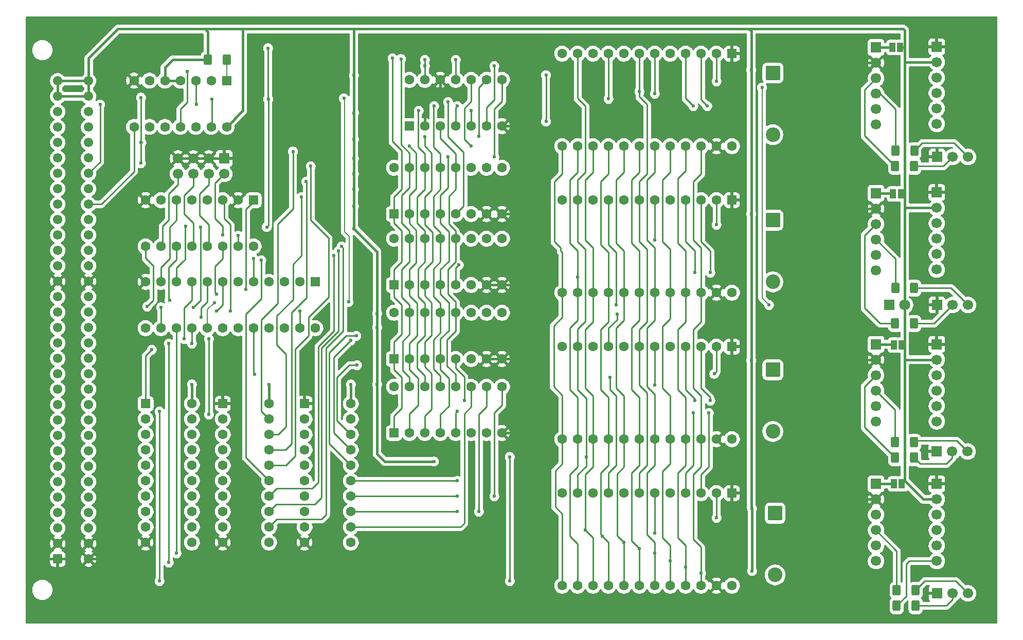
<source format=gbr>
G04 #@! TF.GenerationSoftware,KiCad,Pcbnew,9.0.3-9.0.3-0~ubuntu22.04.1*
G04 #@! TF.CreationDate,2025-08-22T11:52:41+02:00*
G04 #@! TF.ProjectId,CPU09US4,43505530-3955-4533-942e-6b696361645f,rev?*
G04 #@! TF.SameCoordinates,Original*
G04 #@! TF.FileFunction,Copper,L2,Bot*
G04 #@! TF.FilePolarity,Positive*
%FSLAX46Y46*%
G04 Gerber Fmt 4.6, Leading zero omitted, Abs format (unit mm)*
G04 Created by KiCad (PCBNEW 9.0.3-9.0.3-0~ubuntu22.04.1) date 2025-08-22 11:52:41*
%MOMM*%
%LPD*%
G01*
G04 APERTURE LIST*
G04 Aperture macros list*
%AMRoundRect*
0 Rectangle with rounded corners*
0 $1 Rounding radius*
0 $2 $3 $4 $5 $6 $7 $8 $9 X,Y pos of 4 corners*
0 Add a 4 corners polygon primitive as box body*
4,1,4,$2,$3,$4,$5,$6,$7,$8,$9,$2,$3,0*
0 Add four circle primitives for the rounded corners*
1,1,$1+$1,$2,$3*
1,1,$1+$1,$4,$5*
1,1,$1+$1,$6,$7*
1,1,$1+$1,$8,$9*
0 Add four rect primitives between the rounded corners*
20,1,$1+$1,$2,$3,$4,$5,0*
20,1,$1+$1,$4,$5,$6,$7,0*
20,1,$1+$1,$6,$7,$8,$9,0*
20,1,$1+$1,$8,$9,$2,$3,0*%
G04 Aperture macros list end*
G04 #@! TA.AperFunction,SMDPad,CuDef*
%ADD10R,1.000000X1.500000*%
G04 #@! TD*
G04 #@! TA.AperFunction,ComponentPad*
%ADD11C,1.700000*%
G04 #@! TD*
G04 #@! TA.AperFunction,ComponentPad*
%ADD12R,1.700000X1.700000*%
G04 #@! TD*
G04 #@! TA.AperFunction,ComponentPad*
%ADD13C,1.600000*%
G04 #@! TD*
G04 #@! TA.AperFunction,ComponentPad*
%ADD14RoundRect,0.250000X-0.550000X0.550000X-0.550000X-0.550000X0.550000X-0.550000X0.550000X0.550000X0*%
G04 #@! TD*
G04 #@! TA.AperFunction,ComponentPad*
%ADD15RoundRect,0.250000X0.550000X-0.550000X0.550000X0.550000X-0.550000X0.550000X-0.550000X-0.550000X0*%
G04 #@! TD*
G04 #@! TA.AperFunction,ComponentPad*
%ADD16RoundRect,0.250000X-0.550000X-0.550000X0.550000X-0.550000X0.550000X0.550000X-0.550000X0.550000X0*%
G04 #@! TD*
G04 #@! TA.AperFunction,SMDPad,CuDef*
%ADD17RoundRect,0.250000X-0.400000X-0.625000X0.400000X-0.625000X0.400000X0.625000X-0.400000X0.625000X0*%
G04 #@! TD*
G04 #@! TA.AperFunction,ComponentPad*
%ADD18RoundRect,0.250001X-0.949999X0.949999X-0.949999X-0.949999X0.949999X-0.949999X0.949999X0.949999X0*%
G04 #@! TD*
G04 #@! TA.AperFunction,ComponentPad*
%ADD19C,2.400000*%
G04 #@! TD*
G04 #@! TA.AperFunction,ComponentPad*
%ADD20RoundRect,0.249999X0.525001X-0.525001X0.525001X0.525001X-0.525001X0.525001X-0.525001X-0.525001X0*%
G04 #@! TD*
G04 #@! TA.AperFunction,ComponentPad*
%ADD21C,1.550000*%
G04 #@! TD*
G04 #@! TA.AperFunction,ComponentPad*
%ADD22R,1.800000X1.800000*%
G04 #@! TD*
G04 #@! TA.AperFunction,ComponentPad*
%ADD23C,1.800000*%
G04 #@! TD*
G04 #@! TA.AperFunction,ViaPad*
%ADD24C,0.600000*%
G04 #@! TD*
G04 #@! TA.AperFunction,Conductor*
%ADD25C,0.400000*%
G04 #@! TD*
G04 #@! TA.AperFunction,Conductor*
%ADD26C,0.250000*%
G04 #@! TD*
G04 #@! TA.AperFunction,Conductor*
%ADD27C,0.200000*%
G04 #@! TD*
G04 APERTURE END LIST*
D10*
X203992000Y-55118000D03*
X202692000Y-55118000D03*
X204104000Y-79248000D03*
X202804000Y-79248000D03*
X204246000Y-104140000D03*
X202946000Y-104140000D03*
X204246000Y-127000000D03*
X202946000Y-127000000D03*
D11*
X200000000Y-116700000D03*
X200000000Y-114160000D03*
X200000000Y-111620000D03*
X200000000Y-109080000D03*
X200000000Y-106540000D03*
D12*
X200000000Y-104000000D03*
D13*
X97536000Y-87884000D03*
X94996000Y-87884000D03*
X92456000Y-87884000D03*
X89916000Y-87884000D03*
X87376000Y-87884000D03*
X84836000Y-87884000D03*
X82296000Y-87884000D03*
X79756000Y-87884000D03*
X79756000Y-80264000D03*
X82296000Y-80264000D03*
X84836000Y-80264000D03*
X87376000Y-80264000D03*
X89916000Y-80264000D03*
X92456000Y-80264000D03*
X94996000Y-80264000D03*
D14*
X97536000Y-80264000D03*
D15*
X123190000Y-68072000D03*
D13*
X125730000Y-68072000D03*
X128270000Y-68072000D03*
X130810000Y-68072000D03*
X133350000Y-68072000D03*
X135890000Y-68072000D03*
X138430000Y-68072000D03*
X138430000Y-60452000D03*
X135890000Y-60452000D03*
X133350000Y-60452000D03*
X130810000Y-60452000D03*
X128270000Y-60452000D03*
X125730000Y-60452000D03*
X123190000Y-60452000D03*
D16*
X92456000Y-113792000D03*
D13*
X92456000Y-116332000D03*
X92456000Y-118872000D03*
X92456000Y-121412000D03*
X92456000Y-123952000D03*
X92456000Y-126492000D03*
X92456000Y-129032000D03*
X92456000Y-131572000D03*
X92456000Y-134112000D03*
X92456000Y-136652000D03*
X100076000Y-136652000D03*
X100076000Y-134112000D03*
X100076000Y-131572000D03*
X100076000Y-129032000D03*
X100076000Y-126492000D03*
X100076000Y-123952000D03*
X100076000Y-121412000D03*
X100076000Y-118872000D03*
X100076000Y-116332000D03*
X100076000Y-113792000D03*
D16*
X105918000Y-113792000D03*
D13*
X105918000Y-116332000D03*
X105918000Y-118872000D03*
X105918000Y-121412000D03*
X105918000Y-123952000D03*
X105918000Y-126492000D03*
X105918000Y-129032000D03*
X105918000Y-131572000D03*
X105918000Y-134112000D03*
X105918000Y-136652000D03*
X113538000Y-136652000D03*
X113538000Y-134112000D03*
X113538000Y-131572000D03*
X113538000Y-129032000D03*
X113538000Y-126492000D03*
X113538000Y-123952000D03*
X113538000Y-121412000D03*
X113538000Y-118872000D03*
X113538000Y-116332000D03*
X113538000Y-113792000D03*
D15*
X120650000Y-82550000D03*
D13*
X123190000Y-82550000D03*
X125730000Y-82550000D03*
X128270000Y-82550000D03*
X130810000Y-82550000D03*
X133350000Y-82550000D03*
X135890000Y-82550000D03*
X138430000Y-82550000D03*
X138430000Y-74930000D03*
X135890000Y-74930000D03*
X133350000Y-74930000D03*
X130810000Y-74930000D03*
X128270000Y-74930000D03*
X125730000Y-74930000D03*
X123190000Y-74930000D03*
X120650000Y-74930000D03*
D15*
X120650000Y-94234000D03*
D13*
X123190000Y-94234000D03*
X125730000Y-94234000D03*
X128270000Y-94234000D03*
X130810000Y-94234000D03*
X133350000Y-94234000D03*
X135890000Y-94234000D03*
X138430000Y-94234000D03*
X138430000Y-86614000D03*
X135890000Y-86614000D03*
X133350000Y-86614000D03*
X130810000Y-86614000D03*
X128270000Y-86614000D03*
X125730000Y-86614000D03*
X123190000Y-86614000D03*
X120650000Y-86614000D03*
D15*
X120650000Y-106426000D03*
D13*
X123190000Y-106426000D03*
X125730000Y-106426000D03*
X128270000Y-106426000D03*
X130810000Y-106426000D03*
X133350000Y-106426000D03*
X135890000Y-106426000D03*
X138430000Y-106426000D03*
X138430000Y-98806000D03*
X135890000Y-98806000D03*
X133350000Y-98806000D03*
X130810000Y-98806000D03*
X128270000Y-98806000D03*
X125730000Y-98806000D03*
X123190000Y-98806000D03*
X120650000Y-98806000D03*
D14*
X93091000Y-60579000D03*
D13*
X90551000Y-60579000D03*
X88011000Y-60579000D03*
X85471000Y-60579000D03*
X82931000Y-60579000D03*
X80391000Y-60579000D03*
X77851000Y-60579000D03*
X77851000Y-68199000D03*
X80391000Y-68199000D03*
X82931000Y-68199000D03*
X85471000Y-68199000D03*
X88011000Y-68199000D03*
X90551000Y-68199000D03*
X93091000Y-68199000D03*
D16*
X79756000Y-113792000D03*
D13*
X79756000Y-116332000D03*
X79756000Y-118872000D03*
X79756000Y-121412000D03*
X79756000Y-123952000D03*
X79756000Y-126492000D03*
X79756000Y-129032000D03*
X79756000Y-131572000D03*
X79756000Y-134112000D03*
X79756000Y-136652000D03*
X87376000Y-136652000D03*
X87376000Y-134112000D03*
X87376000Y-131572000D03*
X87376000Y-129032000D03*
X87376000Y-126492000D03*
X87376000Y-123952000D03*
X87376000Y-121412000D03*
X87376000Y-118872000D03*
X87376000Y-116332000D03*
X87376000Y-113792000D03*
D14*
X176276000Y-104394000D03*
D13*
X173736000Y-104394000D03*
X171196000Y-104394000D03*
X168656000Y-104394000D03*
X166116000Y-104394000D03*
X163576000Y-104394000D03*
X161036000Y-104394000D03*
X158496000Y-104394000D03*
X155956000Y-104394000D03*
X153416000Y-104394000D03*
X150876000Y-104394000D03*
X148336000Y-104394000D03*
X148336000Y-119634000D03*
X150876000Y-119634000D03*
X153416000Y-119634000D03*
X155956000Y-119634000D03*
X158496000Y-119634000D03*
X161036000Y-119634000D03*
X163576000Y-119634000D03*
X166116000Y-119634000D03*
X168656000Y-119634000D03*
X171196000Y-119634000D03*
X173736000Y-119634000D03*
X176276000Y-119634000D03*
D17*
X203148000Y-120142000D03*
X206248000Y-120142000D03*
D14*
X176276000Y-80264000D03*
D13*
X173736000Y-80264000D03*
X171196000Y-80264000D03*
X168656000Y-80264000D03*
X166116000Y-80264000D03*
X163576000Y-80264000D03*
X161036000Y-80264000D03*
X158496000Y-80264000D03*
X155956000Y-80264000D03*
X153416000Y-80264000D03*
X150876000Y-80264000D03*
X148336000Y-80264000D03*
X148336000Y-95504000D03*
X150876000Y-95504000D03*
X153416000Y-95504000D03*
X155956000Y-95504000D03*
X158496000Y-95504000D03*
X161036000Y-95504000D03*
X163576000Y-95504000D03*
X166116000Y-95504000D03*
X168656000Y-95504000D03*
X171196000Y-95504000D03*
X173736000Y-95504000D03*
X176276000Y-95504000D03*
D12*
X210000000Y-127000000D03*
D11*
X210000000Y-129540000D03*
X210000000Y-132080000D03*
X210000000Y-134620000D03*
X210000000Y-137160000D03*
X210000000Y-139700000D03*
D18*
X183388000Y-131826000D03*
D19*
X183388000Y-141986000D03*
D17*
X203148000Y-74676000D03*
X206248000Y-74676000D03*
D18*
X183007000Y-83566000D03*
D19*
X183007000Y-93726000D03*
D12*
X210000000Y-55000000D03*
D11*
X210000000Y-57540000D03*
X210000000Y-60080000D03*
X210000000Y-62620000D03*
X210000000Y-65160000D03*
X210000000Y-67700000D03*
D12*
X210058000Y-97536000D03*
D11*
X212598000Y-97536000D03*
X215138000Y-97536000D03*
D14*
X107696000Y-93726000D03*
D13*
X105156000Y-93726000D03*
X102616000Y-93726000D03*
X100076000Y-93726000D03*
X97536000Y-93726000D03*
X94996000Y-93726000D03*
X92456000Y-93726000D03*
X89916000Y-93726000D03*
X87376000Y-93726000D03*
X84836000Y-93726000D03*
X82296000Y-93726000D03*
X79756000Y-93726000D03*
X79756000Y-101346000D03*
X82296000Y-101346000D03*
X84836000Y-101346000D03*
X87376000Y-101346000D03*
X89916000Y-101346000D03*
X92456000Y-101346000D03*
X94996000Y-101346000D03*
X97536000Y-101346000D03*
X100076000Y-101346000D03*
X102616000Y-101346000D03*
X105156000Y-101346000D03*
X107696000Y-101346000D03*
D17*
X90017000Y-57150000D03*
X93117000Y-57150000D03*
D18*
X183007000Y-59309000D03*
D19*
X183007000Y-69469000D03*
D12*
X210000000Y-121666000D03*
D11*
X212540000Y-121666000D03*
X215080000Y-121666000D03*
D18*
X183007000Y-108204000D03*
D19*
X183007000Y-118364000D03*
D20*
X65300000Y-139373000D03*
D21*
X65300000Y-136833000D03*
X65300000Y-134293000D03*
X65300000Y-131753000D03*
X65300000Y-129213000D03*
X65300000Y-126673000D03*
X65300000Y-124133000D03*
X65300000Y-121593000D03*
X65300000Y-119053000D03*
X65300000Y-116513000D03*
X65300000Y-113973000D03*
X65300000Y-111433000D03*
X65300000Y-108893000D03*
X65300000Y-106353000D03*
X65300000Y-103813000D03*
X65300000Y-101273000D03*
X65300000Y-98733000D03*
X65300000Y-96193000D03*
X65300000Y-93653000D03*
X65300000Y-91113000D03*
X65300000Y-88573000D03*
X65300000Y-86033000D03*
X65300000Y-83493000D03*
X65300000Y-80953000D03*
X65300000Y-78413000D03*
X65300000Y-75873000D03*
X65300000Y-73333000D03*
X65300000Y-70793000D03*
X65300000Y-68253000D03*
X65300000Y-65713000D03*
X65300000Y-63173000D03*
X65300000Y-60633000D03*
X70380000Y-139373000D03*
X70380000Y-136833000D03*
X70380000Y-134293000D03*
X70380000Y-131753000D03*
X70380000Y-129213000D03*
X70380000Y-126673000D03*
X70380000Y-124133000D03*
X70380000Y-121593000D03*
X70380000Y-119053000D03*
X70380000Y-116513000D03*
X70380000Y-113973000D03*
X70380000Y-111433000D03*
X70380000Y-108893000D03*
X70380000Y-106353000D03*
X70380000Y-103813000D03*
X70380000Y-101273000D03*
X70380000Y-98733000D03*
X70380000Y-96193000D03*
X70380000Y-93653000D03*
X70380000Y-91113000D03*
X70380000Y-88573000D03*
X70380000Y-86033000D03*
X70380000Y-83493000D03*
X70380000Y-80953000D03*
X70380000Y-78413000D03*
X70380000Y-75873000D03*
X70380000Y-73333000D03*
X70380000Y-70793000D03*
X70380000Y-68253000D03*
X70380000Y-65713000D03*
X70380000Y-63173000D03*
X70380000Y-60633000D03*
D17*
X203200000Y-72136000D03*
X206300000Y-72136000D03*
X203402000Y-144526000D03*
X206502000Y-144526000D03*
D14*
X176276000Y-128524000D03*
D13*
X173736000Y-128524000D03*
X171196000Y-128524000D03*
X168656000Y-128524000D03*
X166116000Y-128524000D03*
X163576000Y-128524000D03*
X161036000Y-128524000D03*
X158496000Y-128524000D03*
X155956000Y-128524000D03*
X153416000Y-128524000D03*
X150876000Y-128524000D03*
X148336000Y-128524000D03*
X148336000Y-143764000D03*
X150876000Y-143764000D03*
X153416000Y-143764000D03*
X155956000Y-143764000D03*
X158496000Y-143764000D03*
X161036000Y-143764000D03*
X163576000Y-143764000D03*
X166116000Y-143764000D03*
X168656000Y-143764000D03*
X171196000Y-143764000D03*
X173736000Y-143764000D03*
X176276000Y-143764000D03*
D17*
X203148000Y-122682000D03*
X206248000Y-122682000D03*
D12*
X92710000Y-73401000D03*
D11*
X92710000Y-75941000D03*
X90170000Y-73401000D03*
X90170000Y-75941000D03*
X87630000Y-73401000D03*
X87630000Y-75941000D03*
X85090000Y-73401000D03*
X85090000Y-75941000D03*
D12*
X210058000Y-73152000D03*
D11*
X212598000Y-73152000D03*
X215138000Y-73152000D03*
D13*
X176276000Y-71374000D03*
X173736000Y-71374000D03*
X171196000Y-71374000D03*
X168656000Y-71374000D03*
X166116000Y-71374000D03*
X163576000Y-71374000D03*
X161036000Y-71374000D03*
X158496000Y-71374000D03*
X155956000Y-71374000D03*
X153416000Y-71374000D03*
X150876000Y-71374000D03*
X148336000Y-71374000D03*
X148336000Y-56134000D03*
X150876000Y-56134000D03*
X153416000Y-56134000D03*
X155956000Y-56134000D03*
X158496000Y-56134000D03*
X161036000Y-56134000D03*
X163576000Y-56134000D03*
X166116000Y-56134000D03*
X168656000Y-56134000D03*
X171196000Y-56134000D03*
X173736000Y-56134000D03*
D14*
X176276000Y-56134000D03*
D22*
X202184000Y-97536000D03*
D23*
X204724000Y-97536000D03*
D12*
X210058000Y-145034000D03*
D11*
X212598000Y-145034000D03*
X215138000Y-145034000D03*
D15*
X120650000Y-118618000D03*
D13*
X123190000Y-118618000D03*
X125730000Y-118618000D03*
X128270000Y-118618000D03*
X130810000Y-118618000D03*
X133350000Y-118618000D03*
X135890000Y-118618000D03*
X138430000Y-118618000D03*
X138430000Y-110998000D03*
X135890000Y-110998000D03*
X133350000Y-110998000D03*
X130810000Y-110998000D03*
X128270000Y-110998000D03*
X125730000Y-110998000D03*
X123190000Y-110998000D03*
X120650000Y-110998000D03*
D12*
X200000000Y-127000000D03*
D11*
X200000000Y-129540000D03*
X200000000Y-132080000D03*
X200000000Y-134620000D03*
X200000000Y-137160000D03*
X200000000Y-139700000D03*
D12*
X210000000Y-79000000D03*
D11*
X210000000Y-81540000D03*
X210000000Y-84080000D03*
X210000000Y-86620000D03*
X210000000Y-89160000D03*
X210000000Y-91700000D03*
D12*
X200000000Y-55118000D03*
D11*
X200000000Y-57658000D03*
X200000000Y-60198000D03*
X200000000Y-62738000D03*
X200000000Y-65278000D03*
X200000000Y-67818000D03*
D12*
X210000000Y-104000000D03*
D11*
X210000000Y-106540000D03*
X210000000Y-109080000D03*
X210000000Y-111620000D03*
X210000000Y-114160000D03*
X210000000Y-116700000D03*
D17*
X203402000Y-147066000D03*
X206502000Y-147066000D03*
X206248000Y-100584000D03*
X203148000Y-100584000D03*
X206274000Y-94742000D03*
X203174000Y-94742000D03*
D12*
X200000000Y-79121000D03*
D11*
X200000000Y-81661000D03*
X200000000Y-84201000D03*
X200000000Y-86741000D03*
X200000000Y-89281000D03*
X200000000Y-91821000D03*
D24*
X203708000Y-132334000D03*
X172212000Y-67564000D03*
X160020000Y-67310000D03*
X154178000Y-67310000D03*
X144780000Y-54356000D03*
X144272000Y-101600000D03*
X144272000Y-86868000D03*
X144780000Y-71628000D03*
X192786000Y-56134000D03*
X191770000Y-77724000D03*
X192024000Y-103632000D03*
X190754000Y-126238000D03*
X207264000Y-135128000D03*
X145034000Y-147574000D03*
X144780000Y-128270000D03*
X81280000Y-72136000D03*
X80264000Y-76454000D03*
X95250000Y-77724000D03*
X102108000Y-79756000D03*
X102108000Y-72390000D03*
X102108000Y-74676000D03*
X106172000Y-68580000D03*
X94234000Y-105918000D03*
X75438000Y-136398000D03*
X76962000Y-147574000D03*
X67818000Y-142240000D03*
X67818000Y-132588000D03*
X67818000Y-53340000D03*
X67818000Y-61976000D03*
X67818000Y-69850000D03*
X67818000Y-78486000D03*
X68072000Y-89408000D03*
X67818000Y-110490000D03*
X68072000Y-101092000D03*
X67818000Y-93980000D03*
X92456000Y-108458000D03*
X145669000Y-67310000D03*
X145669000Y-59690000D03*
X173736000Y-132588000D03*
X121793000Y-57023000D03*
X105918000Y-106934000D03*
X114046000Y-65913000D03*
X78994000Y-70739000D03*
X78994000Y-63373000D03*
X131318000Y-90932000D03*
X127215500Y-123317000D03*
X99949000Y-63627000D03*
X99923000Y-55244998D03*
X182372000Y-97536000D03*
X181229000Y-61722000D03*
X179451000Y-58801000D03*
X179451000Y-82550000D03*
X179578000Y-141351000D03*
X179451000Y-106680000D03*
X179578000Y-131064000D03*
X112395000Y-63500000D03*
X113157000Y-97028000D03*
X91059000Y-97155000D03*
X87376000Y-110617000D03*
X100076000Y-110617000D03*
X113538000Y-110617000D03*
X117856000Y-101219000D03*
X117856000Y-110617000D03*
X117856000Y-98933000D03*
X114046000Y-70231000D03*
X114046000Y-59690000D03*
X114046000Y-84963000D03*
X114046000Y-73406000D03*
X114046000Y-75946000D03*
X114046000Y-81280000D03*
X114046000Y-78486000D03*
X88138000Y-64516000D03*
X72263000Y-64516000D03*
X78994000Y-74168000D03*
X86614000Y-59055000D03*
X82042000Y-143002000D03*
X139700000Y-143002000D03*
X139700000Y-122555000D03*
X163576000Y-110744000D03*
X132207000Y-113284000D03*
X97663000Y-108966000D03*
X104013000Y-72263000D03*
X90678000Y-63627000D03*
X99695000Y-84709000D03*
X88773000Y-84709000D03*
X87630000Y-97917000D03*
X82296000Y-97917000D03*
X97536000Y-89916000D03*
X86360000Y-84582000D03*
X93726000Y-98552000D03*
X105156000Y-98552000D03*
X94996000Y-86106000D03*
X92456000Y-85979000D03*
X80772000Y-104902000D03*
X90170000Y-103124000D03*
X98806000Y-90170000D03*
X114554000Y-107442000D03*
X113538000Y-103378000D03*
X114427000Y-102616000D03*
X137159999Y-129031999D03*
X131064000Y-129032000D03*
X131064000Y-131572000D03*
X134620000Y-131572000D03*
X131064000Y-115062000D03*
X129540000Y-64095000D03*
X129540000Y-73152000D03*
X125730000Y-69850000D03*
X123190000Y-71374000D03*
X133350000Y-71374000D03*
X120396000Y-56896000D03*
X124714000Y-65532000D03*
X127254000Y-64770000D03*
X125730000Y-57150000D03*
X125730000Y-58166000D03*
X130810000Y-57150000D03*
X131064000Y-64770000D03*
X133350000Y-65532000D03*
X137160000Y-58166000D03*
X134620000Y-69761997D03*
X137160000Y-73152000D03*
X173736000Y-60706000D03*
X157226000Y-97536000D03*
X173736000Y-84328000D03*
X172720000Y-92202000D03*
X170180000Y-92202000D03*
X163576000Y-86868000D03*
X173371355Y-108879000D03*
X172720000Y-113284000D03*
X170180000Y-113284000D03*
X156210000Y-109474000D03*
X157353000Y-99060000D03*
X163576000Y-135128000D03*
X172466000Y-115316000D03*
X169926000Y-115316000D03*
X152272999Y-122554999D03*
X172212000Y-64770000D03*
X169926000Y-64770000D03*
X163576000Y-62738000D03*
X155956000Y-63587000D03*
X161036000Y-62372000D03*
X105410000Y-79756000D03*
X106172000Y-77216000D03*
X106934000Y-74676000D03*
X110744000Y-89408000D03*
X111506000Y-88646000D03*
X112014000Y-87884000D03*
X152146000Y-134620000D03*
X154940000Y-135636000D03*
X158496000Y-136652000D03*
X161036000Y-137668000D03*
X163576000Y-138430000D03*
X166116000Y-139700000D03*
X168656000Y-140716000D03*
X83566000Y-103886000D03*
X83566000Y-139954000D03*
X87376000Y-103886000D03*
X84836000Y-138430000D03*
X90170000Y-115570000D03*
X171196000Y-141732000D03*
X150876000Y-92964000D03*
X82042000Y-115062000D03*
X86106000Y-103124000D03*
X88900000Y-99568000D03*
X91440000Y-98552000D03*
X80010000Y-97790000D03*
X83693000Y-96774000D03*
X96266000Y-94996000D03*
X91440000Y-95758000D03*
X131064000Y-126492000D03*
X179832000Y-147066000D03*
D25*
X200000000Y-55118000D02*
X202692000Y-55118000D01*
X204724000Y-57658000D02*
X204724000Y-55118000D01*
X203992000Y-55118000D02*
X204724000Y-55118000D01*
X204724000Y-81788000D02*
X204724000Y-79248000D01*
X204104000Y-79248000D02*
X204724000Y-79248000D01*
X200000000Y-79121000D02*
X202677000Y-79121000D01*
X202677000Y-79121000D02*
X202804000Y-79248000D01*
X204724000Y-106680000D02*
X204724000Y-104140000D01*
X204246000Y-104140000D02*
X204724000Y-104140000D01*
X200000000Y-104000000D02*
X202806000Y-104000000D01*
X202806000Y-104000000D02*
X202946000Y-104140000D01*
X204246000Y-127000000D02*
X204246000Y-126970000D01*
X204246000Y-126970000D02*
X204724000Y-126492000D01*
X200000000Y-127000000D02*
X202946000Y-127000000D01*
D26*
X203200000Y-72136000D02*
X203200000Y-65278000D01*
X203200000Y-65278000D02*
X200660000Y-62738000D01*
X200660000Y-62738000D02*
X200000000Y-62738000D01*
X203148000Y-100584000D02*
X200660000Y-100584000D01*
X200660000Y-100584000D02*
X198120000Y-98044000D01*
X198120000Y-98044000D02*
X198120000Y-86081000D01*
X198120000Y-86081000D02*
X200000000Y-84201000D01*
X203174000Y-94742000D02*
X203174000Y-89915000D01*
X203174000Y-89915000D02*
X200000000Y-86741000D01*
X206274000Y-94742000D02*
X212344000Y-94742000D01*
X212344000Y-94742000D02*
X215138000Y-97536000D01*
X206248000Y-100584000D02*
X209550000Y-100584000D01*
X209550000Y-100584000D02*
X212598000Y-97536000D01*
X203148000Y-74676000D02*
X198120000Y-69648000D01*
X198120000Y-69648000D02*
X198120000Y-62078000D01*
X198120000Y-62078000D02*
X200000000Y-60198000D01*
X206248000Y-74676000D02*
X211074000Y-74676000D01*
X211074000Y-74676000D02*
X212598000Y-73152000D01*
X206300000Y-72136000D02*
X207570000Y-70866000D01*
X207570000Y-70866000D02*
X212852000Y-70866000D01*
X212852000Y-70866000D02*
X215138000Y-73152000D01*
D25*
X204724000Y-79248000D02*
X204724000Y-57658000D01*
X210000000Y-57540000D02*
X204842000Y-57540000D01*
X204842000Y-57540000D02*
X204724000Y-57658000D01*
X204724000Y-97536000D02*
X204724000Y-81788000D01*
X210000000Y-81540000D02*
X204972000Y-81540000D01*
X204972000Y-81540000D02*
X204724000Y-81788000D01*
X204724000Y-126492000D02*
X204724000Y-106680000D01*
X204864000Y-106540000D02*
X204724000Y-106680000D01*
X210000000Y-106540000D02*
X204864000Y-106540000D01*
D26*
X203148000Y-120142000D02*
X203148000Y-114768000D01*
X203148000Y-114768000D02*
X200000000Y-111620000D01*
X203148000Y-122682000D02*
X198120000Y-117654000D01*
X198120000Y-117654000D02*
X198120000Y-110960000D01*
X198120000Y-110960000D02*
X200000000Y-109080000D01*
X203402000Y-147066000D02*
X204978000Y-145490000D01*
X204978000Y-145490000D02*
X204978000Y-140208000D01*
X204978000Y-140208000D02*
X205486000Y-139700000D01*
X205486000Y-139700000D02*
X210000000Y-139700000D01*
X203402000Y-144526000D02*
X203402000Y-138022000D01*
X203402000Y-138022000D02*
X200000000Y-134620000D01*
X206502000Y-147066000D02*
X211582000Y-147066000D01*
X211582000Y-147066000D02*
X212598000Y-146050000D01*
X212598000Y-146050000D02*
X212598000Y-145034000D01*
X206502000Y-144526000D02*
X208026000Y-143002000D01*
X208026000Y-143002000D02*
X213106000Y-143002000D01*
X213106000Y-143002000D02*
X215138000Y-145034000D01*
X206248000Y-120142000D02*
X206502000Y-119888000D01*
X206502000Y-119888000D02*
X213302000Y-119888000D01*
X213302000Y-119888000D02*
X215080000Y-121666000D01*
X206248000Y-122682000D02*
X207264000Y-123698000D01*
X207264000Y-123698000D02*
X211582000Y-123698000D01*
X211582000Y-123698000D02*
X212540000Y-122740000D01*
X212540000Y-122740000D02*
X212540000Y-121666000D01*
D25*
X210000000Y-129540000D02*
X207772000Y-129540000D01*
X207772000Y-129540000D02*
X204724000Y-126492000D01*
X204724000Y-104140000D02*
X204724000Y-97536000D01*
X204724000Y-55118000D02*
X204724000Y-52324000D01*
X204724000Y-52324000D02*
X204470000Y-52070000D01*
X204470000Y-52070000D02*
X197358000Y-52070000D01*
X85090000Y-73401000D02*
X92710000Y-73401000D01*
D26*
X97536000Y-93726000D02*
X97536000Y-89916000D01*
X96266000Y-99060000D02*
X98806000Y-96520000D01*
X100076000Y-126492000D02*
X96266000Y-122682000D01*
X98806000Y-96520000D02*
X98806000Y-90170000D01*
X96266000Y-122682000D02*
X96266000Y-99060000D01*
X130810000Y-94234000D02*
X130810000Y-91440000D01*
X130810000Y-91440000D02*
X131318000Y-90932000D01*
X110744000Y-101854000D02*
X110744000Y-89408000D01*
X108204000Y-104394000D02*
X110744000Y-101854000D01*
X101346000Y-127762000D02*
X107188000Y-127762000D01*
X100076000Y-129032000D02*
X101346000Y-127762000D01*
X108204000Y-126746000D02*
X108204000Y-104394000D01*
X107188000Y-127762000D02*
X108204000Y-126746000D01*
X108712000Y-104648000D02*
X111506000Y-101854000D01*
X107627595Y-130370405D02*
X108712000Y-129286000D01*
X101277595Y-130370405D02*
X107627595Y-130370405D01*
X100076000Y-131572000D02*
X101277595Y-130370405D01*
X111506000Y-101854000D02*
X111506000Y-88646000D01*
X108712000Y-129286000D02*
X108712000Y-104648000D01*
X112281858Y-88151858D02*
X112014000Y-87884000D01*
X112281858Y-101840142D02*
X112281858Y-88151858D01*
X100076000Y-134112000D02*
X101346000Y-132842000D01*
X109474000Y-104648000D02*
X112281858Y-101840142D01*
X109474000Y-132080000D02*
X109474000Y-104648000D01*
X108712000Y-132842000D02*
X109474000Y-132080000D01*
X101346000Y-132842000D02*
X108712000Y-132842000D01*
X133350000Y-65532000D02*
X133350000Y-68072000D01*
X132080000Y-72390000D02*
X129540000Y-69850000D01*
X129540000Y-69850000D02*
X129540000Y-64095000D01*
X130810000Y-82550000D02*
X132080000Y-81280000D01*
X132080000Y-81280000D02*
X132080000Y-72390000D01*
X130810000Y-68072000D02*
X130810000Y-65024000D01*
X130810000Y-65024000D02*
X131064000Y-64770000D01*
X127144000Y-64880000D02*
X127254000Y-64770000D01*
X127144000Y-71518000D02*
X127144000Y-64880000D01*
X128270000Y-72644000D02*
X127144000Y-71518000D01*
X128270000Y-74930000D02*
X128270000Y-72644000D01*
X124604000Y-65642000D02*
X124714000Y-65532000D01*
X124604000Y-71518000D02*
X124604000Y-65642000D01*
X125730000Y-72644000D02*
X124604000Y-71518000D01*
X125730000Y-74930000D02*
X125730000Y-72644000D01*
D25*
X92456000Y-108458000D02*
X92456000Y-113792000D01*
X142748000Y-144907000D02*
X142748000Y-120015000D01*
X138430000Y-118618000D02*
X141351000Y-118618000D01*
X141351000Y-118618000D02*
X142748000Y-120015000D01*
X142748000Y-120015000D02*
X142748000Y-107950000D01*
X138430000Y-106426000D02*
X141224000Y-106426000D01*
X141224000Y-106426000D02*
X142748000Y-107950000D01*
X135890000Y-106426000D02*
X138430000Y-106426000D01*
X135890000Y-94234000D02*
X138430000Y-94234000D01*
X142748000Y-107950000D02*
X142748000Y-95885000D01*
X138430000Y-94234000D02*
X141097000Y-94234000D01*
X141097000Y-94234000D02*
X142748000Y-95885000D01*
X142748000Y-95885000D02*
X142748000Y-84836000D01*
X138430000Y-82550000D02*
X140462000Y-82550000D01*
X140462000Y-82550000D02*
X142748000Y-84836000D01*
X70380000Y-139373000D02*
X75746000Y-139373000D01*
X141351000Y-146304000D02*
X142748000Y-144907000D01*
X75746000Y-139373000D02*
X82677000Y-146304000D01*
X82677000Y-146304000D02*
X141351000Y-146304000D01*
X142748000Y-84836000D02*
X142748000Y-68961000D01*
X142748000Y-68961000D02*
X141859000Y-68072000D01*
X141859000Y-68072000D02*
X138430000Y-68072000D01*
X128270000Y-60452000D02*
X128270000Y-61595000D01*
X128270000Y-61595000D02*
X125730000Y-64135000D01*
X125730000Y-64135000D02*
X125730000Y-68072000D01*
D26*
X145669000Y-59690000D02*
X145669000Y-67310000D01*
X173736000Y-56134000D02*
X173736000Y-60706000D01*
X162306000Y-64516000D02*
X161036000Y-63246000D01*
X161036000Y-56134000D02*
X161036000Y-62372000D01*
X161036000Y-77216000D02*
X162306000Y-75946000D01*
X161036000Y-63246000D02*
X161036000Y-62372000D01*
X161036000Y-80264000D02*
X161036000Y-77216000D01*
X162306000Y-75946000D02*
X162306000Y-64516000D01*
D27*
X181229000Y-96393000D02*
X182372000Y-97536000D01*
X181229000Y-61722000D02*
X181229000Y-96393000D01*
D25*
X178816000Y-52070000D02*
X197358000Y-52070000D01*
D26*
X173736000Y-108514355D02*
X173371355Y-108879000D01*
X173736000Y-104394000D02*
X173736000Y-108514355D01*
X173736000Y-128524000D02*
X173736000Y-132588000D01*
X148336000Y-119634000D02*
X148336000Y-112395000D01*
X148336000Y-112395000D02*
X146939000Y-110998000D01*
X146939000Y-110998000D02*
X146939000Y-100965000D01*
X148336000Y-99568000D02*
X148336000Y-95504000D01*
X146939000Y-100965000D02*
X148336000Y-99568000D01*
X148336000Y-143764000D02*
X148336000Y-131953000D01*
X148336000Y-131953000D02*
X147193000Y-130810000D01*
X147193000Y-130810000D02*
X147193000Y-124841000D01*
X147193000Y-124841000D02*
X148336000Y-123698000D01*
X148336000Y-123698000D02*
X148336000Y-119634000D01*
D25*
X178816000Y-52070000D02*
X114046000Y-52070000D01*
X114046000Y-59690000D02*
X114046000Y-52070000D01*
D26*
X123190000Y-74930000D02*
X123190000Y-72517000D01*
X123190000Y-72517000D02*
X121793000Y-71120000D01*
X121793000Y-71120000D02*
X121793000Y-57023000D01*
D25*
X105918000Y-113792000D02*
X105918000Y-106934000D01*
D26*
X106934000Y-74676000D02*
X106934000Y-83566000D01*
X106570000Y-102599000D02*
X104394000Y-104775000D01*
X106934000Y-83566000D02*
X109855000Y-86487000D01*
X109855000Y-86487000D02*
X109855000Y-96266000D01*
X109855000Y-96266000D02*
X106570000Y-99551000D01*
X106570000Y-99551000D02*
X106570000Y-102599000D01*
X104394000Y-104775000D02*
X104394000Y-122428000D01*
X104394000Y-122428000D02*
X102870000Y-123952000D01*
X102870000Y-123952000D02*
X100076000Y-123952000D01*
X110744000Y-118618000D02*
X110744000Y-106172000D01*
X113538000Y-121412000D02*
X110744000Y-118618000D01*
X110744000Y-106172000D02*
X113538000Y-103378000D01*
X112776000Y-102616000D02*
X114427000Y-102616000D01*
X109982000Y-105410000D02*
X112776000Y-102616000D01*
X109982000Y-120396000D02*
X109982000Y-105410000D01*
X113538000Y-123952000D02*
X109982000Y-120396000D01*
X99949000Y-63627000D02*
X99923000Y-63601000D01*
X99923000Y-63601000D02*
X99923000Y-55244998D01*
X99949000Y-84455000D02*
X99949000Y-63627000D01*
X99695000Y-84709000D02*
X99949000Y-84455000D01*
D25*
X114046000Y-59690000D02*
X114046000Y-65913000D01*
X114046000Y-65913000D02*
X114046000Y-70231000D01*
X114046000Y-70231000D02*
X114046000Y-73406000D01*
D26*
X78994000Y-65659000D02*
X78994000Y-70739000D01*
X78994000Y-70739000D02*
X79248000Y-70739000D01*
D25*
X89535000Y-52070000D02*
X84455000Y-52070000D01*
X114046000Y-52070000D02*
X95758000Y-52070000D01*
X93091000Y-68199000D02*
X95758000Y-65532000D01*
X95758000Y-65532000D02*
X95758000Y-52070000D01*
X85471000Y-60579000D02*
X82931000Y-60579000D01*
X90017000Y-57150000D02*
X84201000Y-57150000D01*
X84201000Y-57150000D02*
X82931000Y-58420000D01*
X82931000Y-58420000D02*
X82931000Y-60579000D01*
X95758000Y-52070000D02*
X89535000Y-52070000D01*
X90017000Y-57150000D02*
X90017000Y-52552000D01*
X90017000Y-52552000D02*
X89535000Y-52070000D01*
X84455000Y-52070000D02*
X75184000Y-52070000D01*
X75184000Y-52070000D02*
X70380000Y-56874000D01*
X70380000Y-56874000D02*
X70380000Y-60633000D01*
D26*
X78994000Y-65659000D02*
X78994000Y-63373000D01*
X78994000Y-70739000D02*
X78994000Y-74168000D01*
X155956000Y-101346000D02*
X157353000Y-99949000D01*
X155956000Y-104394000D02*
X155956000Y-101346000D01*
X157353000Y-99949000D02*
X157353000Y-99060000D01*
X155956000Y-80264000D02*
X155956000Y-87630000D01*
X157226000Y-88900000D02*
X157226000Y-97536000D01*
X155956000Y-87630000D02*
X157226000Y-88900000D01*
X105410000Y-79756000D02*
X105410000Y-89408000D01*
X105410000Y-89408000D02*
X104013000Y-90805000D01*
X101346000Y-99314000D02*
X101346000Y-104140000D01*
X104013000Y-90805000D02*
X104013000Y-96647000D01*
X104013000Y-96647000D02*
X101346000Y-99314000D01*
X101346000Y-104140000D02*
X102870000Y-105664000D01*
X101600000Y-118872000D02*
X100076000Y-118872000D01*
X102870000Y-105664000D02*
X102870000Y-117602000D01*
X102870000Y-117602000D02*
X101600000Y-118872000D01*
D25*
X117856000Y-110617000D02*
X117856000Y-122047000D01*
X117856000Y-122047000D02*
X119126000Y-123317000D01*
X119126000Y-123317000D02*
X127215500Y-123317000D01*
X179451000Y-58801000D02*
X179451000Y-52451000D01*
X179451000Y-52451000D02*
X179070000Y-52070000D01*
X179070000Y-52070000D02*
X178816000Y-52070000D01*
X179451000Y-82550000D02*
X179451000Y-58801000D01*
X179451000Y-106680000D02*
X179451000Y-82550000D01*
X179578000Y-131064000D02*
X179578000Y-141351000D01*
X179451000Y-106680000D02*
X179451000Y-130937000D01*
X179451000Y-130937000D02*
X179578000Y-131064000D01*
D27*
X113284000Y-96901000D02*
X113284000Y-86741000D01*
X112522000Y-63627000D02*
X112395000Y-63500000D01*
X112522000Y-85471000D02*
X112522000Y-63627000D01*
X113284000Y-86741000D02*
X113284000Y-86233000D01*
X113157000Y-97028000D02*
X113284000Y-96901000D01*
X89916000Y-101346000D02*
X89916000Y-98298000D01*
X113284000Y-86233000D02*
X112522000Y-85471000D01*
X89916000Y-98298000D02*
X91059000Y-97155000D01*
D25*
X87376000Y-110617000D02*
X87376000Y-113792000D01*
X100076000Y-110617000D02*
X100076000Y-113792000D01*
X113538000Y-110617000D02*
X113538000Y-113792000D01*
X117856000Y-98933000D02*
X117856000Y-101219000D01*
X117856000Y-101219000D02*
X117856000Y-110617000D01*
X114046000Y-84963000D02*
X117856000Y-88773000D01*
X117856000Y-88773000D02*
X117856000Y-98933000D01*
X114046000Y-81280000D02*
X114046000Y-84963000D01*
X114046000Y-75946000D02*
X114046000Y-74930000D01*
X114046000Y-74930000D02*
X114046000Y-73406000D01*
X114046000Y-78486000D02*
X114046000Y-75946000D01*
X114046000Y-81280000D02*
X114046000Y-78486000D01*
D27*
X93091000Y-60579000D02*
X93091000Y-57277000D01*
X93091000Y-57277000D02*
X93117000Y-57251000D01*
X93117000Y-57251000D02*
X93117000Y-57150000D01*
D25*
X70380000Y-60633000D02*
X70380000Y-63173000D01*
X65300000Y-60633000D02*
X65300000Y-63173000D01*
X65300000Y-63173000D02*
X70380000Y-63173000D01*
X65300000Y-60633000D02*
X70380000Y-60633000D01*
D26*
X88011000Y-60579000D02*
X88011000Y-64389000D01*
X88011000Y-64389000D02*
X88138000Y-64516000D01*
X72263000Y-64516000D02*
X72263000Y-73990000D01*
X72263000Y-73990000D02*
X70380000Y-75873000D01*
X77851000Y-68199000D02*
X77851000Y-75565000D01*
X77851000Y-75565000D02*
X72463000Y-80953000D01*
X72463000Y-80953000D02*
X70380000Y-80953000D01*
X86614000Y-58928000D02*
X86614000Y-59055000D01*
X86614000Y-64135000D02*
X86614000Y-58928000D01*
X85471000Y-65278000D02*
X86614000Y-64135000D01*
X85471000Y-68199000D02*
X85471000Y-65278000D01*
X152272999Y-112902999D02*
X152272999Y-122554999D01*
X150876000Y-104394000D02*
X150876000Y-111506000D01*
X150876000Y-128524000D02*
X150876000Y-125476000D01*
X150876000Y-125476000D02*
X152272999Y-124079001D01*
X152272999Y-124079001D02*
X152272999Y-122554999D01*
X150876000Y-111506000D02*
X152272999Y-112902999D01*
X82042000Y-115062000D02*
X82042000Y-143002000D01*
X139700000Y-143002000D02*
X139700000Y-122555000D01*
X163576000Y-104394000D02*
X163576000Y-110744000D01*
X130810000Y-106426000D02*
X130810000Y-107950000D01*
X130810000Y-107950000D02*
X131826000Y-108966000D01*
X131826000Y-108966000D02*
X132207000Y-109347000D01*
X132207000Y-109347000D02*
X132207000Y-113284000D01*
X97536000Y-101346000D02*
X97536000Y-108839000D01*
X97536000Y-108839000D02*
X97663000Y-108966000D01*
X88900000Y-99568000D02*
X88900000Y-98044000D01*
X88900000Y-98044000D02*
X89916000Y-97028000D01*
X89916000Y-97028000D02*
X89916000Y-93726000D01*
X100076000Y-116332000D02*
X98806000Y-115062000D01*
X98806000Y-115062000D02*
X98806000Y-99949000D01*
X98806000Y-99949000D02*
X101473000Y-97282000D01*
X104013000Y-81661000D02*
X104013000Y-72263000D01*
X101473000Y-97282000D02*
X101473000Y-84201000D01*
X101473000Y-84201000D02*
X104013000Y-81661000D01*
X106172000Y-77216000D02*
X106282000Y-77326000D01*
X106282000Y-77326000D02*
X106282000Y-96283000D01*
X106282000Y-96283000D02*
X103759000Y-98806000D01*
X103759000Y-98806000D02*
X103759000Y-120396000D01*
X102743000Y-121412000D02*
X100076000Y-121412000D01*
X103759000Y-120396000D02*
X102743000Y-121412000D01*
X90678000Y-68077000D02*
X90678000Y-63627000D01*
X88773000Y-96774000D02*
X88773000Y-84709000D01*
X87630000Y-97917000D02*
X88773000Y-96774000D01*
X82296000Y-101346000D02*
X82296000Y-97917000D01*
X91440000Y-95758000D02*
X91186000Y-95504000D01*
X91186000Y-95504000D02*
X91186000Y-91186000D01*
X91186000Y-91186000D02*
X92456000Y-89916000D01*
X92456000Y-89916000D02*
X92456000Y-87884000D01*
X86106000Y-103124000D02*
X86106000Y-98044000D01*
X86106000Y-98044000D02*
X87376000Y-96774000D01*
X87376000Y-96774000D02*
X87376000Y-93726000D01*
X84836000Y-87884000D02*
X84836000Y-90043000D01*
X84836000Y-90043000D02*
X83566000Y-91313000D01*
X83566000Y-91313000D02*
X83566000Y-96647000D01*
X83566000Y-96647000D02*
X83693000Y-96774000D01*
X80010000Y-97790000D02*
X81026000Y-96774000D01*
X81026000Y-96774000D02*
X81026000Y-91059000D01*
X81026000Y-91059000D02*
X79756000Y-89789000D01*
X79756000Y-89789000D02*
X79756000Y-87884000D01*
X84836000Y-80264000D02*
X84836000Y-83566000D01*
X84836000Y-83566000D02*
X83710000Y-84692000D01*
X83710000Y-84692000D02*
X83710000Y-89899000D01*
X83710000Y-89899000D02*
X82296000Y-91313000D01*
X82296000Y-91313000D02*
X82296000Y-93726000D01*
X84836000Y-93726000D02*
X84836000Y-91440000D01*
X84836000Y-91440000D02*
X85852000Y-90424000D01*
X85852000Y-90424000D02*
X86250000Y-90026000D01*
X86250000Y-90026000D02*
X86250000Y-84692000D01*
X86250000Y-84692000D02*
X86360000Y-84582000D01*
X92710000Y-75941000D02*
X91186000Y-77465000D01*
X91186000Y-77465000D02*
X91186000Y-83312000D01*
X91186000Y-83312000D02*
X92456000Y-84582000D01*
X92456000Y-84582000D02*
X92456000Y-85979000D01*
X94996000Y-86752630D02*
X94996000Y-86106000D01*
X94996000Y-87884000D02*
X94996000Y-86752630D01*
X105156000Y-98552000D02*
X105156000Y-101346000D01*
X79756000Y-113792000D02*
X79756000Y-105918000D01*
X79756000Y-105918000D02*
X80772000Y-104902000D01*
X90170000Y-115570000D02*
X90170000Y-103124000D01*
X138430000Y-110998000D02*
X138430000Y-114046000D01*
X138430000Y-114046000D02*
X137159999Y-115316001D01*
X137159999Y-115316001D02*
X137159999Y-129031999D01*
X125730000Y-94234000D02*
X125730000Y-91694000D01*
X125730000Y-91694000D02*
X127000000Y-90424000D01*
X127000000Y-90424000D02*
X127000000Y-85598000D01*
X127000000Y-85598000D02*
X125730000Y-84328000D01*
X125730000Y-84328000D02*
X125730000Y-82550000D01*
X125730000Y-98806000D02*
X125730000Y-97282000D01*
X125730000Y-90424000D02*
X125730000Y-86614000D01*
X125730000Y-97282000D02*
X124604000Y-96156000D01*
X124604000Y-96156000D02*
X124604000Y-91550000D01*
X124604000Y-91550000D02*
X125730000Y-90424000D01*
X128270000Y-94234000D02*
X128270000Y-91694000D01*
X128270000Y-91694000D02*
X129684000Y-90280000D01*
X129684000Y-90280000D02*
X129684000Y-85488000D01*
X129684000Y-85488000D02*
X128270000Y-84074000D01*
X128270000Y-84074000D02*
X128270000Y-82550000D01*
X128270000Y-98806000D02*
X128270000Y-97282000D01*
X127144000Y-91550000D02*
X128270000Y-90424000D01*
X128270000Y-97282000D02*
X127144000Y-96156000D01*
X127144000Y-96156000D02*
X127144000Y-91550000D01*
X128270000Y-90424000D02*
X128270000Y-86614000D01*
X130810000Y-98806000D02*
X130810000Y-97028000D01*
X130810000Y-97028000D02*
X129540000Y-95758000D01*
X129540000Y-95758000D02*
X129540000Y-91694000D01*
X129540000Y-91694000D02*
X130810000Y-90424000D01*
X130810000Y-90424000D02*
X130810000Y-86614000D01*
X128270000Y-106426000D02*
X128270000Y-103124000D01*
X128270000Y-103124000D02*
X129684000Y-101710000D01*
X129684000Y-97172000D02*
X128270000Y-95758000D01*
X129684000Y-101710000D02*
X129684000Y-97172000D01*
X128270000Y-95758000D02*
X128270000Y-94234000D01*
X130810000Y-98806000D02*
X130810000Y-101854000D01*
X130810000Y-101854000D02*
X129396000Y-103268000D01*
X129396000Y-103268000D02*
X129396000Y-107552000D01*
X129396000Y-107552000D02*
X130810000Y-108966000D01*
X130810000Y-108966000D02*
X130810000Y-110998000D01*
X128270000Y-98806000D02*
X128270000Y-102108000D01*
X128270000Y-102108000D02*
X127144000Y-103234000D01*
X127144000Y-103234000D02*
X127144000Y-108094000D01*
X127144000Y-108094000D02*
X128270000Y-109220000D01*
X128270000Y-109220000D02*
X128270000Y-110998000D01*
X113538000Y-118872000D02*
X111252000Y-116586000D01*
X111252000Y-116586000D02*
X111252000Y-110490000D01*
X113284000Y-107442000D02*
X114554000Y-107442000D01*
X111252000Y-110490000D02*
X111252000Y-109474000D01*
X111252000Y-109474000D02*
X112522000Y-108204000D01*
X112522000Y-108204000D02*
X113284000Y-107442000D01*
X113538000Y-129032000D02*
X131064000Y-129032000D01*
X113538000Y-131572000D02*
X131064000Y-131572000D01*
X134620000Y-131572000D02*
X134620000Y-115570000D01*
X134620000Y-115570000D02*
X135890000Y-114300000D01*
X135890000Y-114300000D02*
X135890000Y-110998000D01*
X133350000Y-110998000D02*
X133350000Y-114300000D01*
X133350000Y-114300000D02*
X132224000Y-115426000D01*
X132224000Y-115426000D02*
X132224000Y-133460000D01*
X132224000Y-133460000D02*
X131572000Y-134112000D01*
X131572000Y-134112000D02*
X113538000Y-134112000D01*
X130810000Y-118618000D02*
X130810000Y-115316000D01*
X130810000Y-115316000D02*
X131064000Y-115062000D01*
X128270000Y-106426000D02*
X128270000Y-108204000D01*
X128270000Y-108204000D02*
X129684000Y-109618000D01*
X129684000Y-109618000D02*
X129684000Y-114156000D01*
X129684000Y-114156000D02*
X128270000Y-115570000D01*
X128270000Y-115570000D02*
X128270000Y-118618000D01*
X125730000Y-118618000D02*
X125730000Y-115824000D01*
X125730000Y-115824000D02*
X126856000Y-114698000D01*
X125730000Y-107696000D02*
X125730000Y-106426000D01*
X126856000Y-114698000D02*
X126856000Y-108822000D01*
X126856000Y-108822000D02*
X125730000Y-107696000D01*
X123190000Y-118618000D02*
X123190000Y-115443000D01*
X124604000Y-114029000D02*
X124604000Y-109618000D01*
X124604000Y-109618000D02*
X123190000Y-108204000D01*
X123190000Y-115443000D02*
X124604000Y-114029000D01*
X123190000Y-108204000D02*
X123190000Y-106426000D01*
X120650000Y-106426000D02*
X120650000Y-108204000D01*
X120650000Y-108204000D02*
X121920000Y-109474000D01*
X121920000Y-109474000D02*
X121920000Y-114554000D01*
X121920000Y-114554000D02*
X120650000Y-115824000D01*
X120650000Y-115824000D02*
X120650000Y-118618000D01*
X123190000Y-110998000D02*
X123190000Y-109474000D01*
X123190000Y-109474000D02*
X122064000Y-108348000D01*
X122064000Y-108348000D02*
X122064000Y-103488000D01*
X122064000Y-103488000D02*
X123190000Y-102362000D01*
X123190000Y-102362000D02*
X123190000Y-98806000D01*
X125730000Y-98806000D02*
X125730000Y-102616000D01*
X125730000Y-102616000D02*
X124460000Y-103886000D01*
X124460000Y-103886000D02*
X124460000Y-107950000D01*
X124460000Y-107950000D02*
X125730000Y-109220000D01*
X125730000Y-109220000D02*
X125730000Y-110998000D01*
X125730000Y-94234000D02*
X125730000Y-96012000D01*
X125730000Y-96012000D02*
X126856000Y-97138000D01*
X126856000Y-97138000D02*
X126856000Y-102506000D01*
X126856000Y-102506000D02*
X125730000Y-103632000D01*
X125730000Y-103632000D02*
X125730000Y-106426000D01*
X123190000Y-106426000D02*
X123190000Y-103886000D01*
X123190000Y-103886000D02*
X124460000Y-102616000D01*
X124460000Y-102616000D02*
X124460000Y-97282000D01*
X124460000Y-97282000D02*
X123190000Y-96012000D01*
X123190000Y-96012000D02*
X123190000Y-94234000D01*
X120650000Y-94234000D02*
X120650000Y-96266000D01*
X120650000Y-96266000D02*
X121920000Y-97536000D01*
X121920000Y-97536000D02*
X121920000Y-102362000D01*
X121920000Y-102362000D02*
X120650000Y-103632000D01*
X120650000Y-103632000D02*
X120650000Y-106426000D01*
X123190000Y-86614000D02*
X123190000Y-90424000D01*
X123190000Y-90424000D02*
X121920000Y-91694000D01*
X121920000Y-91694000D02*
X121920000Y-96266000D01*
X121920000Y-96266000D02*
X123190000Y-97536000D01*
X123190000Y-97536000D02*
X123190000Y-98806000D01*
X123190000Y-82550000D02*
X123190000Y-84074000D01*
X123190000Y-84074000D02*
X124316000Y-85200000D01*
X124316000Y-85200000D02*
X124316000Y-90568000D01*
X124316000Y-90568000D02*
X123190000Y-91694000D01*
X123190000Y-91694000D02*
X123190000Y-94234000D01*
X120650000Y-82550000D02*
X120650000Y-84074000D01*
X120650000Y-84074000D02*
X121920000Y-85344000D01*
X121920000Y-85344000D02*
X121920000Y-90424000D01*
X121920000Y-90424000D02*
X120650000Y-91694000D01*
X120650000Y-91694000D02*
X120650000Y-94234000D01*
X130810000Y-86614000D02*
X130810000Y-85344000D01*
X130810000Y-85344000D02*
X129684000Y-84218000D01*
X129684000Y-84218000D02*
X129684000Y-79612000D01*
X130810000Y-78486000D02*
X130810000Y-74930000D01*
X129684000Y-79612000D02*
X130810000Y-78486000D01*
X128270000Y-74930000D02*
X128270000Y-78486000D01*
X128270000Y-78486000D02*
X127144000Y-79612000D01*
X127144000Y-79612000D02*
X127144000Y-84472000D01*
X127144000Y-84472000D02*
X128270000Y-85598000D01*
X128270000Y-85598000D02*
X128270000Y-86614000D01*
X155956000Y-63587000D02*
X155956000Y-56134000D01*
X128270000Y-82550000D02*
X128270000Y-79502000D01*
X128270000Y-79502000D02*
X129032000Y-78740000D01*
X129032000Y-78740000D02*
X129540000Y-78232000D01*
X129540000Y-78232000D02*
X129540000Y-73152000D01*
X125730000Y-82550000D02*
X125730000Y-79756000D01*
X125730000Y-71374000D02*
X125730000Y-69850000D01*
X125730000Y-79756000D02*
X126492000Y-78994000D01*
X126492000Y-78994000D02*
X126856000Y-78630000D01*
X126856000Y-78630000D02*
X126856000Y-72500000D01*
X126856000Y-72500000D02*
X125984000Y-71628000D01*
X125984000Y-71628000D02*
X125730000Y-71374000D01*
X125730000Y-86614000D02*
X125730000Y-85344000D01*
X125730000Y-78486000D02*
X125730000Y-74930000D01*
X125730000Y-85344000D02*
X124460000Y-84074000D01*
X124460000Y-84074000D02*
X124460000Y-79756000D01*
X124460000Y-79756000D02*
X125730000Y-78486000D01*
X123190000Y-86614000D02*
X123190000Y-85344000D01*
X123190000Y-85344000D02*
X121920000Y-84074000D01*
X121920000Y-84074000D02*
X121920000Y-79502000D01*
X121920000Y-79502000D02*
X123190000Y-78232000D01*
X123190000Y-78232000D02*
X123190000Y-74930000D01*
X123190000Y-82550000D02*
X123190000Y-79502000D01*
X124316000Y-72500000D02*
X123190000Y-71374000D01*
X132224000Y-65134000D02*
X133350000Y-64008000D01*
X123190000Y-79502000D02*
X124206000Y-78486000D01*
X124206000Y-78486000D02*
X124316000Y-78376000D01*
X124316000Y-78376000D02*
X124316000Y-72500000D01*
X132224000Y-70248000D02*
X132224000Y-65134000D01*
X133350000Y-71374000D02*
X132224000Y-70248000D01*
X133350000Y-64008000D02*
X133350000Y-60452000D01*
X121920000Y-78486000D02*
X120650000Y-79756000D01*
X121920000Y-72136000D02*
X121920000Y-78486000D01*
X120396000Y-56896000D02*
X120396000Y-70612000D01*
X120396000Y-70612000D02*
X121920000Y-72136000D01*
X120650000Y-79756000D02*
X120650000Y-82550000D01*
X135890000Y-60452000D02*
X134620000Y-61722000D01*
X134620000Y-61722000D02*
X134620000Y-69761997D01*
X128270000Y-68072000D02*
X128270000Y-70104000D01*
X128270000Y-70104000D02*
X130810000Y-72644000D01*
X130810000Y-72644000D02*
X130810000Y-74930000D01*
X125730000Y-58166000D02*
X125730000Y-57150000D01*
X125730000Y-60452000D02*
X125730000Y-58166000D01*
X130810000Y-60452000D02*
X130810000Y-57150000D01*
X135890000Y-68072000D02*
X135890000Y-65024000D01*
X135890000Y-65024000D02*
X136906000Y-64008000D01*
X136906000Y-64008000D02*
X137160000Y-63754000D01*
X137160000Y-63754000D02*
X137160000Y-58166000D01*
X138430000Y-60452000D02*
X138430000Y-64008000D01*
X138430000Y-64008000D02*
X137414000Y-65024000D01*
X137414000Y-65024000D02*
X137160000Y-65278000D01*
X137160000Y-65278000D02*
X137160000Y-69088000D01*
X137160000Y-69088000D02*
X137160000Y-73152000D01*
X171196000Y-141732000D02*
X171196000Y-137414000D01*
X171196000Y-137414000D02*
X169926000Y-136144000D01*
X169926000Y-136144000D02*
X169926000Y-125476000D01*
X169926000Y-125476000D02*
X171196000Y-124206000D01*
X171196000Y-124206000D02*
X171196000Y-119634000D01*
X166116000Y-139700000D02*
X166116000Y-137160000D01*
X166116000Y-137160000D02*
X164846000Y-135890000D01*
X164846000Y-135890000D02*
X164846000Y-124968000D01*
X164846000Y-124968000D02*
X166116000Y-123698000D01*
X166116000Y-123698000D02*
X166116000Y-119634000D01*
X163576000Y-138430000D02*
X163576000Y-136652000D01*
X162306000Y-135382000D02*
X162306000Y-125222000D01*
X163576000Y-136652000D02*
X162306000Y-135382000D01*
X162306000Y-125222000D02*
X163576000Y-123952000D01*
X163576000Y-123952000D02*
X163576000Y-119634000D01*
X161036000Y-137668000D02*
X159766000Y-136398000D01*
X159766000Y-136398000D02*
X159766000Y-125222000D01*
X159766000Y-125222000D02*
X161036000Y-123952000D01*
X161036000Y-123952000D02*
X161036000Y-119634000D01*
X158496000Y-136652000D02*
X157370000Y-135526000D01*
X157370000Y-135526000D02*
X157370000Y-125332000D01*
X157370000Y-125332000D02*
X158496000Y-124206000D01*
X158496000Y-124206000D02*
X158496000Y-119634000D01*
X155956000Y-119634000D02*
X155956000Y-123952000D01*
X155956000Y-123952000D02*
X154686000Y-125222000D01*
X154686000Y-125222000D02*
X154686000Y-135382000D01*
X154686000Y-135382000D02*
X154940000Y-135636000D01*
X153416000Y-119634000D02*
X153416000Y-124206000D01*
X153416000Y-124206000D02*
X152146000Y-125476000D01*
X152146000Y-125476000D02*
X152146000Y-134620000D01*
X150876000Y-119634000D02*
X150876000Y-124206000D01*
X150876000Y-124206000D02*
X149606000Y-125476000D01*
X149606000Y-125476000D02*
X149606000Y-135636000D01*
X149606000Y-135636000D02*
X150876000Y-136906000D01*
X150876000Y-136906000D02*
X150876000Y-143764000D01*
X161036000Y-128524000D02*
X161036000Y-125222000D01*
X161036000Y-125222000D02*
X162306000Y-123952000D01*
X162306000Y-123952000D02*
X162306000Y-112014000D01*
X162306000Y-112014000D02*
X161036000Y-110744000D01*
X161036000Y-110744000D02*
X161036000Y-104394000D01*
X168656000Y-119634000D02*
X168656000Y-112776000D01*
X168656000Y-112776000D02*
X167386000Y-111506000D01*
X167386000Y-111506000D02*
X167386000Y-101600000D01*
X167386000Y-101600000D02*
X168656000Y-100330000D01*
X168656000Y-100330000D02*
X168656000Y-95504000D01*
X171196000Y-119634000D02*
X171196000Y-112522000D01*
X171196000Y-112522000D02*
X169926000Y-111252000D01*
X169926000Y-111252000D02*
X169926000Y-101600000D01*
X169926000Y-101600000D02*
X171196000Y-100330000D01*
X171196000Y-100330000D02*
X171196000Y-95504000D01*
X166116000Y-119634000D02*
X166116000Y-112522000D01*
X164846000Y-111252000D02*
X164846000Y-101092000D01*
X166116000Y-112522000D02*
X164846000Y-111252000D01*
X164846000Y-101092000D02*
X166116000Y-99822000D01*
X166116000Y-99822000D02*
X166116000Y-95504000D01*
X163576000Y-119634000D02*
X163576000Y-112268000D01*
X163576000Y-112268000D02*
X162306000Y-110998000D01*
X162306000Y-110998000D02*
X162306000Y-101346000D01*
X162306000Y-101346000D02*
X163576000Y-100076000D01*
X163576000Y-100076000D02*
X163576000Y-95504000D01*
X161036000Y-119634000D02*
X161036000Y-112776000D01*
X161036000Y-112776000D02*
X159766000Y-111506000D01*
X159766000Y-111506000D02*
X159766000Y-101346000D01*
X159766000Y-101346000D02*
X161036000Y-100076000D01*
X161036000Y-100076000D02*
X161036000Y-95504000D01*
X158496000Y-119634000D02*
X158496000Y-112522000D01*
X158496000Y-112522000D02*
X157226000Y-111252000D01*
X157226000Y-111252000D02*
X157226000Y-101346000D01*
X157226000Y-101346000D02*
X158496000Y-100076000D01*
X158496000Y-100076000D02*
X158496000Y-95504000D01*
X155956000Y-95504000D02*
X155956000Y-100330000D01*
X155956000Y-100330000D02*
X154686000Y-101600000D01*
X154686000Y-101600000D02*
X154686000Y-111506000D01*
X154686000Y-111506000D02*
X155956000Y-112776000D01*
X155956000Y-112776000D02*
X155956000Y-119634000D01*
X153416000Y-119634000D02*
X153416000Y-112522000D01*
X153416000Y-112522000D02*
X152146000Y-111252000D01*
X152146000Y-111252000D02*
X152146000Y-101600000D01*
X152146000Y-101600000D02*
X153416000Y-100330000D01*
X153416000Y-100330000D02*
X153416000Y-95504000D01*
X171196000Y-95504000D02*
X171196000Y-88138000D01*
X171196000Y-88138000D02*
X169926000Y-86868000D01*
X169926000Y-86868000D02*
X169926000Y-77216000D01*
X169926000Y-77216000D02*
X171196000Y-75946000D01*
X171196000Y-75946000D02*
X171196000Y-71374000D01*
X168656000Y-71374000D02*
X168656000Y-75438000D01*
X168656000Y-75438000D02*
X167386000Y-76708000D01*
X167386000Y-76708000D02*
X167386000Y-87376000D01*
X167386000Y-87376000D02*
X168656000Y-88646000D01*
X168656000Y-88646000D02*
X168656000Y-95504000D01*
X166116000Y-95504000D02*
X166116000Y-88392000D01*
X166116000Y-88392000D02*
X164846000Y-87122000D01*
X164846000Y-87122000D02*
X164846000Y-76962000D01*
X164846000Y-76962000D02*
X166116000Y-75692000D01*
X166116000Y-75692000D02*
X166116000Y-71374000D01*
X158496000Y-95504000D02*
X158496000Y-88646000D01*
X158496000Y-88646000D02*
X157226000Y-87376000D01*
X157226000Y-87376000D02*
X157226000Y-76962000D01*
X157226000Y-76962000D02*
X158496000Y-75692000D01*
X158496000Y-75692000D02*
X158496000Y-71374000D01*
X161036000Y-95504000D02*
X161036000Y-88646000D01*
X161036000Y-88646000D02*
X159766000Y-87376000D01*
X159766000Y-87376000D02*
X159766000Y-76962000D01*
X159766000Y-76962000D02*
X161036000Y-75692000D01*
X161036000Y-75692000D02*
X161036000Y-71374000D01*
X150876000Y-71374000D02*
X150876000Y-75692000D01*
X150876000Y-75692000D02*
X149606000Y-76962000D01*
X149606000Y-76962000D02*
X149606000Y-87376000D01*
X149606000Y-87376000D02*
X150876000Y-88646000D01*
X150876000Y-88646000D02*
X150876000Y-92964000D01*
X153416000Y-71374000D02*
X153416000Y-75692000D01*
X153416000Y-75692000D02*
X152146000Y-76962000D01*
X152146000Y-76962000D02*
X152146000Y-86868000D01*
X152146000Y-86868000D02*
X153416000Y-88138000D01*
X153416000Y-88138000D02*
X153416000Y-95504000D01*
X155956000Y-71374000D02*
X155956000Y-75946000D01*
X155956000Y-75946000D02*
X154686000Y-77216000D01*
X154686000Y-77216000D02*
X154686000Y-87630000D01*
X154686000Y-87630000D02*
X155956000Y-88900000D01*
X155956000Y-88900000D02*
X155956000Y-95504000D01*
X173736000Y-80264000D02*
X173736000Y-84328000D01*
X171196000Y-80264000D02*
X171196000Y-87122000D01*
X171196000Y-87122000D02*
X172212000Y-88138000D01*
X172212000Y-88138000D02*
X172720000Y-88646000D01*
X172720000Y-88646000D02*
X172720000Y-92202000D01*
X168656000Y-80264000D02*
X168656000Y-87122000D01*
X168656000Y-87122000D02*
X169672000Y-88138000D01*
X169672000Y-88138000D02*
X170180000Y-88646000D01*
X170180000Y-88646000D02*
X170180000Y-92202000D01*
X163576000Y-80264000D02*
X163576000Y-86868000D01*
X163576000Y-95504000D02*
X163576000Y-88138000D01*
X163576000Y-88138000D02*
X162306000Y-86868000D01*
X162306000Y-86868000D02*
X162306000Y-76962000D01*
X162306000Y-76962000D02*
X163576000Y-75692000D01*
X163576000Y-75692000D02*
X163576000Y-71374000D01*
X161036000Y-104394000D02*
X161036000Y-101600000D01*
X161036000Y-101600000D02*
X162306000Y-100330000D01*
X162306000Y-100330000D02*
X162306000Y-88392000D01*
X162306000Y-88392000D02*
X161036000Y-87122000D01*
X161036000Y-87122000D02*
X161036000Y-80264000D01*
X171196000Y-104394000D02*
X171196000Y-111252000D01*
X171196000Y-111252000D02*
X172212000Y-112268000D01*
X172212000Y-112268000D02*
X172720000Y-112776000D01*
X172720000Y-112776000D02*
X172720000Y-113284000D01*
X168656000Y-104394000D02*
X168656000Y-111506000D01*
X168656000Y-111506000D02*
X169672000Y-112522000D01*
X169672000Y-112522000D02*
X170180000Y-113030000D01*
X170180000Y-113030000D02*
X170180000Y-113284000D01*
X156464000Y-111760000D02*
X156210000Y-111506000D01*
X155956000Y-128524000D02*
X155956000Y-125222000D01*
X156210000Y-111506000D02*
X156210000Y-109474000D01*
X155956000Y-125222000D02*
X156972000Y-124206000D01*
X157226000Y-123952000D02*
X157226000Y-112522000D01*
X156972000Y-124206000D02*
X157226000Y-123952000D01*
X157226000Y-112522000D02*
X156464000Y-111760000D01*
X163576000Y-128524000D02*
X163576000Y-135128000D01*
X171196000Y-128524000D02*
X171196000Y-125476000D01*
X171196000Y-125476000D02*
X171958000Y-124714000D01*
X171958000Y-124714000D02*
X172466000Y-124206000D01*
X172466000Y-124206000D02*
X172466000Y-115316000D01*
X168656000Y-128524000D02*
X168656000Y-125222000D01*
X168656000Y-125222000D02*
X169672000Y-124206000D01*
X169672000Y-124206000D02*
X169926000Y-123952000D01*
X169926000Y-123952000D02*
X169926000Y-115316000D01*
X168656000Y-119634000D02*
X168656000Y-123952000D01*
X168656000Y-123952000D02*
X167386000Y-125222000D01*
X167386000Y-125222000D02*
X167386000Y-135890000D01*
X167386000Y-135890000D02*
X168656000Y-137160000D01*
X168656000Y-137160000D02*
X168656000Y-140716000D01*
X152146000Y-88392000D02*
X152146000Y-100201604D01*
X152146000Y-100201604D02*
X150876000Y-101471604D01*
X150876000Y-80264000D02*
X150876000Y-87122000D01*
X150876000Y-87122000D02*
X152146000Y-88392000D01*
X150876000Y-101471604D02*
X150876000Y-104394000D01*
X150876000Y-95504000D02*
X150876000Y-100076000D01*
X150876000Y-100076000D02*
X149606000Y-101346000D01*
X149606000Y-101346000D02*
X149606000Y-111506000D01*
X149606000Y-111506000D02*
X150876000Y-112776000D01*
X150876000Y-112776000D02*
X150876000Y-119634000D01*
X150876000Y-56134000D02*
X150876000Y-63500000D01*
X150876000Y-63500000D02*
X152146000Y-64770000D01*
X150876000Y-76962000D02*
X150876000Y-80264000D01*
X152146000Y-64770000D02*
X152146000Y-75692000D01*
X152146000Y-75692000D02*
X150876000Y-76962000D01*
X148336000Y-71374000D02*
X148336000Y-75946000D01*
X148336000Y-75946000D02*
X147066000Y-77216000D01*
X147066000Y-77216000D02*
X147066000Y-87122000D01*
X147066000Y-87122000D02*
X148082000Y-88138000D01*
X148082000Y-88138000D02*
X148082000Y-88646000D01*
X148082000Y-88646000D02*
X148336000Y-88900000D01*
X148336000Y-88900000D02*
X148336000Y-95504000D01*
X171196000Y-56134000D02*
X171196000Y-63754000D01*
X171196000Y-63754000D02*
X172212000Y-64770000D01*
X168656000Y-56134000D02*
X168656000Y-63500000D01*
X168656000Y-63500000D02*
X169926000Y-64770000D01*
X163576000Y-56134000D02*
X163576000Y-62738000D01*
X152146000Y-134620000D02*
X153416000Y-135890000D01*
X153416000Y-135890000D02*
X153416000Y-143764000D01*
X154940000Y-135636000D02*
X155956000Y-136652000D01*
X155956000Y-136652000D02*
X155956000Y-143764000D01*
X158496000Y-136652000D02*
X158496000Y-143764000D01*
X161036000Y-137668000D02*
X161036000Y-143764000D01*
X163576000Y-138430000D02*
X163576000Y-143764000D01*
X166116000Y-139700000D02*
X166116000Y-143764000D01*
X168656000Y-140716000D02*
X168656000Y-143764000D01*
X83566000Y-139954000D02*
X83566000Y-103886000D01*
X87376000Y-103886000D02*
X87376000Y-101346000D01*
X84836000Y-138430000D02*
X84836000Y-101346000D01*
X171196000Y-141732000D02*
X171196000Y-143764000D01*
X150876000Y-92964000D02*
X150876000Y-95504000D01*
X91440000Y-98552000D02*
X92456000Y-97536000D01*
X92456000Y-97536000D02*
X92456000Y-93726000D01*
X86106000Y-79502000D02*
X86106000Y-82550000D01*
X87630000Y-77978000D02*
X86106000Y-79502000D01*
X82550000Y-84582000D02*
X82550000Y-87630000D01*
X83566000Y-83566000D02*
X82550000Y-84582000D01*
X83566000Y-79248000D02*
X83566000Y-83566000D01*
X85090000Y-77724000D02*
X83566000Y-79248000D01*
X87630000Y-84074000D02*
X87630000Y-87630000D01*
X85090000Y-75941000D02*
X85090000Y-77724000D01*
X90170000Y-84328000D02*
X90170000Y-87630000D01*
X82550000Y-87630000D02*
X82296000Y-87884000D01*
X93726000Y-84328000D02*
X93726000Y-98552000D01*
X92710000Y-83312000D02*
X93726000Y-84328000D01*
X92456000Y-80264000D02*
X92710000Y-80518000D01*
X88646000Y-82804000D02*
X90170000Y-84328000D01*
X97536000Y-80518000D02*
X97536000Y-80264000D01*
X87630000Y-87630000D02*
X87376000Y-87884000D01*
X96266000Y-81788000D02*
X97536000Y-80518000D01*
X96266000Y-94996000D02*
X96266000Y-81788000D01*
X87630000Y-75941000D02*
X87630000Y-77978000D01*
X86106000Y-82550000D02*
X87630000Y-84074000D01*
X90170000Y-75941000D02*
X90170000Y-77724000D01*
X90170000Y-87630000D02*
X89916000Y-87884000D01*
X90170000Y-77724000D02*
X88646000Y-79248000D01*
X92710000Y-80518000D02*
X92710000Y-83312000D01*
X88646000Y-79248000D02*
X88646000Y-82804000D01*
X113538000Y-126492000D02*
X131064000Y-126492000D01*
D25*
X197104000Y-129540000D02*
X197104000Y-106680000D01*
X200000000Y-106540000D02*
X197244000Y-106540000D01*
X197104000Y-145034000D02*
X197104000Y-129540000D01*
X200000000Y-129540000D02*
X197104000Y-129540000D01*
X197244000Y-106540000D02*
X197104000Y-106680000D01*
X181864000Y-145034000D02*
X179832000Y-147066000D01*
X200000000Y-81661000D02*
X197231000Y-81661000D01*
X197104000Y-106680000D02*
X197104000Y-81534000D01*
X197104000Y-81534000D02*
X197104000Y-57658000D01*
X197104000Y-57658000D02*
X200000000Y-57658000D01*
X197104000Y-145034000D02*
X181864000Y-145034000D01*
X197231000Y-81661000D02*
X197104000Y-81534000D01*
G04 #@! TA.AperFunction,Conductor*
G36*
X208813343Y-143655185D02*
G01*
X208859098Y-143707989D01*
X208869042Y-143777147D01*
X208845571Y-143833811D01*
X208764646Y-143941911D01*
X208764645Y-143941913D01*
X208714403Y-144076620D01*
X208714401Y-144076627D01*
X208708000Y-144136155D01*
X208708000Y-144784000D01*
X209624988Y-144784000D01*
X209592075Y-144841007D01*
X209558000Y-144968174D01*
X209558000Y-145099826D01*
X209592075Y-145226993D01*
X209624988Y-145284000D01*
X208708000Y-145284000D01*
X208708000Y-145931844D01*
X208714401Y-145991372D01*
X208714403Y-145991379D01*
X208764645Y-146126086D01*
X208764646Y-146126088D01*
X208845571Y-146234189D01*
X208869988Y-146299653D01*
X208855137Y-146367926D01*
X208805732Y-146417332D01*
X208746304Y-146432500D01*
X207776772Y-146432500D01*
X207709733Y-146412815D01*
X207663978Y-146360011D01*
X207653414Y-146321101D01*
X207649887Y-146286574D01*
X207594115Y-146118262D01*
X207501030Y-145967348D01*
X207417363Y-145883681D01*
X207383878Y-145822358D01*
X207388862Y-145752666D01*
X207417363Y-145708319D01*
X207441853Y-145683829D01*
X207501030Y-145624652D01*
X207594115Y-145473738D01*
X207649887Y-145305426D01*
X207660500Y-145201545D01*
X207660499Y-144314765D01*
X207680183Y-144247727D01*
X207696818Y-144227085D01*
X208252085Y-143671819D01*
X208313408Y-143638334D01*
X208339766Y-143635500D01*
X208746304Y-143635500D01*
X208813343Y-143655185D01*
G37*
G04 #@! TD.AperFunction*
G04 #@! TA.AperFunction,Conductor*
G36*
X201883465Y-127728185D02*
G01*
X201929220Y-127780989D01*
X201939715Y-127819245D01*
X201944010Y-127859201D01*
X201944011Y-127859204D01*
X201982019Y-127961104D01*
X201995111Y-127996204D01*
X202082739Y-128113261D01*
X202199796Y-128200889D01*
X202336799Y-128251989D01*
X202360807Y-128254570D01*
X202397345Y-128258499D01*
X202397362Y-128258500D01*
X203494638Y-128258500D01*
X203494654Y-128258499D01*
X203553396Y-128252183D01*
X203555201Y-128251989D01*
X203555202Y-128251988D01*
X203562751Y-128250205D01*
X203563218Y-128252183D01*
X203622334Y-128247944D01*
X203633272Y-128251155D01*
X203636799Y-128251989D01*
X203697345Y-128258499D01*
X203697362Y-128258500D01*
X204794638Y-128258500D01*
X204794654Y-128258499D01*
X204821692Y-128255591D01*
X204855201Y-128251989D01*
X204992204Y-128200889D01*
X205109261Y-128113261D01*
X205123693Y-128093981D01*
X205179622Y-128052111D01*
X205249314Y-128047125D01*
X205310635Y-128080606D01*
X205310639Y-128080610D01*
X205310640Y-128080611D01*
X207320354Y-130090325D01*
X207320358Y-130090328D01*
X207436399Y-130167865D01*
X207516021Y-130200845D01*
X207565338Y-130221273D01*
X207682783Y-130244634D01*
X207702214Y-130248499D01*
X207702218Y-130248500D01*
X207702219Y-130248500D01*
X207841782Y-130248500D01*
X208772375Y-130248500D01*
X208839414Y-130268185D01*
X208872692Y-130299613D01*
X208963794Y-130425004D01*
X209114996Y-130576206D01*
X209278257Y-130694822D01*
X209287991Y-130701894D01*
X209291873Y-130704273D01*
X209338748Y-130756086D01*
X209350169Y-130825016D01*
X209322512Y-130889178D01*
X209291873Y-130915727D01*
X209287991Y-130918105D01*
X209114993Y-131043796D01*
X208963796Y-131194993D01*
X208838106Y-131367990D01*
X208741027Y-131558516D01*
X208741026Y-131558519D01*
X208674951Y-131761882D01*
X208666127Y-131817595D01*
X208641500Y-131973084D01*
X208641500Y-132186916D01*
X208657587Y-132288482D01*
X208674951Y-132398117D01*
X208741026Y-132601480D01*
X208741027Y-132601483D01*
X208807529Y-132731999D01*
X208838106Y-132792009D01*
X208963794Y-132965004D01*
X209114996Y-133116206D01*
X209277009Y-133233915D01*
X209287991Y-133241894D01*
X209291873Y-133244273D01*
X209338748Y-133296086D01*
X209350169Y-133365016D01*
X209322512Y-133429178D01*
X209291873Y-133455727D01*
X209287991Y-133458105D01*
X209114993Y-133583796D01*
X208963796Y-133734993D01*
X208838106Y-133907990D01*
X208741027Y-134098516D01*
X208741026Y-134098519D01*
X208674951Y-134301882D01*
X208674951Y-134301884D01*
X208641500Y-134513084D01*
X208641500Y-134726916D01*
X208652728Y-134797806D01*
X208674951Y-134938117D01*
X208741026Y-135141480D01*
X208741027Y-135141483D01*
X208821753Y-135299915D01*
X208838106Y-135332009D01*
X208963794Y-135505004D01*
X209114996Y-135656206D01*
X209233800Y-135742522D01*
X209287991Y-135781894D01*
X209291873Y-135784273D01*
X209338748Y-135836086D01*
X209350169Y-135905016D01*
X209322512Y-135969178D01*
X209291873Y-135995727D01*
X209287991Y-135998105D01*
X209114993Y-136123796D01*
X208963796Y-136274993D01*
X208838106Y-136447990D01*
X208741027Y-136638516D01*
X208741026Y-136638519D01*
X208674951Y-136841882D01*
X208656577Y-136957892D01*
X208641500Y-137053084D01*
X208641500Y-137266916D01*
X208652728Y-137337806D01*
X208674951Y-137478117D01*
X208741026Y-137681480D01*
X208741027Y-137681483D01*
X208820381Y-137837222D01*
X208838106Y-137872009D01*
X208963794Y-138045004D01*
X209114996Y-138196206D01*
X209273578Y-138311422D01*
X209287991Y-138321894D01*
X209291873Y-138324273D01*
X209338748Y-138376086D01*
X209350169Y-138445016D01*
X209322512Y-138509178D01*
X209291873Y-138535727D01*
X209287991Y-138538105D01*
X209114993Y-138663796D01*
X208963796Y-138814993D01*
X208838109Y-138987986D01*
X208838107Y-138987989D01*
X208838106Y-138987991D01*
X208832601Y-138998794D01*
X208784629Y-139049590D01*
X208722117Y-139066500D01*
X205423601Y-139066500D01*
X205301222Y-139090843D01*
X205301214Y-139090845D01*
X205249213Y-139112384D01*
X205186166Y-139138500D01*
X205186020Y-139138560D01*
X205185924Y-139138600D01*
X205185920Y-139138602D01*
X205082167Y-139207928D01*
X205082163Y-139207931D01*
X204697012Y-139593084D01*
X204574167Y-139715929D01*
X204530047Y-139760049D01*
X204485927Y-139804168D01*
X204416603Y-139907918D01*
X204416598Y-139907927D01*
X204368845Y-140023214D01*
X204368843Y-140023222D01*
X204344500Y-140145601D01*
X204344500Y-143122260D01*
X204343399Y-143126006D01*
X204344270Y-143129815D01*
X204333632Y-143159268D01*
X204324815Y-143189299D01*
X204321864Y-143191855D01*
X204320537Y-143195531D01*
X204295664Y-143214557D01*
X204272011Y-143235054D01*
X204268145Y-143235609D01*
X204265043Y-143237983D01*
X204233840Y-143240542D01*
X204202853Y-143244998D01*
X204198174Y-143243467D01*
X204195407Y-143243695D01*
X204179299Y-143237294D01*
X204162212Y-143231706D01*
X204158730Y-143229851D01*
X204124738Y-143208885D01*
X204110507Y-143204169D01*
X204101212Y-143199219D01*
X204083467Y-143181840D01*
X204063046Y-143167700D01*
X204058938Y-143157818D01*
X204051294Y-143150332D01*
X204045761Y-143126118D01*
X204036227Y-143103182D01*
X204035500Y-143089773D01*
X204035500Y-137959605D01*
X204035499Y-137959601D01*
X204028314Y-137923478D01*
X204011155Y-137837215D01*
X203983781Y-137771129D01*
X203974050Y-137747634D01*
X203963403Y-137721929D01*
X203963400Y-137721924D01*
X203894072Y-137618166D01*
X203894069Y-137618163D01*
X201351551Y-135075647D01*
X201318066Y-135014324D01*
X201321301Y-134949648D01*
X201325049Y-134938116D01*
X201358500Y-134726916D01*
X201358500Y-134513084D01*
X201325049Y-134301884D01*
X201292010Y-134200200D01*
X201258973Y-134098519D01*
X201258972Y-134098516D01*
X201204926Y-133992446D01*
X201161894Y-133907991D01*
X201036206Y-133734996D01*
X200885004Y-133583794D01*
X200712009Y-133458106D01*
X200712005Y-133458103D01*
X200708132Y-133455730D01*
X200661254Y-133403920D01*
X200649829Y-133334991D01*
X200677483Y-133270827D01*
X200708132Y-133244270D01*
X200712005Y-133241896D01*
X200712004Y-133241896D01*
X200712009Y-133241894D01*
X200885004Y-133116206D01*
X201036206Y-132965004D01*
X201161894Y-132792009D01*
X201258972Y-132601483D01*
X201325049Y-132398116D01*
X201358500Y-132186916D01*
X201358500Y-131973084D01*
X201325049Y-131761884D01*
X201289647Y-131652925D01*
X201258973Y-131558519D01*
X201258972Y-131558516D01*
X201204926Y-131452446D01*
X201161894Y-131367991D01*
X201036206Y-131194996D01*
X200885004Y-131043794D01*
X200740079Y-130938500D01*
X200712008Y-130918105D01*
X200707311Y-130915712D01*
X200656517Y-130867735D01*
X200639724Y-130799914D01*
X200662264Y-130733780D01*
X200703790Y-130697801D01*
X200703402Y-130697168D01*
X200707229Y-130694822D01*
X200707327Y-130694738D01*
X200707556Y-130694621D01*
X200761716Y-130655270D01*
X200761717Y-130655270D01*
X200129408Y-130022962D01*
X200192993Y-130005925D01*
X200307007Y-129940099D01*
X200400099Y-129847007D01*
X200465925Y-129732993D01*
X200482962Y-129669409D01*
X201115270Y-130301717D01*
X201115270Y-130301716D01*
X201154622Y-130247554D01*
X201251095Y-130058217D01*
X201316757Y-129856130D01*
X201316757Y-129856127D01*
X201350000Y-129646246D01*
X201350000Y-129433753D01*
X201316757Y-129223872D01*
X201316757Y-129223869D01*
X201251095Y-129021782D01*
X201154624Y-128832449D01*
X201115270Y-128778282D01*
X201115269Y-128778282D01*
X200482962Y-129410590D01*
X200465925Y-129347007D01*
X200400099Y-129232993D01*
X200307007Y-129139901D01*
X200192993Y-129074075D01*
X200129409Y-129057037D01*
X200791626Y-128394819D01*
X200852949Y-128361334D01*
X200879307Y-128358500D01*
X200898638Y-128358500D01*
X200898654Y-128358499D01*
X200925692Y-128355591D01*
X200959201Y-128351989D01*
X201096204Y-128300889D01*
X201213261Y-128213261D01*
X201300889Y-128096204D01*
X201348612Y-127968254D01*
X201351988Y-127959204D01*
X201351988Y-127959203D01*
X201351989Y-127959201D01*
X201356970Y-127912871D01*
X201358499Y-127898654D01*
X201358500Y-127898637D01*
X201358500Y-127832500D01*
X201378185Y-127765461D01*
X201430989Y-127719706D01*
X201482500Y-127708500D01*
X201816426Y-127708500D01*
X201883465Y-127728185D01*
G37*
G04 #@! TD.AperFunction*
G04 #@! TA.AperFunction,Conductor*
G36*
X110029834Y-97089584D02*
G01*
X110085767Y-97131456D01*
X110110184Y-97196920D01*
X110110500Y-97205766D01*
X110110500Y-101540234D01*
X110090815Y-101607273D01*
X110074181Y-101627915D01*
X107800167Y-103901929D01*
X107769597Y-103932499D01*
X107711927Y-103990168D01*
X107642603Y-104093918D01*
X107642598Y-104093927D01*
X107594845Y-104209214D01*
X107594843Y-104209222D01*
X107570500Y-104331601D01*
X107570500Y-126432233D01*
X107561855Y-126461673D01*
X107555332Y-126491660D01*
X107551577Y-126496675D01*
X107550815Y-126499272D01*
X107534181Y-126519914D01*
X107438181Y-126615914D01*
X107376858Y-126649399D01*
X107307166Y-126644415D01*
X107251233Y-126602543D01*
X107226816Y-126537079D01*
X107226500Y-126528233D01*
X107226500Y-126389019D01*
X107194280Y-126185591D01*
X107147828Y-126042627D01*
X107130634Y-125989710D01*
X107130632Y-125989707D01*
X107130632Y-125989705D01*
X107088956Y-125907913D01*
X107037129Y-125806197D01*
X106997786Y-125752046D01*
X106916073Y-125639576D01*
X106916069Y-125639571D01*
X106770428Y-125493930D01*
X106770423Y-125493926D01*
X106603806Y-125372873D01*
X106603805Y-125372872D01*
X106603803Y-125372871D01*
X106524540Y-125332484D01*
X106473745Y-125284510D01*
X106456950Y-125216689D01*
X106479487Y-125150554D01*
X106524541Y-125111515D01*
X106603803Y-125071129D01*
X106770430Y-124950068D01*
X106916068Y-124804430D01*
X107037129Y-124637803D01*
X107130634Y-124454290D01*
X107194280Y-124258408D01*
X107226500Y-124054981D01*
X107226500Y-123849019D01*
X107202893Y-123699969D01*
X107194280Y-123645591D01*
X107134441Y-123461427D01*
X107130634Y-123449710D01*
X107130632Y-123449707D01*
X107130632Y-123449705D01*
X107083669Y-123357537D01*
X107037129Y-123266197D01*
X106955616Y-123154003D01*
X106916073Y-123099576D01*
X106916069Y-123099571D01*
X106770428Y-122953930D01*
X106770423Y-122953926D01*
X106603806Y-122832873D01*
X106603805Y-122832872D01*
X106603803Y-122832871D01*
X106524540Y-122792484D01*
X106473745Y-122744510D01*
X106456950Y-122676689D01*
X106479487Y-122610554D01*
X106524541Y-122571515D01*
X106603803Y-122531129D01*
X106770430Y-122410068D01*
X106916068Y-122264430D01*
X107037129Y-122097803D01*
X107130634Y-121914290D01*
X107194280Y-121718408D01*
X107226500Y-121514981D01*
X107226500Y-121309019D01*
X107203848Y-121166000D01*
X107194280Y-121105591D01*
X107134441Y-120921427D01*
X107130634Y-120909710D01*
X107130632Y-120909707D01*
X107130632Y-120909705D01*
X107079483Y-120809321D01*
X107037129Y-120726197D01*
X106991321Y-120663147D01*
X106916073Y-120559576D01*
X106916069Y-120559571D01*
X106770428Y-120413930D01*
X106770423Y-120413926D01*
X106603806Y-120292873D01*
X106603805Y-120292872D01*
X106603803Y-120292871D01*
X106524540Y-120252484D01*
X106473745Y-120204510D01*
X106456950Y-120136689D01*
X106479487Y-120070554D01*
X106524541Y-120031515D01*
X106603803Y-119991129D01*
X106770430Y-119870068D01*
X106916068Y-119724430D01*
X107037129Y-119557803D01*
X107130634Y-119374290D01*
X107194280Y-119178408D01*
X107226500Y-118974981D01*
X107226500Y-118769019D01*
X107213019Y-118683903D01*
X107194280Y-118565591D01*
X107149978Y-118429244D01*
X107130634Y-118369710D01*
X107130632Y-118369707D01*
X107130632Y-118369705D01*
X107070662Y-118252009D01*
X107037129Y-118186197D01*
X106988285Y-118118968D01*
X106916073Y-118019576D01*
X106916069Y-118019571D01*
X106770428Y-117873930D01*
X106770423Y-117873926D01*
X106603806Y-117752873D01*
X106603805Y-117752872D01*
X106603803Y-117752871D01*
X106524540Y-117712484D01*
X106473745Y-117664510D01*
X106456950Y-117596689D01*
X106479487Y-117530554D01*
X106524541Y-117491515D01*
X106603803Y-117451129D01*
X106770430Y-117330068D01*
X106916068Y-117184430D01*
X107037129Y-117017803D01*
X107130634Y-116834290D01*
X107194280Y-116638408D01*
X107226500Y-116434981D01*
X107226500Y-116229019D01*
X107221588Y-116198004D01*
X107194280Y-116025591D01*
X107134663Y-115842110D01*
X107130634Y-115829710D01*
X107130632Y-115829707D01*
X107130632Y-115829705D01*
X107077754Y-115725928D01*
X107037129Y-115646197D01*
X106995306Y-115588632D01*
X106916073Y-115479576D01*
X106916069Y-115479571D01*
X106770428Y-115333930D01*
X106770423Y-115333926D01*
X106680398Y-115268519D01*
X106637732Y-115213189D01*
X106631753Y-115143576D01*
X106664359Y-115081781D01*
X106714280Y-115050495D01*
X106787117Y-115026359D01*
X106787124Y-115026356D01*
X106936345Y-114934315D01*
X107060315Y-114810345D01*
X107152356Y-114661124D01*
X107152358Y-114661119D01*
X107207505Y-114494697D01*
X107207506Y-114494690D01*
X107217999Y-114391986D01*
X107218000Y-114391973D01*
X107218000Y-114042000D01*
X106233686Y-114042000D01*
X106238080Y-114037606D01*
X106290741Y-113946394D01*
X106318000Y-113844661D01*
X106318000Y-113739339D01*
X106290741Y-113637606D01*
X106238080Y-113546394D01*
X106233686Y-113542000D01*
X107217999Y-113542000D01*
X107217999Y-113192028D01*
X107217998Y-113192013D01*
X107207505Y-113089302D01*
X107152358Y-112922880D01*
X107152356Y-112922875D01*
X107060315Y-112773654D01*
X106936345Y-112649684D01*
X106787124Y-112557643D01*
X106787119Y-112557641D01*
X106620697Y-112502494D01*
X106620690Y-112502493D01*
X106517986Y-112492000D01*
X106168000Y-112492000D01*
X106168000Y-113476314D01*
X106163606Y-113471920D01*
X106072394Y-113419259D01*
X105970661Y-113392000D01*
X105865339Y-113392000D01*
X105763606Y-113419259D01*
X105672394Y-113471920D01*
X105668000Y-113476314D01*
X105668000Y-112492000D01*
X105318028Y-112492000D01*
X105318012Y-112492001D01*
X105215303Y-112502494D01*
X105190502Y-112510712D01*
X105120673Y-112513112D01*
X105060632Y-112477379D01*
X105029441Y-112414858D01*
X105027500Y-112393005D01*
X105027500Y-105088766D01*
X105047185Y-105021727D01*
X105063819Y-105001085D01*
X106058901Y-104006004D01*
X107062072Y-103002833D01*
X107131401Y-102899075D01*
X107169922Y-102806075D01*
X107179155Y-102783785D01*
X107195548Y-102701369D01*
X107196400Y-102698055D01*
X107212588Y-102670868D01*
X107227266Y-102642809D01*
X107230338Y-102641059D01*
X107232147Y-102638022D01*
X107260481Y-102623895D01*
X107287982Y-102608235D01*
X107291592Y-102608383D01*
X107294676Y-102606846D01*
X107319128Y-102609514D01*
X107354814Y-102610979D01*
X107389592Y-102622280D01*
X107593019Y-102654500D01*
X107593020Y-102654500D01*
X107798980Y-102654500D01*
X107798981Y-102654500D01*
X108002408Y-102622280D01*
X108198290Y-102558634D01*
X108381803Y-102465129D01*
X108548430Y-102344068D01*
X108694068Y-102198430D01*
X108815129Y-102031803D01*
X108908634Y-101848290D01*
X108972280Y-101652408D01*
X109004500Y-101448981D01*
X109004500Y-101243019D01*
X108993248Y-101171980D01*
X108972280Y-101039591D01*
X108927769Y-100902601D01*
X108908634Y-100843710D01*
X108908632Y-100843707D01*
X108908632Y-100843705D01*
X108870409Y-100768689D01*
X108815129Y-100660197D01*
X108720772Y-100530325D01*
X108694073Y-100493576D01*
X108694069Y-100493571D01*
X108548428Y-100347930D01*
X108548423Y-100347926D01*
X108381806Y-100226873D01*
X108381805Y-100226872D01*
X108381803Y-100226871D01*
X108280492Y-100175250D01*
X108198294Y-100133367D01*
X108002408Y-100069719D01*
X107826794Y-100041905D01*
X107798981Y-100037500D01*
X107593019Y-100037500D01*
X107542661Y-100045476D01*
X107389590Y-100069720D01*
X107389587Y-100069720D01*
X107365818Y-100077444D01*
X107337698Y-100078247D01*
X107309853Y-100082251D01*
X107303241Y-100079231D01*
X107295977Y-100079439D01*
X107271887Y-100064912D01*
X107246297Y-100053226D01*
X107242367Y-100047112D01*
X107236144Y-100043359D01*
X107223731Y-100018112D01*
X107208523Y-99994448D01*
X107207046Y-99984177D01*
X107205316Y-99980658D01*
X107203500Y-99959513D01*
X107203500Y-99864766D01*
X107223185Y-99797727D01*
X107239819Y-99777085D01*
X109898819Y-97118085D01*
X109960142Y-97084600D01*
X110029834Y-97089584D01*
G37*
G04 #@! TD.AperFunction*
G04 #@! TA.AperFunction,Conductor*
G36*
X208614641Y-120541185D02*
G01*
X208660396Y-120593989D01*
X208670340Y-120663147D01*
X208663783Y-120688835D01*
X208656403Y-120708619D01*
X208656401Y-120708627D01*
X208650000Y-120768155D01*
X208650000Y-121416000D01*
X209566988Y-121416000D01*
X209534075Y-121473007D01*
X209500000Y-121600174D01*
X209500000Y-121731826D01*
X209534075Y-121858993D01*
X209566988Y-121916000D01*
X208650000Y-121916000D01*
X208650000Y-122563844D01*
X208656401Y-122623372D01*
X208656403Y-122623379D01*
X208706645Y-122758086D01*
X208706646Y-122758088D01*
X208787571Y-122866189D01*
X208811988Y-122931653D01*
X208797137Y-122999926D01*
X208747732Y-123049332D01*
X208688304Y-123064500D01*
X207577766Y-123064500D01*
X207548325Y-123055855D01*
X207518339Y-123049332D01*
X207513323Y-123045577D01*
X207510727Y-123044815D01*
X207490085Y-123028181D01*
X207442818Y-122980914D01*
X207409333Y-122919591D01*
X207406499Y-122893233D01*
X207406499Y-122006462D01*
X207406498Y-122006446D01*
X207398382Y-121927001D01*
X207395887Y-121902574D01*
X207340115Y-121734262D01*
X207247030Y-121583348D01*
X207163363Y-121499681D01*
X207129878Y-121438358D01*
X207134862Y-121368666D01*
X207163363Y-121324319D01*
X207197278Y-121290404D01*
X207247030Y-121240652D01*
X207340115Y-121089738D01*
X207395887Y-120921426D01*
X207406500Y-120817545D01*
X207406500Y-120645500D01*
X207426185Y-120578461D01*
X207478989Y-120532706D01*
X207530500Y-120521500D01*
X208547602Y-120521500D01*
X208614641Y-120541185D01*
G37*
G04 #@! TD.AperFunction*
G04 #@! TA.AperFunction,Conductor*
G36*
X201880539Y-104728185D02*
G01*
X201926294Y-104780989D01*
X201937500Y-104832500D01*
X201937500Y-104938654D01*
X201944011Y-104999202D01*
X201944011Y-104999204D01*
X201991305Y-105126000D01*
X201995111Y-105136204D01*
X202082739Y-105253261D01*
X202199796Y-105340889D01*
X202336799Y-105391989D01*
X202363123Y-105394819D01*
X202397345Y-105398499D01*
X202397362Y-105398500D01*
X203494638Y-105398500D01*
X203494654Y-105398499D01*
X203553396Y-105392183D01*
X203555201Y-105391989D01*
X203555202Y-105391988D01*
X203562751Y-105390205D01*
X203563218Y-105392183D01*
X203622334Y-105387944D01*
X203633272Y-105391155D01*
X203636799Y-105391989D01*
X203697345Y-105398499D01*
X203697362Y-105398500D01*
X203891500Y-105398500D01*
X203958539Y-105418185D01*
X204004294Y-105470989D01*
X204015500Y-105522500D01*
X204015500Y-114623009D01*
X203995815Y-114690048D01*
X203943011Y-114735803D01*
X203873853Y-114745747D01*
X203810297Y-114716722D01*
X203772523Y-114657944D01*
X203769883Y-114647200D01*
X203760397Y-114599516D01*
X203757155Y-114583215D01*
X203709400Y-114467925D01*
X203709399Y-114467924D01*
X203709396Y-114467918D01*
X203640072Y-114364168D01*
X203603819Y-114327915D01*
X203551833Y-114275929D01*
X201351551Y-112075647D01*
X201318066Y-112014324D01*
X201321301Y-111949648D01*
X201325049Y-111938116D01*
X201358500Y-111726916D01*
X201358500Y-111513084D01*
X201325049Y-111301884D01*
X201259773Y-111100981D01*
X201258973Y-111098519D01*
X201258972Y-111098516D01*
X201178357Y-110940302D01*
X201161894Y-110907991D01*
X201036206Y-110734996D01*
X200885004Y-110583794D01*
X200712009Y-110458106D01*
X200712005Y-110458103D01*
X200708132Y-110455730D01*
X200661254Y-110403920D01*
X200649829Y-110334991D01*
X200677483Y-110270827D01*
X200708132Y-110244270D01*
X200712005Y-110241896D01*
X200712004Y-110241896D01*
X200712009Y-110241894D01*
X200885004Y-110116206D01*
X201036206Y-109965004D01*
X201161894Y-109792009D01*
X201258972Y-109601483D01*
X201325049Y-109398116D01*
X201358500Y-109186916D01*
X201358500Y-108973084D01*
X201325049Y-108761884D01*
X201285996Y-108641688D01*
X201258973Y-108558519D01*
X201258972Y-108558516D01*
X201161893Y-108367990D01*
X201158712Y-108363612D01*
X201036206Y-108194996D01*
X200885004Y-108043794D01*
X200766075Y-107957387D01*
X200712008Y-107918105D01*
X200707311Y-107915712D01*
X200656517Y-107867735D01*
X200639724Y-107799914D01*
X200662264Y-107733780D01*
X200703790Y-107697801D01*
X200703402Y-107697168D01*
X200707229Y-107694822D01*
X200707327Y-107694738D01*
X200707556Y-107694621D01*
X200761716Y-107655270D01*
X200761717Y-107655270D01*
X200129408Y-107022962D01*
X200192993Y-107005925D01*
X200307007Y-106940099D01*
X200400099Y-106847007D01*
X200465925Y-106732993D01*
X200482962Y-106669409D01*
X201115270Y-107301717D01*
X201115270Y-107301716D01*
X201154622Y-107247554D01*
X201251095Y-107058217D01*
X201316757Y-106856130D01*
X201316757Y-106856127D01*
X201350000Y-106646246D01*
X201350000Y-106433753D01*
X201316757Y-106223872D01*
X201316757Y-106223869D01*
X201251095Y-106021782D01*
X201154624Y-105832449D01*
X201115270Y-105778282D01*
X201115269Y-105778282D01*
X200482962Y-106410590D01*
X200465925Y-106347007D01*
X200400099Y-106232993D01*
X200307007Y-106139901D01*
X200192993Y-106074075D01*
X200129409Y-106057037D01*
X200791626Y-105394819D01*
X200852949Y-105361334D01*
X200879307Y-105358500D01*
X200898638Y-105358500D01*
X200898654Y-105358499D01*
X200925692Y-105355591D01*
X200959201Y-105351989D01*
X201096204Y-105300889D01*
X201213261Y-105213261D01*
X201300889Y-105096204D01*
X201351989Y-104959201D01*
X201357198Y-104910748D01*
X201358499Y-104898654D01*
X201358500Y-104898637D01*
X201358500Y-104832500D01*
X201378185Y-104765461D01*
X201430989Y-104719706D01*
X201482500Y-104708500D01*
X201813500Y-104708500D01*
X201880539Y-104728185D01*
G37*
G04 #@! TD.AperFunction*
G04 #@! TA.AperFunction,Conductor*
G36*
X212097273Y-95395185D02*
G01*
X212117915Y-95411819D01*
X212671915Y-95965819D01*
X212705400Y-96027142D01*
X212700416Y-96096834D01*
X212658544Y-96152767D01*
X212593080Y-96177184D01*
X212584234Y-96177500D01*
X212491084Y-96177500D01*
X212420684Y-96188650D01*
X212279882Y-96210951D01*
X212076519Y-96277026D01*
X212076516Y-96277027D01*
X211885990Y-96374106D01*
X211712997Y-96499793D01*
X211601211Y-96611579D01*
X211539888Y-96645063D01*
X211470196Y-96640079D01*
X211414263Y-96598207D01*
X211397348Y-96567230D01*
X211351354Y-96443913D01*
X211351350Y-96443906D01*
X211265190Y-96328812D01*
X211265187Y-96328809D01*
X211150093Y-96242649D01*
X211150086Y-96242645D01*
X211015379Y-96192403D01*
X211015372Y-96192401D01*
X210955844Y-96186000D01*
X210308000Y-96186000D01*
X210308000Y-97102988D01*
X210250993Y-97070075D01*
X210123826Y-97036000D01*
X209992174Y-97036000D01*
X209865007Y-97070075D01*
X209808000Y-97102988D01*
X209808000Y-96186000D01*
X209160155Y-96186000D01*
X209100627Y-96192401D01*
X209100620Y-96192403D01*
X208965913Y-96242645D01*
X208965906Y-96242649D01*
X208850812Y-96328809D01*
X208850809Y-96328812D01*
X208764649Y-96443906D01*
X208764645Y-96443913D01*
X208714403Y-96578620D01*
X208714401Y-96578627D01*
X208708002Y-96638141D01*
X208708000Y-96638172D01*
X208708000Y-97286000D01*
X209624988Y-97286000D01*
X209592075Y-97343007D01*
X209558000Y-97470174D01*
X209558000Y-97601826D01*
X209592075Y-97728993D01*
X209624988Y-97786000D01*
X208708000Y-97786000D01*
X208708000Y-98433844D01*
X208714401Y-98493372D01*
X208714403Y-98493379D01*
X208764645Y-98628086D01*
X208764649Y-98628093D01*
X208850809Y-98743187D01*
X208850812Y-98743190D01*
X208965906Y-98829350D01*
X208965913Y-98829354D01*
X209100620Y-98879596D01*
X209100627Y-98879598D01*
X209160155Y-98885999D01*
X209160172Y-98886000D01*
X209808000Y-98886000D01*
X209808000Y-97969012D01*
X209865007Y-98001925D01*
X209992174Y-98036000D01*
X210123826Y-98036000D01*
X210250993Y-98001925D01*
X210308000Y-97969012D01*
X210308000Y-98878733D01*
X210288315Y-98945772D01*
X210271681Y-98966414D01*
X209323915Y-99914181D01*
X209262592Y-99947666D01*
X209236234Y-99950500D01*
X207522772Y-99950500D01*
X207455733Y-99930815D01*
X207409978Y-99878011D01*
X207399414Y-99839101D01*
X207398561Y-99830748D01*
X207395887Y-99804574D01*
X207340115Y-99636262D01*
X207247030Y-99485348D01*
X207121652Y-99359970D01*
X207027898Y-99302142D01*
X206970740Y-99266886D01*
X206970735Y-99266884D01*
X206802427Y-99211113D01*
X206698546Y-99200500D01*
X205797462Y-99200500D01*
X205797446Y-99200501D01*
X205693571Y-99211113D01*
X205595503Y-99243609D01*
X205525675Y-99246010D01*
X205465633Y-99210278D01*
X205434441Y-99147758D01*
X205432500Y-99125903D01*
X205432500Y-98825427D01*
X205452185Y-98758388D01*
X205483612Y-98725111D01*
X205641576Y-98610343D01*
X205798343Y-98453576D01*
X205928657Y-98274215D01*
X206029308Y-98076676D01*
X206097818Y-97865824D01*
X206132500Y-97646851D01*
X206132500Y-97425149D01*
X206097818Y-97206176D01*
X206029308Y-96995324D01*
X206029306Y-96995321D01*
X206029306Y-96995319D01*
X205957111Y-96853630D01*
X205928657Y-96797785D01*
X205798343Y-96618424D01*
X205641576Y-96461657D01*
X205483612Y-96346889D01*
X205480273Y-96342558D01*
X205475297Y-96340286D01*
X205459166Y-96315186D01*
X205440949Y-96291561D01*
X205439696Y-96284889D01*
X205437523Y-96281508D01*
X205432500Y-96246573D01*
X205432500Y-96191480D01*
X205452185Y-96124441D01*
X205504989Y-96078686D01*
X205574147Y-96068742D01*
X205595492Y-96073771D01*
X205719574Y-96114887D01*
X205823455Y-96125500D01*
X206724544Y-96125499D01*
X206828426Y-96114887D01*
X206996738Y-96059115D01*
X207147652Y-95966030D01*
X207273030Y-95840652D01*
X207366115Y-95689738D01*
X207421887Y-95521426D01*
X207425415Y-95486896D01*
X207451812Y-95422205D01*
X207508993Y-95382054D01*
X207548773Y-95375500D01*
X212030234Y-95375500D01*
X212097273Y-95395185D01*
G37*
G04 #@! TD.AperFunction*
G04 #@! TA.AperFunction,Conductor*
G36*
X201738539Y-79849185D02*
G01*
X201784294Y-79901989D01*
X201795500Y-79953500D01*
X201795500Y-80046654D01*
X201802011Y-80107202D01*
X201802011Y-80107204D01*
X201829723Y-80181500D01*
X201853111Y-80244204D01*
X201940739Y-80361261D01*
X202057796Y-80448889D01*
X202194799Y-80499989D01*
X202222050Y-80502918D01*
X202255345Y-80506499D01*
X202255362Y-80506500D01*
X203352638Y-80506500D01*
X203352654Y-80506499D01*
X203411396Y-80500183D01*
X203413201Y-80499989D01*
X203413202Y-80499988D01*
X203420751Y-80498205D01*
X203421218Y-80500183D01*
X203480334Y-80495944D01*
X203491272Y-80499155D01*
X203494799Y-80499989D01*
X203555345Y-80506499D01*
X203555362Y-80506500D01*
X203891500Y-80506500D01*
X203958539Y-80526185D01*
X204004294Y-80578989D01*
X204015500Y-80630500D01*
X204015500Y-89667755D01*
X203995815Y-89734794D01*
X203943011Y-89780549D01*
X203873853Y-89790493D01*
X203810297Y-89761468D01*
X203776939Y-89715208D01*
X203751839Y-89654612D01*
X203735400Y-89614925D01*
X203735398Y-89614922D01*
X203735396Y-89614918D01*
X203666072Y-89511168D01*
X203630138Y-89475234D01*
X203577833Y-89422929D01*
X201351551Y-87196647D01*
X201318066Y-87135324D01*
X201321301Y-87070648D01*
X201325049Y-87059116D01*
X201358500Y-86847916D01*
X201358500Y-86634084D01*
X201325049Y-86422884D01*
X201258972Y-86219517D01*
X201258972Y-86219516D01*
X201209507Y-86122438D01*
X201161894Y-86028991D01*
X201036206Y-85855996D01*
X200885004Y-85704794D01*
X200718464Y-85583796D01*
X200712005Y-85579103D01*
X200708132Y-85576730D01*
X200661254Y-85524920D01*
X200649829Y-85455991D01*
X200677483Y-85391827D01*
X200708132Y-85365270D01*
X200712005Y-85362896D01*
X200712004Y-85362896D01*
X200712009Y-85362894D01*
X200885004Y-85237206D01*
X201036206Y-85086004D01*
X201161894Y-84913009D01*
X201258972Y-84722483D01*
X201325049Y-84519116D01*
X201358500Y-84307916D01*
X201358500Y-84094084D01*
X201325049Y-83882884D01*
X201289644Y-83773918D01*
X201258973Y-83679519D01*
X201258972Y-83679516D01*
X201205420Y-83574416D01*
X201161894Y-83488991D01*
X201036206Y-83315996D01*
X200885004Y-83164794D01*
X200754845Y-83070228D01*
X200712008Y-83039105D01*
X200707311Y-83036712D01*
X200656517Y-82988735D01*
X200639724Y-82920914D01*
X200662264Y-82854780D01*
X200703790Y-82818801D01*
X200703402Y-82818168D01*
X200707229Y-82815822D01*
X200707327Y-82815738D01*
X200707556Y-82815621D01*
X200761716Y-82776270D01*
X200761717Y-82776270D01*
X200129408Y-82143962D01*
X200192993Y-82126925D01*
X200307007Y-82061099D01*
X200400099Y-81968007D01*
X200465925Y-81853993D01*
X200482962Y-81790409D01*
X201115270Y-82422717D01*
X201115270Y-82422716D01*
X201154622Y-82368554D01*
X201251095Y-82179217D01*
X201316757Y-81977130D01*
X201316757Y-81977127D01*
X201350000Y-81767246D01*
X201350000Y-81554753D01*
X201316757Y-81344872D01*
X201316757Y-81344869D01*
X201251095Y-81142782D01*
X201154624Y-80953449D01*
X201115270Y-80899282D01*
X201115269Y-80899282D01*
X200482962Y-81531590D01*
X200465925Y-81468007D01*
X200400099Y-81353993D01*
X200307007Y-81260901D01*
X200192993Y-81195075D01*
X200129409Y-81178037D01*
X200791626Y-80515819D01*
X200852949Y-80482334D01*
X200879307Y-80479500D01*
X200898638Y-80479500D01*
X200898654Y-80479499D01*
X200925692Y-80476591D01*
X200959201Y-80472989D01*
X201096204Y-80421889D01*
X201213261Y-80334261D01*
X201300889Y-80217204D01*
X201351989Y-80080201D01*
X201355597Y-80046638D01*
X201358499Y-80019654D01*
X201358500Y-80019637D01*
X201358500Y-79953500D01*
X201361050Y-79944814D01*
X201359762Y-79935853D01*
X201370740Y-79911812D01*
X201378185Y-79886461D01*
X201385025Y-79880533D01*
X201388787Y-79872297D01*
X201411021Y-79858007D01*
X201430989Y-79840706D01*
X201441503Y-79838418D01*
X201447565Y-79834523D01*
X201482500Y-79829500D01*
X201671500Y-79829500D01*
X201738539Y-79849185D01*
G37*
G04 #@! TD.AperFunction*
G04 #@! TA.AperFunction,Conductor*
G36*
X94596000Y-80316661D02*
G01*
X94623259Y-80418394D01*
X94675920Y-80509606D01*
X94750394Y-80584080D01*
X94841606Y-80636741D01*
X94943339Y-80664000D01*
X94949553Y-80664000D01*
X94270076Y-81343474D01*
X94314650Y-81375859D01*
X94496968Y-81468755D01*
X94691582Y-81531990D01*
X94893683Y-81564000D01*
X95098317Y-81564000D01*
X95300417Y-81531990D01*
X95495408Y-81468632D01*
X95565249Y-81466637D01*
X95625082Y-81502717D01*
X95655911Y-81565417D01*
X95655345Y-81610753D01*
X95644959Y-81662968D01*
X95633970Y-81718219D01*
X95632500Y-81725607D01*
X95632500Y-85326933D01*
X95612815Y-85393972D01*
X95560011Y-85439727D01*
X95490853Y-85449671D01*
X95439610Y-85430036D01*
X95385635Y-85393972D01*
X95378968Y-85389517D01*
X95320431Y-85365270D01*
X95231831Y-85328570D01*
X95231823Y-85328568D01*
X95075634Y-85297500D01*
X95075630Y-85297500D01*
X94916370Y-85297500D01*
X94916365Y-85297500D01*
X94760176Y-85328568D01*
X94760168Y-85328570D01*
X94613033Y-85389516D01*
X94552390Y-85430036D01*
X94485712Y-85450913D01*
X94418332Y-85432428D01*
X94371642Y-85380448D01*
X94359500Y-85326933D01*
X94359500Y-84265605D01*
X94359499Y-84265601D01*
X94358142Y-84258777D01*
X94335155Y-84143215D01*
X94287400Y-84027925D01*
X94287399Y-84027924D01*
X94287396Y-84027918D01*
X94218072Y-83924168D01*
X94176786Y-83882882D01*
X94129833Y-83835929D01*
X93379819Y-83085915D01*
X93346334Y-83024592D01*
X93343500Y-82998234D01*
X93343500Y-81278360D01*
X93363185Y-81211321D01*
X93379819Y-81190679D01*
X93409498Y-81161000D01*
X93454068Y-81116430D01*
X93575129Y-80949803D01*
X93620284Y-80861180D01*
X93668258Y-80810384D01*
X93736079Y-80793589D01*
X93802214Y-80816126D01*
X93841254Y-80861180D01*
X93884141Y-80945350D01*
X93884147Y-80945359D01*
X93916523Y-80989921D01*
X93916524Y-80989922D01*
X94596000Y-80310446D01*
X94596000Y-80316661D01*
G37*
G04 #@! TD.AperFunction*
G04 #@! TA.AperFunction,Conductor*
G36*
X89251539Y-52798185D02*
G01*
X89297294Y-52850989D01*
X89308500Y-52902500D01*
X89308500Y-55754896D01*
X89288815Y-55821935D01*
X89249597Y-55860434D01*
X89143351Y-55925967D01*
X89143347Y-55925970D01*
X89017971Y-56051346D01*
X88924886Y-56202259D01*
X88924884Y-56202264D01*
X88873775Y-56356504D01*
X88834003Y-56413949D01*
X88769487Y-56440772D01*
X88756069Y-56441500D01*
X84131214Y-56441500D01*
X84111737Y-56445374D01*
X83994343Y-56468725D01*
X83994337Y-56468727D01*
X83937749Y-56492167D01*
X83865402Y-56522133D01*
X83865393Y-56522138D01*
X83749356Y-56599671D01*
X82380671Y-57968356D01*
X82303138Y-58084393D01*
X82303131Y-58084406D01*
X82293521Y-58107607D01*
X82293509Y-58107638D01*
X82292679Y-58109643D01*
X82249727Y-58213338D01*
X82246732Y-58228394D01*
X82244783Y-58238192D01*
X82244781Y-58238198D01*
X82224828Y-58338512D01*
X82224828Y-58338517D01*
X82222500Y-58350219D01*
X82222500Y-58350222D01*
X82222500Y-59413179D01*
X82202815Y-59480218D01*
X82171385Y-59513497D01*
X82078576Y-59580926D01*
X82078571Y-59580930D01*
X81932930Y-59726571D01*
X81932926Y-59726576D01*
X81811871Y-59893195D01*
X81771484Y-59972459D01*
X81723510Y-60023254D01*
X81655689Y-60040049D01*
X81589554Y-60017511D01*
X81550516Y-59972459D01*
X81510128Y-59893195D01*
X81389073Y-59726576D01*
X81389069Y-59726571D01*
X81243428Y-59580930D01*
X81243423Y-59580926D01*
X81076806Y-59459873D01*
X81076805Y-59459872D01*
X81076803Y-59459871D01*
X81018119Y-59429970D01*
X80893294Y-59366367D01*
X80697408Y-59302719D01*
X80521794Y-59274905D01*
X80493981Y-59270500D01*
X80288019Y-59270500D01*
X80263550Y-59274375D01*
X80084591Y-59302719D01*
X79888705Y-59366367D01*
X79705193Y-59459873D01*
X79538576Y-59580926D01*
X79538571Y-59580930D01*
X79392930Y-59726571D01*
X79392926Y-59726576D01*
X79271871Y-59893195D01*
X79226714Y-59981820D01*
X79178740Y-60032615D01*
X79110918Y-60049410D01*
X79044784Y-60026872D01*
X79005745Y-59981818D01*
X78962861Y-59897652D01*
X78930474Y-59853077D01*
X78930474Y-59853076D01*
X78251000Y-60532551D01*
X78251000Y-60526339D01*
X78223741Y-60424606D01*
X78171080Y-60333394D01*
X78096606Y-60258920D01*
X78005394Y-60206259D01*
X77903661Y-60179000D01*
X77897446Y-60179000D01*
X78576922Y-59499524D01*
X78576921Y-59499523D01*
X78532359Y-59467147D01*
X78532350Y-59467141D01*
X78350031Y-59374244D01*
X78155417Y-59311009D01*
X77953317Y-59279000D01*
X77748683Y-59279000D01*
X77546582Y-59311009D01*
X77351968Y-59374244D01*
X77169644Y-59467143D01*
X77125077Y-59499523D01*
X77125077Y-59499524D01*
X77804554Y-60179000D01*
X77798339Y-60179000D01*
X77696606Y-60206259D01*
X77605394Y-60258920D01*
X77530920Y-60333394D01*
X77478259Y-60424606D01*
X77451000Y-60526339D01*
X77451000Y-60532553D01*
X76771524Y-59853077D01*
X76771523Y-59853077D01*
X76739143Y-59897644D01*
X76646244Y-60079968D01*
X76583009Y-60274582D01*
X76551000Y-60476682D01*
X76551000Y-60681317D01*
X76583009Y-60883417D01*
X76646244Y-61078031D01*
X76739141Y-61260350D01*
X76739147Y-61260359D01*
X76771523Y-61304921D01*
X76771524Y-61304922D01*
X77451000Y-60625446D01*
X77451000Y-60631661D01*
X77478259Y-60733394D01*
X77530920Y-60824606D01*
X77605394Y-60899080D01*
X77696606Y-60951741D01*
X77798339Y-60979000D01*
X77804553Y-60979000D01*
X77125076Y-61658474D01*
X77169650Y-61690859D01*
X77351968Y-61783755D01*
X77546582Y-61846990D01*
X77748683Y-61879000D01*
X77953317Y-61879000D01*
X78155417Y-61846990D01*
X78350031Y-61783755D01*
X78532349Y-61690859D01*
X78576921Y-61658474D01*
X77897447Y-60979000D01*
X77903661Y-60979000D01*
X78005394Y-60951741D01*
X78096606Y-60899080D01*
X78171080Y-60824606D01*
X78223741Y-60733394D01*
X78251000Y-60631661D01*
X78251000Y-60625447D01*
X78930474Y-61304921D01*
X78962861Y-61260347D01*
X78962861Y-61260346D01*
X79005745Y-61176181D01*
X79053718Y-61125385D01*
X79121539Y-61108589D01*
X79187674Y-61131126D01*
X79226715Y-61176180D01*
X79269602Y-61260350D01*
X79271873Y-61264806D01*
X79392926Y-61431423D01*
X79392930Y-61431428D01*
X79538571Y-61577069D01*
X79538576Y-61577073D01*
X79628451Y-61642370D01*
X79705197Y-61698129D01*
X79810924Y-61752000D01*
X79888705Y-61791632D01*
X79888707Y-61791632D01*
X79888710Y-61791634D01*
X79979437Y-61821113D01*
X80084591Y-61855280D01*
X80144932Y-61864837D01*
X80288019Y-61887500D01*
X80288020Y-61887500D01*
X80493980Y-61887500D01*
X80493981Y-61887500D01*
X80697408Y-61855280D01*
X80893290Y-61791634D01*
X81076803Y-61698129D01*
X81243430Y-61577068D01*
X81389068Y-61431430D01*
X81510129Y-61264803D01*
X81550515Y-61185540D01*
X81598490Y-61134745D01*
X81666311Y-61117950D01*
X81732446Y-61140487D01*
X81771484Y-61185540D01*
X81809602Y-61260350D01*
X81811873Y-61264806D01*
X81932926Y-61431423D01*
X81932930Y-61431428D01*
X82078571Y-61577069D01*
X82078576Y-61577073D01*
X82168451Y-61642370D01*
X82245197Y-61698129D01*
X82350924Y-61752000D01*
X82428705Y-61791632D01*
X82428707Y-61791632D01*
X82428710Y-61791634D01*
X82519437Y-61821113D01*
X82624591Y-61855280D01*
X82684932Y-61864837D01*
X82828019Y-61887500D01*
X82828020Y-61887500D01*
X83033980Y-61887500D01*
X83033981Y-61887500D01*
X83237408Y-61855280D01*
X83433290Y-61791634D01*
X83616803Y-61698129D01*
X83783430Y-61577068D01*
X83929068Y-61431430D01*
X83996502Y-61338613D01*
X84000834Y-61335273D01*
X84003107Y-61330297D01*
X84028203Y-61314168D01*
X84051831Y-61295949D01*
X84058504Y-61294695D01*
X84061885Y-61292523D01*
X84096820Y-61287500D01*
X84305180Y-61287500D01*
X84372219Y-61307185D01*
X84405496Y-61338612D01*
X84444731Y-61392614D01*
X84472932Y-61431430D01*
X84618571Y-61577069D01*
X84618576Y-61577073D01*
X84708451Y-61642370D01*
X84785197Y-61698129D01*
X84890924Y-61752000D01*
X84968705Y-61791632D01*
X84968707Y-61791632D01*
X84968710Y-61791634D01*
X85059437Y-61821113D01*
X85164591Y-61855280D01*
X85224932Y-61864837D01*
X85368019Y-61887500D01*
X85368020Y-61887500D01*
X85573980Y-61887500D01*
X85573981Y-61887500D01*
X85777408Y-61855280D01*
X85818181Y-61842031D01*
X85888022Y-61840037D01*
X85947855Y-61876117D01*
X85978684Y-61938817D01*
X85980500Y-61959963D01*
X85980500Y-63821234D01*
X85960815Y-63888273D01*
X85944181Y-63908915D01*
X85067167Y-64785929D01*
X85040102Y-64812994D01*
X84978927Y-64874168D01*
X84909603Y-64977918D01*
X84909598Y-64977927D01*
X84861845Y-65093214D01*
X84861843Y-65093222D01*
X84837500Y-65215601D01*
X84837500Y-66978689D01*
X84817815Y-67045728D01*
X84786385Y-67079007D01*
X84618576Y-67200926D01*
X84618571Y-67200930D01*
X84472930Y-67346571D01*
X84472926Y-67346576D01*
X84351871Y-67513195D01*
X84311484Y-67592459D01*
X84263510Y-67643254D01*
X84195689Y-67660049D01*
X84129554Y-67637511D01*
X84090516Y-67592459D01*
X84050128Y-67513195D01*
X83929073Y-67346576D01*
X83929069Y-67346571D01*
X83783428Y-67200930D01*
X83783423Y-67200926D01*
X83616806Y-67079873D01*
X83616805Y-67079872D01*
X83616803Y-67079871D01*
X83539514Y-67040490D01*
X83433294Y-66986367D01*
X83237408Y-66922719D01*
X83061794Y-66894905D01*
X83033981Y-66890500D01*
X82828019Y-66890500D01*
X82803550Y-66894375D01*
X82624591Y-66922719D01*
X82428705Y-66986367D01*
X82245193Y-67079873D01*
X82078576Y-67200926D01*
X82078571Y-67200930D01*
X81932930Y-67346571D01*
X81932926Y-67346576D01*
X81811871Y-67513195D01*
X81771484Y-67592459D01*
X81723510Y-67643254D01*
X81655689Y-67660049D01*
X81589554Y-67637511D01*
X81550516Y-67592459D01*
X81510128Y-67513195D01*
X81389073Y-67346576D01*
X81389069Y-67346571D01*
X81243428Y-67200930D01*
X81243423Y-67200926D01*
X81076806Y-67079873D01*
X81076805Y-67079872D01*
X81076803Y-67079871D01*
X80999514Y-67040490D01*
X80893294Y-66986367D01*
X80697408Y-66922719D01*
X80521794Y-66894905D01*
X80493981Y-66890500D01*
X80288019Y-66890500D01*
X80263550Y-66894375D01*
X80084591Y-66922719D01*
X79888705Y-66986367D01*
X79807795Y-67027594D01*
X79739126Y-67040490D01*
X79674385Y-67014214D01*
X79634128Y-66957107D01*
X79627500Y-66917109D01*
X79627500Y-63917777D01*
X79647185Y-63850738D01*
X79648397Y-63848887D01*
X79650526Y-63845701D01*
X79710483Y-63755968D01*
X79771430Y-63608831D01*
X79802500Y-63452630D01*
X79802500Y-63293370D01*
X79771430Y-63137169D01*
X79710483Y-62990032D01*
X79691063Y-62960968D01*
X79622004Y-62857612D01*
X79621998Y-62857605D01*
X79509394Y-62745001D01*
X79509387Y-62744995D01*
X79376969Y-62656517D01*
X79229831Y-62595570D01*
X79229823Y-62595568D01*
X79073634Y-62564500D01*
X79073630Y-62564500D01*
X78914370Y-62564500D01*
X78914365Y-62564500D01*
X78758176Y-62595568D01*
X78758168Y-62595570D01*
X78611030Y-62656517D01*
X78478612Y-62744995D01*
X78478605Y-62745001D01*
X78366001Y-62857605D01*
X78365995Y-62857612D01*
X78277517Y-62990030D01*
X78216570Y-63137168D01*
X78216568Y-63137176D01*
X78185500Y-63293365D01*
X78185500Y-63452634D01*
X78216568Y-63608823D01*
X78216570Y-63608831D01*
X78277515Y-63755966D01*
X78339603Y-63848887D01*
X78360480Y-63915564D01*
X78360500Y-63917777D01*
X78360500Y-66818036D01*
X78340815Y-66885075D01*
X78288011Y-66930830D01*
X78218853Y-66940774D01*
X78198183Y-66935967D01*
X78157416Y-66922721D01*
X78157409Y-66922720D01*
X78055694Y-66906610D01*
X77953981Y-66890500D01*
X77748019Y-66890500D01*
X77723550Y-66894375D01*
X77544591Y-66922719D01*
X77348705Y-66986367D01*
X77165193Y-67079873D01*
X76998576Y-67200926D01*
X76998571Y-67200930D01*
X76852930Y-67346571D01*
X76852926Y-67346576D01*
X76731873Y-67513193D01*
X76638367Y-67696705D01*
X76574719Y-67892591D01*
X76542500Y-68096019D01*
X76542500Y-68301980D01*
X76574719Y-68505408D01*
X76638367Y-68701294D01*
X76691485Y-68805541D01*
X76720198Y-68861894D01*
X76731873Y-68884806D01*
X76852926Y-69051423D01*
X76852930Y-69051428D01*
X76852932Y-69051430D01*
X76998570Y-69197068D01*
X77165197Y-69318129D01*
X77165202Y-69318131D01*
X77166385Y-69318991D01*
X77209051Y-69374321D01*
X77217500Y-69419310D01*
X77217500Y-75251233D01*
X77197815Y-75318272D01*
X77181181Y-75338914D01*
X72236915Y-80283181D01*
X72175592Y-80316666D01*
X72149234Y-80319500D01*
X71569411Y-80319500D01*
X71502372Y-80299815D01*
X71469093Y-80268386D01*
X71375064Y-80138968D01*
X71358999Y-80116856D01*
X71216144Y-79974001D01*
X71102260Y-79891259D01*
X71052699Y-79855250D01*
X70931476Y-79793485D01*
X70880679Y-79745511D01*
X70863884Y-79677690D01*
X70886421Y-79611555D01*
X70931476Y-79572515D01*
X71052699Y-79510749D01*
X71052698Y-79510749D01*
X71052701Y-79510748D01*
X71216144Y-79391999D01*
X71358999Y-79249144D01*
X71477748Y-79085701D01*
X71569466Y-78905693D01*
X71631896Y-78713554D01*
X71649897Y-78599901D01*
X71663500Y-78514019D01*
X71663500Y-78311980D01*
X71631896Y-78112445D01*
X71569464Y-77920302D01*
X71507949Y-77799572D01*
X71477748Y-77740299D01*
X71358999Y-77576856D01*
X71216144Y-77434001D01*
X71134422Y-77374626D01*
X71052699Y-77315250D01*
X70931476Y-77253485D01*
X70880679Y-77205511D01*
X70863884Y-77137690D01*
X70886421Y-77071555D01*
X70931476Y-77032515D01*
X71052699Y-76970749D01*
X71052698Y-76970749D01*
X71052701Y-76970748D01*
X71216144Y-76851999D01*
X71358999Y-76709144D01*
X71477748Y-76545701D01*
X71569466Y-76365693D01*
X71631896Y-76173554D01*
X71640875Y-76116865D01*
X71663500Y-75974019D01*
X71663500Y-75771981D01*
X71640949Y-75629606D01*
X71634199Y-75586988D01*
X71643153Y-75517697D01*
X71668988Y-75479914D01*
X72755071Y-74393833D01*
X72824400Y-74290075D01*
X72872155Y-74174785D01*
X72896500Y-74052394D01*
X72896500Y-73927606D01*
X72896500Y-65060777D01*
X72916185Y-64993738D01*
X72917397Y-64991887D01*
X72937630Y-64961606D01*
X72979483Y-64898968D01*
X72981517Y-64894059D01*
X73004234Y-64839215D01*
X73040430Y-64751831D01*
X73071500Y-64595630D01*
X73071500Y-64436370D01*
X73040430Y-64280169D01*
X72979483Y-64133032D01*
X72974498Y-64125572D01*
X72891004Y-64000612D01*
X72890998Y-64000605D01*
X72778394Y-63888001D01*
X72778387Y-63887995D01*
X72645969Y-63799517D01*
X72498831Y-63738570D01*
X72498823Y-63738568D01*
X72342634Y-63707500D01*
X72342630Y-63707500D01*
X72183370Y-63707500D01*
X72183365Y-63707500D01*
X72027176Y-63738568D01*
X72027168Y-63738570D01*
X71880030Y-63799517D01*
X71747612Y-63887995D01*
X71747604Y-63888001D01*
X71707061Y-63928545D01*
X71645738Y-63962030D01*
X71576046Y-63957044D01*
X71520113Y-63915172D01*
X71495697Y-63849708D01*
X71508895Y-63784569D01*
X71569466Y-63665693D01*
X71631896Y-63473554D01*
X71640320Y-63420370D01*
X71663500Y-63274019D01*
X71663500Y-63071980D01*
X71631896Y-62872445D01*
X71569464Y-62680302D01*
X71478704Y-62502176D01*
X71477748Y-62500299D01*
X71358999Y-62336856D01*
X71216144Y-62194001D01*
X71139613Y-62138397D01*
X71096948Y-62083067D01*
X71088500Y-62038080D01*
X71088500Y-61767918D01*
X71098296Y-61734555D01*
X71107991Y-61701181D01*
X71108144Y-61701018D01*
X71108185Y-61700879D01*
X71131026Y-61674441D01*
X71135162Y-61670835D01*
X71216144Y-61611999D01*
X71358999Y-61469144D01*
X71477748Y-61305701D01*
X71569466Y-61125693D01*
X71631896Y-60933554D01*
X71635748Y-60909236D01*
X71663500Y-60734019D01*
X71663500Y-60531980D01*
X71657043Y-60491214D01*
X71631896Y-60332445D01*
X71599442Y-60232564D01*
X71569466Y-60140307D01*
X71569464Y-60140304D01*
X71569464Y-60140302D01*
X71486999Y-59978456D01*
X71477748Y-59960299D01*
X71358999Y-59796856D01*
X71216144Y-59654001D01*
X71156092Y-59610370D01*
X71139613Y-59598397D01*
X71096948Y-59543067D01*
X71088500Y-59498080D01*
X71088500Y-57218833D01*
X71108185Y-57151794D01*
X71124819Y-57131152D01*
X75441152Y-52814819D01*
X75502475Y-52781334D01*
X75528833Y-52778500D01*
X84385219Y-52778500D01*
X89184500Y-52778500D01*
X89251539Y-52798185D01*
G37*
G04 #@! TD.AperFunction*
G04 #@! TA.AperFunction,Conductor*
G36*
X87164075Y-73593993D02*
G01*
X87229901Y-73708007D01*
X87322993Y-73801099D01*
X87437007Y-73866925D01*
X87500590Y-73883962D01*
X86868282Y-74516269D01*
X86868282Y-74516270D01*
X86922449Y-74555624D01*
X86922682Y-74555743D01*
X86922755Y-74555812D01*
X86926604Y-74558171D01*
X86926108Y-74558979D01*
X86973479Y-74603716D01*
X86990275Y-74671537D01*
X86967739Y-74737672D01*
X86922693Y-74776709D01*
X86917994Y-74779103D01*
X86744993Y-74904796D01*
X86593796Y-75055993D01*
X86468105Y-75228991D01*
X86465727Y-75232873D01*
X86413914Y-75279748D01*
X86344984Y-75291169D01*
X86280822Y-75263512D01*
X86254273Y-75232873D01*
X86251894Y-75228991D01*
X86207631Y-75168068D01*
X86126206Y-75055996D01*
X85975004Y-74904794D01*
X85848930Y-74813196D01*
X85802008Y-74779105D01*
X85797311Y-74776712D01*
X85746517Y-74728735D01*
X85729724Y-74660914D01*
X85752264Y-74594780D01*
X85793790Y-74558801D01*
X85793402Y-74558168D01*
X85797229Y-74555822D01*
X85797327Y-74555738D01*
X85797556Y-74555621D01*
X85851716Y-74516270D01*
X85851717Y-74516270D01*
X85219408Y-73883962D01*
X85282993Y-73866925D01*
X85397007Y-73801099D01*
X85490099Y-73708007D01*
X85555925Y-73593993D01*
X85572962Y-73530409D01*
X86205270Y-74162717D01*
X86205270Y-74162716D01*
X86244622Y-74108554D01*
X86249514Y-74098954D01*
X86297488Y-74048157D01*
X86365308Y-74031361D01*
X86431444Y-74053897D01*
X86470486Y-74098954D01*
X86475375Y-74108550D01*
X86514728Y-74162716D01*
X87147037Y-73530408D01*
X87164075Y-73593993D01*
G37*
G04 #@! TD.AperFunction*
G04 #@! TA.AperFunction,Conductor*
G36*
X89704075Y-73593993D02*
G01*
X89769901Y-73708007D01*
X89862993Y-73801099D01*
X89977007Y-73866925D01*
X90040590Y-73883962D01*
X89408282Y-74516269D01*
X89408282Y-74516270D01*
X89462449Y-74555624D01*
X89462682Y-74555743D01*
X89462755Y-74555812D01*
X89466604Y-74558171D01*
X89466108Y-74558979D01*
X89513479Y-74603716D01*
X89530275Y-74671537D01*
X89507739Y-74737672D01*
X89462693Y-74776709D01*
X89457994Y-74779103D01*
X89284993Y-74904796D01*
X89133796Y-75055993D01*
X89008105Y-75228991D01*
X89005727Y-75232873D01*
X88953914Y-75279748D01*
X88884984Y-75291169D01*
X88820822Y-75263512D01*
X88794273Y-75232873D01*
X88791894Y-75228991D01*
X88747631Y-75168068D01*
X88666206Y-75055996D01*
X88515004Y-74904794D01*
X88388930Y-74813196D01*
X88342008Y-74779105D01*
X88337311Y-74776712D01*
X88286517Y-74728735D01*
X88269724Y-74660914D01*
X88292264Y-74594780D01*
X88333790Y-74558801D01*
X88333402Y-74558168D01*
X88337229Y-74555822D01*
X88337327Y-74555738D01*
X88337556Y-74555621D01*
X88391716Y-74516270D01*
X88391717Y-74516270D01*
X87759408Y-73883962D01*
X87822993Y-73866925D01*
X87937007Y-73801099D01*
X88030099Y-73708007D01*
X88095925Y-73593993D01*
X88112962Y-73530409D01*
X88745270Y-74162717D01*
X88745270Y-74162716D01*
X88784622Y-74108554D01*
X88789514Y-74098954D01*
X88837488Y-74048157D01*
X88905308Y-74031361D01*
X88971444Y-74053897D01*
X89010486Y-74098954D01*
X89015375Y-74108550D01*
X89054728Y-74162716D01*
X89687037Y-73530408D01*
X89704075Y-73593993D01*
G37*
G04 #@! TD.AperFunction*
G04 #@! TA.AperFunction,Conductor*
G36*
X91322356Y-74199803D02*
G01*
X91355841Y-74261126D01*
X91354926Y-74275831D01*
X91357497Y-74275555D01*
X91366401Y-74358373D01*
X91366403Y-74358380D01*
X91416645Y-74493086D01*
X91416649Y-74493093D01*
X91502809Y-74608187D01*
X91502812Y-74608190D01*
X91617906Y-74694350D01*
X91617913Y-74694354D01*
X91741230Y-74740348D01*
X91797164Y-74782219D01*
X91821581Y-74847683D01*
X91806730Y-74915956D01*
X91785579Y-74944211D01*
X91673793Y-75055997D01*
X91548105Y-75228991D01*
X91545727Y-75232873D01*
X91493914Y-75279748D01*
X91424984Y-75291169D01*
X91360822Y-75263512D01*
X91334273Y-75232873D01*
X91331894Y-75228991D01*
X91287631Y-75168068D01*
X91206206Y-75055996D01*
X91055004Y-74904794D01*
X90928930Y-74813196D01*
X90882008Y-74779105D01*
X90877311Y-74776712D01*
X90826517Y-74728735D01*
X90809724Y-74660914D01*
X90832264Y-74594780D01*
X90873790Y-74558801D01*
X90873402Y-74558168D01*
X90877229Y-74555822D01*
X90877327Y-74555738D01*
X90877556Y-74555621D01*
X90931716Y-74516270D01*
X90931717Y-74516270D01*
X90299408Y-73883962D01*
X90362993Y-73866925D01*
X90477007Y-73801099D01*
X90570099Y-73708007D01*
X90635925Y-73593993D01*
X90652962Y-73530408D01*
X91322356Y-74199803D01*
G37*
G04 #@! TD.AperFunction*
G04 #@! TA.AperFunction,Conductor*
G36*
X212567674Y-71508144D02*
G01*
X212597661Y-71514668D01*
X212602676Y-71518422D01*
X212605273Y-71519185D01*
X212625915Y-71535819D01*
X212671915Y-71581819D01*
X212705400Y-71643142D01*
X212700416Y-71712834D01*
X212658544Y-71768767D01*
X212593080Y-71793184D01*
X212584234Y-71793500D01*
X212491084Y-71793500D01*
X212420684Y-71804650D01*
X212279882Y-71826951D01*
X212076519Y-71893026D01*
X212076516Y-71893027D01*
X211885990Y-71990106D01*
X211712997Y-72115793D01*
X211601211Y-72227579D01*
X211539888Y-72261063D01*
X211470196Y-72256079D01*
X211414263Y-72214207D01*
X211397348Y-72183230D01*
X211351354Y-72059913D01*
X211351350Y-72059906D01*
X211265190Y-71944812D01*
X211265187Y-71944809D01*
X211150093Y-71858649D01*
X211150086Y-71858645D01*
X211015379Y-71808403D01*
X211015372Y-71808401D01*
X210955844Y-71802000D01*
X210308000Y-71802000D01*
X210308000Y-72718988D01*
X210250993Y-72686075D01*
X210123826Y-72652000D01*
X209992174Y-72652000D01*
X209865007Y-72686075D01*
X209808000Y-72718988D01*
X209808000Y-71802000D01*
X209160155Y-71802000D01*
X209100627Y-71808401D01*
X209100620Y-71808403D01*
X208965913Y-71858645D01*
X208965906Y-71858649D01*
X208850812Y-71944809D01*
X208850809Y-71944812D01*
X208764649Y-72059906D01*
X208764645Y-72059913D01*
X208714403Y-72194620D01*
X208714401Y-72194627D01*
X208708002Y-72254141D01*
X208708000Y-72254172D01*
X208708000Y-72902000D01*
X209624988Y-72902000D01*
X209592075Y-72959007D01*
X209558000Y-73086174D01*
X209558000Y-73217826D01*
X209592075Y-73344993D01*
X209624988Y-73402000D01*
X208708000Y-73402000D01*
X208708000Y-73918500D01*
X208688315Y-73985539D01*
X208635511Y-74031294D01*
X208584000Y-74042500D01*
X207522772Y-74042500D01*
X207455733Y-74022815D01*
X207409978Y-73970011D01*
X207399414Y-73931101D01*
X207398200Y-73919217D01*
X207395887Y-73896574D01*
X207340115Y-73728262D01*
X207247030Y-73577348D01*
X207189363Y-73519681D01*
X207155878Y-73458358D01*
X207160862Y-73388666D01*
X207189363Y-73344319D01*
X207238929Y-73294753D01*
X207299030Y-73234652D01*
X207392115Y-73083738D01*
X207447887Y-72915426D01*
X207458500Y-72811545D01*
X207458499Y-71924765D01*
X207478184Y-71857727D01*
X207494818Y-71837085D01*
X207796085Y-71535819D01*
X207857408Y-71502334D01*
X207883766Y-71499500D01*
X212538234Y-71499500D01*
X212567674Y-71508144D01*
G37*
G04 #@! TD.AperFunction*
G04 #@! TA.AperFunction,Conductor*
G36*
X127870000Y-60504661D02*
G01*
X127897259Y-60606394D01*
X127949920Y-60697606D01*
X128024394Y-60772080D01*
X128115606Y-60824741D01*
X128217339Y-60852000D01*
X128223553Y-60852000D01*
X127544076Y-61531474D01*
X127588650Y-61563859D01*
X127770968Y-61656755D01*
X127965582Y-61719990D01*
X128167683Y-61752000D01*
X128372317Y-61752000D01*
X128574417Y-61719990D01*
X128769031Y-61656755D01*
X128951349Y-61563859D01*
X128995921Y-61531474D01*
X128316447Y-60852000D01*
X128322661Y-60852000D01*
X128424394Y-60824741D01*
X128515606Y-60772080D01*
X128590080Y-60697606D01*
X128642741Y-60606394D01*
X128670000Y-60504661D01*
X128670000Y-60498447D01*
X129349474Y-61177921D01*
X129381861Y-61133347D01*
X129381861Y-61133346D01*
X129424745Y-61049181D01*
X129472718Y-60998385D01*
X129540539Y-60981589D01*
X129606674Y-61004126D01*
X129645715Y-61049180D01*
X129688602Y-61133350D01*
X129690873Y-61137806D01*
X129811926Y-61304423D01*
X129811930Y-61304428D01*
X129957571Y-61450069D01*
X129957576Y-61450073D01*
X130046252Y-61514499D01*
X130124197Y-61571129D01*
X130241128Y-61630709D01*
X130307705Y-61664632D01*
X130307707Y-61664632D01*
X130307710Y-61664634D01*
X130388422Y-61690859D01*
X130503591Y-61728280D01*
X130605305Y-61744390D01*
X130707019Y-61760500D01*
X130707020Y-61760500D01*
X130912980Y-61760500D01*
X130912981Y-61760500D01*
X131116408Y-61728280D01*
X131312290Y-61664634D01*
X131495803Y-61571129D01*
X131662430Y-61450068D01*
X131808068Y-61304430D01*
X131929129Y-61137803D01*
X131969515Y-61058540D01*
X132017490Y-61007745D01*
X132085311Y-60990950D01*
X132151446Y-61013487D01*
X132190484Y-61058540D01*
X132228602Y-61133350D01*
X132230873Y-61137806D01*
X132351926Y-61304423D01*
X132351930Y-61304428D01*
X132351932Y-61304430D01*
X132497570Y-61450068D01*
X132664197Y-61571129D01*
X132664202Y-61571131D01*
X132665385Y-61571991D01*
X132708051Y-61627321D01*
X132716500Y-61672310D01*
X132716500Y-63694233D01*
X132696815Y-63761272D01*
X132680181Y-63781914D01*
X131997987Y-64464107D01*
X131936664Y-64497592D01*
X131866972Y-64492608D01*
X131811039Y-64450736D01*
X131795747Y-64423882D01*
X131780483Y-64387032D01*
X131780482Y-64387030D01*
X131780481Y-64387028D01*
X131692004Y-64254612D01*
X131691998Y-64254605D01*
X131579394Y-64142001D01*
X131579387Y-64141995D01*
X131446969Y-64053517D01*
X131299831Y-63992570D01*
X131299823Y-63992568D01*
X131143634Y-63961500D01*
X131143630Y-63961500D01*
X130984370Y-63961500D01*
X130984365Y-63961500D01*
X130828176Y-63992568D01*
X130828168Y-63992570D01*
X130681030Y-64053517D01*
X130543546Y-64145381D01*
X130542379Y-64143635D01*
X130486842Y-64167216D01*
X130417975Y-64155417D01*
X130366420Y-64108259D01*
X130348500Y-64044048D01*
X130348500Y-64015369D01*
X130348499Y-64015365D01*
X130343964Y-63992568D01*
X130317430Y-63859169D01*
X130256483Y-63712032D01*
X130252876Y-63706634D01*
X130168004Y-63579612D01*
X130167998Y-63579605D01*
X130055394Y-63467001D01*
X130055387Y-63466995D01*
X129922969Y-63378517D01*
X129775831Y-63317570D01*
X129775823Y-63317568D01*
X129619634Y-63286500D01*
X129619630Y-63286500D01*
X129460370Y-63286500D01*
X129460365Y-63286500D01*
X129304176Y-63317568D01*
X129304168Y-63317570D01*
X129157030Y-63378517D01*
X129024612Y-63466995D01*
X129024605Y-63467001D01*
X128912001Y-63579605D01*
X128911995Y-63579612D01*
X128823517Y-63712030D01*
X128762570Y-63859168D01*
X128762568Y-63859176D01*
X128731500Y-64015365D01*
X128731500Y-64174634D01*
X128762568Y-64330823D01*
X128762570Y-64330831D01*
X128823515Y-64477966D01*
X128885603Y-64570887D01*
X128906480Y-64637564D01*
X128906500Y-64639777D01*
X128906500Y-66732302D01*
X128886815Y-66799341D01*
X128834011Y-66845096D01*
X128764853Y-66855040D01*
X128744182Y-66850233D01*
X128576410Y-66795720D01*
X128426647Y-66772000D01*
X128372981Y-66763500D01*
X128167019Y-66763500D01*
X128113353Y-66772000D01*
X127963590Y-66795720D01*
X127963587Y-66795720D01*
X127939818Y-66803444D01*
X127869977Y-66805439D01*
X127810144Y-66769359D01*
X127779316Y-66706658D01*
X127777500Y-66685513D01*
X127777500Y-65441254D01*
X127797185Y-65374215D01*
X127813814Y-65353577D01*
X127882003Y-65285389D01*
X127970483Y-65152968D01*
X128031430Y-65005831D01*
X128062500Y-64849630D01*
X128062500Y-64690370D01*
X128031430Y-64534169D01*
X127970483Y-64387032D01*
X127970480Y-64387028D01*
X127882004Y-64254612D01*
X127881998Y-64254605D01*
X127769394Y-64142001D01*
X127769387Y-64141995D01*
X127636969Y-64053517D01*
X127489831Y-63992570D01*
X127489823Y-63992568D01*
X127333634Y-63961500D01*
X127333630Y-63961500D01*
X127174370Y-63961500D01*
X127174365Y-63961500D01*
X127018176Y-63992568D01*
X127018168Y-63992570D01*
X126871030Y-64053517D01*
X126738612Y-64141995D01*
X126738605Y-64142001D01*
X126626001Y-64254605D01*
X126625995Y-64254612D01*
X126537517Y-64387030D01*
X126476570Y-64534168D01*
X126476568Y-64534176D01*
X126445500Y-64690365D01*
X126445500Y-64849634D01*
X126476568Y-65005823D01*
X126476570Y-65005831D01*
X126501061Y-65064956D01*
X126510500Y-65112409D01*
X126510500Y-66808310D01*
X126490815Y-66875349D01*
X126438011Y-66921104D01*
X126368853Y-66931048D01*
X126330206Y-66918795D01*
X126229034Y-66867245D01*
X126034417Y-66804009D01*
X125832317Y-66772000D01*
X125627683Y-66772000D01*
X125425581Y-66804010D01*
X125425578Y-66804010D01*
X125399818Y-66812381D01*
X125329977Y-66814376D01*
X125270144Y-66778296D01*
X125239316Y-66715595D01*
X125237500Y-66694450D01*
X125237500Y-66203254D01*
X125257185Y-66136215D01*
X125273814Y-66115577D01*
X125342003Y-66047389D01*
X125430483Y-65914968D01*
X125491430Y-65767831D01*
X125522500Y-65611630D01*
X125522500Y-65452370D01*
X125491430Y-65296169D01*
X125430483Y-65149032D01*
X125427123Y-65144004D01*
X125342004Y-65016612D01*
X125341998Y-65016605D01*
X125229394Y-64904001D01*
X125229387Y-64903995D01*
X125096969Y-64815517D01*
X124949831Y-64754570D01*
X124949823Y-64754568D01*
X124793634Y-64723500D01*
X124793630Y-64723500D01*
X124634370Y-64723500D01*
X124634365Y-64723500D01*
X124478176Y-64754568D01*
X124478168Y-64754570D01*
X124331030Y-64815517D01*
X124198612Y-64903995D01*
X124198605Y-64904001D01*
X124086001Y-65016605D01*
X124085995Y-65016612D01*
X123997517Y-65149030D01*
X123936570Y-65296168D01*
X123936568Y-65296176D01*
X123905500Y-65452365D01*
X123905500Y-65611634D01*
X123936568Y-65767823D01*
X123936570Y-65767831D01*
X123961061Y-65826956D01*
X123970500Y-65874409D01*
X123970500Y-66644571D01*
X123950815Y-66711610D01*
X123898011Y-66757365D01*
X123833897Y-66767929D01*
X123790545Y-66763500D01*
X122589462Y-66763500D01*
X122589444Y-66763501D01*
X122563101Y-66766193D01*
X122494409Y-66753423D01*
X122443524Y-66705542D01*
X122426500Y-66642835D01*
X122426500Y-61733890D01*
X122446185Y-61666851D01*
X122498989Y-61621096D01*
X122568147Y-61611152D01*
X122606796Y-61623406D01*
X122687703Y-61664631D01*
X122687706Y-61664631D01*
X122687710Y-61664634D01*
X122800190Y-61701181D01*
X122883591Y-61728280D01*
X122985305Y-61744390D01*
X123087019Y-61760500D01*
X123087020Y-61760500D01*
X123292980Y-61760500D01*
X123292981Y-61760500D01*
X123496408Y-61728280D01*
X123692290Y-61664634D01*
X123875803Y-61571129D01*
X124042430Y-61450068D01*
X124188068Y-61304430D01*
X124309129Y-61137803D01*
X124349515Y-61058540D01*
X124397490Y-61007745D01*
X124465311Y-60990950D01*
X124531446Y-61013487D01*
X124570484Y-61058540D01*
X124608602Y-61133350D01*
X124610873Y-61137806D01*
X124731926Y-61304423D01*
X124731930Y-61304428D01*
X124877571Y-61450069D01*
X124877576Y-61450073D01*
X124966252Y-61514499D01*
X125044197Y-61571129D01*
X125161128Y-61630709D01*
X125227705Y-61664632D01*
X125227707Y-61664632D01*
X125227710Y-61664634D01*
X125308422Y-61690859D01*
X125423591Y-61728280D01*
X125525305Y-61744390D01*
X125627019Y-61760500D01*
X125627020Y-61760500D01*
X125832980Y-61760500D01*
X125832981Y-61760500D01*
X126036408Y-61728280D01*
X126232290Y-61664634D01*
X126415803Y-61571129D01*
X126582430Y-61450068D01*
X126728068Y-61304430D01*
X126849129Y-61137803D01*
X126894284Y-61049180D01*
X126942258Y-60998384D01*
X127010079Y-60981589D01*
X127076214Y-61004126D01*
X127115254Y-61049180D01*
X127158141Y-61133350D01*
X127158147Y-61133359D01*
X127190523Y-61177921D01*
X127190524Y-61177922D01*
X127870000Y-60498446D01*
X127870000Y-60504661D01*
G37*
G04 #@! TD.AperFunction*
G04 #@! TA.AperFunction,Conductor*
G36*
X201629465Y-55846185D02*
G01*
X201675220Y-55898989D01*
X201685715Y-55937245D01*
X201690010Y-55977201D01*
X201690011Y-55977204D01*
X201728853Y-56081339D01*
X201741111Y-56114204D01*
X201828739Y-56231261D01*
X201945796Y-56318889D01*
X202082799Y-56369989D01*
X202106807Y-56372570D01*
X202143345Y-56376499D01*
X202143362Y-56376500D01*
X203240638Y-56376500D01*
X203240654Y-56376499D01*
X203293335Y-56370834D01*
X203301201Y-56369989D01*
X203301202Y-56369988D01*
X203308751Y-56368205D01*
X203309218Y-56370183D01*
X203368334Y-56365944D01*
X203379272Y-56369155D01*
X203382799Y-56369989D01*
X203443345Y-56376499D01*
X203443362Y-56376500D01*
X203891500Y-56376500D01*
X203958539Y-56396185D01*
X204004294Y-56448989D01*
X204015500Y-56500500D01*
X204015500Y-64967986D01*
X203995815Y-65035025D01*
X203943011Y-65080780D01*
X203873853Y-65090724D01*
X203810297Y-65061699D01*
X203776939Y-65015439D01*
X203761401Y-64977927D01*
X203761396Y-64977918D01*
X203692072Y-64874168D01*
X203650640Y-64832736D01*
X203603833Y-64785929D01*
X201369959Y-62552055D01*
X201336474Y-62490732D01*
X201335173Y-62483809D01*
X201325049Y-62419884D01*
X201298072Y-62336856D01*
X201258973Y-62216519D01*
X201258972Y-62216516D01*
X201190976Y-62083067D01*
X201161894Y-62025991D01*
X201036206Y-61852996D01*
X200885004Y-61701794D01*
X200713340Y-61577073D01*
X200712005Y-61576103D01*
X200708132Y-61573730D01*
X200661254Y-61521920D01*
X200649829Y-61452991D01*
X200677483Y-61388827D01*
X200708132Y-61362270D01*
X200712005Y-61359896D01*
X200712004Y-61359896D01*
X200712009Y-61359894D01*
X200885004Y-61234206D01*
X201036206Y-61083004D01*
X201161894Y-60910009D01*
X201258972Y-60719483D01*
X201325049Y-60516116D01*
X201358500Y-60304916D01*
X201358500Y-60091084D01*
X201325049Y-59879884D01*
X201275075Y-59726077D01*
X201258973Y-59676519D01*
X201258972Y-59676516D01*
X201168789Y-59499524D01*
X201161894Y-59485991D01*
X201036206Y-59312996D01*
X200885004Y-59161794D01*
X200769674Y-59078002D01*
X200712008Y-59036105D01*
X200707311Y-59033712D01*
X200656517Y-58985735D01*
X200639724Y-58917914D01*
X200662264Y-58851780D01*
X200703790Y-58815801D01*
X200703402Y-58815168D01*
X200707229Y-58812822D01*
X200707327Y-58812738D01*
X200707556Y-58812621D01*
X200761716Y-58773270D01*
X200761717Y-58773270D01*
X200129408Y-58140962D01*
X200192993Y-58123925D01*
X200307007Y-58058099D01*
X200400099Y-57965007D01*
X200465925Y-57850993D01*
X200482962Y-57787409D01*
X201115270Y-58419717D01*
X201115270Y-58419716D01*
X201154622Y-58365554D01*
X201251095Y-58176217D01*
X201316757Y-57974130D01*
X201316757Y-57974127D01*
X201350000Y-57764246D01*
X201350000Y-57551753D01*
X201316757Y-57341872D01*
X201316757Y-57341869D01*
X201251095Y-57139782D01*
X201154624Y-56950449D01*
X201115270Y-56896282D01*
X201115269Y-56896282D01*
X200482962Y-57528590D01*
X200465925Y-57465007D01*
X200400099Y-57350993D01*
X200307007Y-57257901D01*
X200192993Y-57192075D01*
X200129409Y-57175037D01*
X200791626Y-56512819D01*
X200852949Y-56479334D01*
X200879307Y-56476500D01*
X200898638Y-56476500D01*
X200898654Y-56476499D01*
X200925692Y-56473591D01*
X200959201Y-56469989D01*
X201096204Y-56418889D01*
X201213261Y-56331261D01*
X201300889Y-56214204D01*
X201351989Y-56077201D01*
X201356954Y-56031019D01*
X201358499Y-56016654D01*
X201358500Y-56016637D01*
X201358500Y-55950500D01*
X201361050Y-55941814D01*
X201359762Y-55932853D01*
X201370740Y-55908812D01*
X201378185Y-55883461D01*
X201385025Y-55877533D01*
X201388787Y-55869297D01*
X201411021Y-55855007D01*
X201430989Y-55837706D01*
X201441503Y-55835418D01*
X201447565Y-55831523D01*
X201482500Y-55826500D01*
X201562426Y-55826500D01*
X201629465Y-55846185D01*
G37*
G04 #@! TD.AperFunction*
G04 #@! TA.AperFunction,Conductor*
G36*
X69312120Y-61361185D02*
G01*
X69345397Y-61392612D01*
X69401001Y-61469144D01*
X69543856Y-61611999D01*
X69620386Y-61667601D01*
X69663051Y-61722929D01*
X69671500Y-61767918D01*
X69671500Y-62038080D01*
X69651815Y-62105119D01*
X69620387Y-62138397D01*
X69543856Y-62194000D01*
X69401003Y-62336853D01*
X69401003Y-62336854D01*
X69401001Y-62336856D01*
X69387795Y-62355033D01*
X69345399Y-62413386D01*
X69290069Y-62456051D01*
X69245081Y-62464500D01*
X66434919Y-62464500D01*
X66367880Y-62444815D01*
X66334601Y-62413386D01*
X66278999Y-62336856D01*
X66136144Y-62194001D01*
X66059613Y-62138397D01*
X66016948Y-62083067D01*
X66008500Y-62038080D01*
X66008500Y-61767918D01*
X66028185Y-61700879D01*
X66059612Y-61667602D01*
X66136144Y-61611999D01*
X66278999Y-61469144D01*
X66334601Y-61392613D01*
X66389931Y-61349949D01*
X66434919Y-61341500D01*
X69245081Y-61341500D01*
X69312120Y-61361185D01*
G37*
G04 #@! TD.AperFunction*
G04 #@! TA.AperFunction,Conductor*
G36*
X159837446Y-56695487D02*
G01*
X159876484Y-56740540D01*
X159915119Y-56816365D01*
X159916873Y-56819806D01*
X160037926Y-56986423D01*
X160037930Y-56986428D01*
X160037932Y-56986430D01*
X160183570Y-57132068D01*
X160350197Y-57253129D01*
X160350202Y-57253131D01*
X160351385Y-57253991D01*
X160394051Y-57309321D01*
X160402500Y-57354310D01*
X160402500Y-61827222D01*
X160382815Y-61894261D01*
X160381603Y-61896112D01*
X160319516Y-61989033D01*
X160258570Y-62136168D01*
X160258568Y-62136176D01*
X160227500Y-62292365D01*
X160227500Y-62451634D01*
X160258568Y-62607823D01*
X160258570Y-62607831D01*
X160319515Y-62754966D01*
X160381603Y-62847887D01*
X160402480Y-62914564D01*
X160402500Y-62916777D01*
X160402500Y-63308398D01*
X160426843Y-63430777D01*
X160426845Y-63430785D01*
X160474598Y-63546072D01*
X160474603Y-63546081D01*
X160543928Y-63649832D01*
X160543931Y-63649836D01*
X161636181Y-64742085D01*
X161669666Y-64803408D01*
X161672500Y-64829766D01*
X161672500Y-70034302D01*
X161652815Y-70101341D01*
X161600011Y-70147096D01*
X161530853Y-70157040D01*
X161510182Y-70152233D01*
X161342410Y-70097720D01*
X161192647Y-70074000D01*
X161138981Y-70065500D01*
X160933019Y-70065500D01*
X160908550Y-70069375D01*
X160729591Y-70097719D01*
X160533705Y-70161367D01*
X160350193Y-70254873D01*
X160183576Y-70375926D01*
X160183571Y-70375930D01*
X160037930Y-70521571D01*
X160037926Y-70521576D01*
X159916871Y-70688195D01*
X159876484Y-70767459D01*
X159828510Y-70818254D01*
X159760689Y-70835049D01*
X159694554Y-70812511D01*
X159655516Y-70767459D01*
X159615128Y-70688195D01*
X159494073Y-70521576D01*
X159494069Y-70521571D01*
X159348428Y-70375930D01*
X159348423Y-70375926D01*
X159181806Y-70254873D01*
X159181805Y-70254872D01*
X159181803Y-70254871D01*
X159124496Y-70225671D01*
X158998294Y-70161367D01*
X158802408Y-70097719D01*
X158626794Y-70069905D01*
X158598981Y-70065500D01*
X158393019Y-70065500D01*
X158368550Y-70069375D01*
X158189591Y-70097719D01*
X157993705Y-70161367D01*
X157810193Y-70254873D01*
X157643576Y-70375926D01*
X157643571Y-70375930D01*
X157497930Y-70521571D01*
X157497926Y-70521576D01*
X157376871Y-70688195D01*
X157336484Y-70767459D01*
X157288510Y-70818254D01*
X157220689Y-70835049D01*
X157154554Y-70812511D01*
X157115516Y-70767459D01*
X157075128Y-70688195D01*
X156954073Y-70521576D01*
X156954069Y-70521571D01*
X156808428Y-70375930D01*
X156808423Y-70375926D01*
X156641806Y-70254873D01*
X156641805Y-70254872D01*
X156641803Y-70254871D01*
X156584496Y-70225671D01*
X156458294Y-70161367D01*
X156262408Y-70097719D01*
X156086794Y-70069905D01*
X156058981Y-70065500D01*
X155853019Y-70065500D01*
X155828550Y-70069375D01*
X155649591Y-70097719D01*
X155453705Y-70161367D01*
X155270193Y-70254873D01*
X155103576Y-70375926D01*
X155103571Y-70375930D01*
X154957930Y-70521571D01*
X154957926Y-70521576D01*
X154836871Y-70688195D01*
X154796484Y-70767459D01*
X154748510Y-70818254D01*
X154680689Y-70835049D01*
X154614554Y-70812511D01*
X154575516Y-70767459D01*
X154535128Y-70688195D01*
X154414073Y-70521576D01*
X154414069Y-70521571D01*
X154268428Y-70375930D01*
X154268423Y-70375926D01*
X154101806Y-70254873D01*
X154101805Y-70254872D01*
X154101803Y-70254871D01*
X154044496Y-70225671D01*
X153918294Y-70161367D01*
X153722408Y-70097719D01*
X153546794Y-70069905D01*
X153518981Y-70065500D01*
X153313019Y-70065500D01*
X153259353Y-70074000D01*
X153109590Y-70097720D01*
X153109587Y-70097720D01*
X152941818Y-70152233D01*
X152871977Y-70154228D01*
X152812144Y-70118148D01*
X152781316Y-70055447D01*
X152779500Y-70034302D01*
X152779500Y-64707605D01*
X152779499Y-64707601D01*
X152755155Y-64585215D01*
X152710731Y-64477966D01*
X152707401Y-64469927D01*
X152707396Y-64469918D01*
X152638072Y-64366168D01*
X152602727Y-64330823D01*
X152549833Y-64277929D01*
X151545819Y-63273915D01*
X151512334Y-63212592D01*
X151509500Y-63186234D01*
X151509500Y-57354310D01*
X151529185Y-57287271D01*
X151560615Y-57253991D01*
X151561797Y-57253131D01*
X151561803Y-57253129D01*
X151728430Y-57132068D01*
X151874068Y-56986430D01*
X151995129Y-56819803D01*
X152035515Y-56740540D01*
X152083490Y-56689745D01*
X152151311Y-56672950D01*
X152217446Y-56695487D01*
X152256484Y-56740540D01*
X152295119Y-56816365D01*
X152296873Y-56819806D01*
X152417926Y-56986423D01*
X152417930Y-56986428D01*
X152563571Y-57132069D01*
X152563576Y-57132073D01*
X152682992Y-57218833D01*
X152730197Y-57253129D01*
X152847128Y-57312709D01*
X152913705Y-57346632D01*
X152913707Y-57346632D01*
X152913710Y-57346634D01*
X152980570Y-57368358D01*
X153109591Y-57410280D01*
X153193097Y-57423506D01*
X153313019Y-57442500D01*
X153313020Y-57442500D01*
X153518980Y-57442500D01*
X153518981Y-57442500D01*
X153722408Y-57410280D01*
X153918290Y-57346634D01*
X154101803Y-57253129D01*
X154268430Y-57132068D01*
X154414068Y-56986430D01*
X154535129Y-56819803D01*
X154575515Y-56740540D01*
X154623490Y-56689745D01*
X154691311Y-56672950D01*
X154757446Y-56695487D01*
X154796484Y-56740540D01*
X154835119Y-56816365D01*
X154836873Y-56819806D01*
X154957926Y-56986423D01*
X154957930Y-56986428D01*
X154957932Y-56986430D01*
X155103570Y-57132068D01*
X155270197Y-57253129D01*
X155270202Y-57253131D01*
X155271385Y-57253991D01*
X155314051Y-57309321D01*
X155322500Y-57354310D01*
X155322500Y-63042222D01*
X155302815Y-63109261D01*
X155301603Y-63111112D01*
X155239516Y-63204033D01*
X155178570Y-63351168D01*
X155178568Y-63351176D01*
X155147500Y-63507365D01*
X155147500Y-63666634D01*
X155178568Y-63822823D01*
X155178570Y-63822831D01*
X155239517Y-63969969D01*
X155327995Y-64102387D01*
X155328001Y-64102394D01*
X155440605Y-64214998D01*
X155440612Y-64215004D01*
X155573030Y-64303482D01*
X155573031Y-64303482D01*
X155573032Y-64303483D01*
X155720169Y-64364430D01*
X155876365Y-64395499D01*
X155876369Y-64395500D01*
X155876370Y-64395500D01*
X156035631Y-64395500D01*
X156035632Y-64395499D01*
X156191831Y-64364430D01*
X156338968Y-64303483D01*
X156471389Y-64215003D01*
X156584003Y-64102389D01*
X156672483Y-63969968D01*
X156733430Y-63822831D01*
X156764500Y-63666630D01*
X156764500Y-63507370D01*
X156733430Y-63351169D01*
X156672483Y-63204032D01*
X156616828Y-63120738D01*
X156610397Y-63111112D01*
X156589520Y-63044434D01*
X156589500Y-63042222D01*
X156589500Y-57354310D01*
X156609185Y-57287271D01*
X156640615Y-57253991D01*
X156641797Y-57253131D01*
X156641803Y-57253129D01*
X156808430Y-57132068D01*
X156954068Y-56986430D01*
X157075129Y-56819803D01*
X157115515Y-56740540D01*
X157163490Y-56689745D01*
X157231311Y-56672950D01*
X157297446Y-56695487D01*
X157336484Y-56740540D01*
X157375119Y-56816365D01*
X157376873Y-56819806D01*
X157497926Y-56986423D01*
X157497930Y-56986428D01*
X157643571Y-57132069D01*
X157643576Y-57132073D01*
X157762992Y-57218833D01*
X157810197Y-57253129D01*
X157927128Y-57312709D01*
X157993705Y-57346632D01*
X157993707Y-57346632D01*
X157993710Y-57346634D01*
X158060570Y-57368358D01*
X158189591Y-57410280D01*
X158273097Y-57423506D01*
X158393019Y-57442500D01*
X158393020Y-57442500D01*
X158598980Y-57442500D01*
X158598981Y-57442500D01*
X158802408Y-57410280D01*
X158998290Y-57346634D01*
X159181803Y-57253129D01*
X159348430Y-57132068D01*
X159494068Y-56986430D01*
X159615129Y-56819803D01*
X159655515Y-56740540D01*
X159703490Y-56689745D01*
X159771311Y-56672950D01*
X159837446Y-56695487D01*
G37*
G04 #@! TD.AperFunction*
G04 #@! TA.AperFunction,Conductor*
G36*
X219942539Y-50020185D02*
G01*
X219988294Y-50072989D01*
X219999500Y-50124500D01*
X219999500Y-149875500D01*
X219979815Y-149942539D01*
X219927011Y-149988294D01*
X219875500Y-149999500D01*
X60124500Y-149999500D01*
X60057461Y-149979815D01*
X60011706Y-149927011D01*
X60000500Y-149875500D01*
X60000500Y-144343188D01*
X61084500Y-144343188D01*
X61084500Y-144562811D01*
X61084501Y-144562828D01*
X61113167Y-144780573D01*
X61170014Y-144992729D01*
X61239300Y-145160000D01*
X61254065Y-145195645D01*
X61363884Y-145385855D01*
X61363889Y-145385861D01*
X61363890Y-145385863D01*
X61497588Y-145560102D01*
X61497594Y-145560109D01*
X61652890Y-145715405D01*
X61652897Y-145715411D01*
X61701449Y-145752666D01*
X61827145Y-145849116D01*
X62017355Y-145958935D01*
X62037666Y-145967348D01*
X62220270Y-146042985D01*
X62220271Y-146042985D01*
X62220273Y-146042986D01*
X62432425Y-146099832D01*
X62650182Y-146128500D01*
X62650189Y-146128500D01*
X62869811Y-146128500D01*
X62869818Y-146128500D01*
X63087575Y-146099832D01*
X63299727Y-146042986D01*
X63502645Y-145958935D01*
X63692855Y-145849116D01*
X63867104Y-145715410D01*
X64022410Y-145560104D01*
X64156116Y-145385855D01*
X64265935Y-145195645D01*
X64349986Y-144992727D01*
X64406832Y-144780575D01*
X64435500Y-144562818D01*
X64435500Y-144343182D01*
X64406832Y-144125425D01*
X64349986Y-143913273D01*
X64265935Y-143710355D01*
X64156116Y-143520145D01*
X64108117Y-143457591D01*
X64022411Y-143345897D01*
X64022405Y-143345890D01*
X63867109Y-143190594D01*
X63867102Y-143190588D01*
X63692863Y-143056890D01*
X63692861Y-143056889D01*
X63692855Y-143056884D01*
X63502645Y-142947065D01*
X63502641Y-142947063D01*
X63299729Y-142863014D01*
X63087573Y-142806167D01*
X62869828Y-142777501D01*
X62869823Y-142777500D01*
X62869818Y-142777500D01*
X62650182Y-142777500D01*
X62650176Y-142777500D01*
X62650171Y-142777501D01*
X62432426Y-142806167D01*
X62220270Y-142863014D01*
X62017358Y-142947063D01*
X62017354Y-142947065D01*
X61827145Y-143056884D01*
X61827136Y-143056890D01*
X61652897Y-143190588D01*
X61652890Y-143190594D01*
X61497594Y-143345890D01*
X61497588Y-143345897D01*
X61363890Y-143520136D01*
X61363884Y-143520145D01*
X61254065Y-143710354D01*
X61254063Y-143710358D01*
X61170014Y-143913270D01*
X61113167Y-144125426D01*
X61084501Y-144343171D01*
X61084500Y-144343188D01*
X60000500Y-144343188D01*
X60000500Y-60531980D01*
X64016500Y-60531980D01*
X64016500Y-60734019D01*
X64048103Y-60933554D01*
X64110535Y-61125697D01*
X64196644Y-61294695D01*
X64202252Y-61305701D01*
X64321001Y-61469144D01*
X64463856Y-61611999D01*
X64540386Y-61667601D01*
X64583051Y-61722929D01*
X64591500Y-61767918D01*
X64591500Y-62038080D01*
X64571815Y-62105119D01*
X64540387Y-62138397D01*
X64463856Y-62194000D01*
X64321003Y-62336853D01*
X64321003Y-62336854D01*
X64321001Y-62336856D01*
X64307795Y-62355033D01*
X64202252Y-62500298D01*
X64110535Y-62680302D01*
X64048103Y-62872445D01*
X64016500Y-63071980D01*
X64016500Y-63274019D01*
X64048103Y-63473554D01*
X64110535Y-63665697D01*
X64190595Y-63822823D01*
X64202252Y-63845701D01*
X64321001Y-64009144D01*
X64463856Y-64151999D01*
X64627299Y-64270748D01*
X64688048Y-64301701D01*
X64748524Y-64332515D01*
X64799320Y-64380489D01*
X64816115Y-64448310D01*
X64793578Y-64514445D01*
X64748524Y-64553485D01*
X64627298Y-64615252D01*
X64593543Y-64639777D01*
X64463856Y-64734001D01*
X64463854Y-64734003D01*
X64463853Y-64734003D01*
X64321003Y-64876853D01*
X64321003Y-64876854D01*
X64321001Y-64876856D01*
X64301282Y-64903997D01*
X64202252Y-65040298D01*
X64110535Y-65220302D01*
X64048103Y-65412445D01*
X64016500Y-65611980D01*
X64016500Y-65814019D01*
X64048103Y-66013554D01*
X64110535Y-66205697D01*
X64170953Y-66324273D01*
X64202252Y-66385701D01*
X64321001Y-66549144D01*
X64463856Y-66691999D01*
X64627299Y-66810748D01*
X64669521Y-66832261D01*
X64748524Y-66872515D01*
X64799320Y-66920489D01*
X64816115Y-66988310D01*
X64793578Y-67054445D01*
X64748524Y-67093485D01*
X64627298Y-67155252D01*
X64564429Y-67200930D01*
X64463856Y-67274001D01*
X64463854Y-67274003D01*
X64463853Y-67274003D01*
X64321003Y-67416853D01*
X64321003Y-67416854D01*
X64321001Y-67416856D01*
X64320997Y-67416862D01*
X64202252Y-67580298D01*
X64110535Y-67760302D01*
X64048103Y-67952445D01*
X64016500Y-68151980D01*
X64016500Y-68354019D01*
X64048103Y-68553554D01*
X64110535Y-68745697D01*
X64181415Y-68884806D01*
X64202252Y-68925701D01*
X64321001Y-69089144D01*
X64463856Y-69231999D01*
X64627299Y-69350748D01*
X64669009Y-69372000D01*
X64748524Y-69412515D01*
X64799320Y-69460489D01*
X64816115Y-69528310D01*
X64793578Y-69594445D01*
X64748524Y-69633485D01*
X64627298Y-69695252D01*
X64606452Y-69710398D01*
X64463856Y-69814001D01*
X64463854Y-69814003D01*
X64463853Y-69814003D01*
X64321003Y-69956853D01*
X64321003Y-69956854D01*
X64321001Y-69956856D01*
X64320997Y-69956862D01*
X64202252Y-70120298D01*
X64110535Y-70300302D01*
X64048103Y-70492445D01*
X64016500Y-70691980D01*
X64016500Y-70894019D01*
X64048103Y-71093554D01*
X64110535Y-71285697D01*
X64196102Y-71453631D01*
X64202252Y-71465701D01*
X64321001Y-71629144D01*
X64463856Y-71771999D01*
X64627299Y-71890748D01*
X64710996Y-71933393D01*
X64748524Y-71952515D01*
X64799320Y-72000489D01*
X64816115Y-72068310D01*
X64793578Y-72134445D01*
X64748524Y-72173485D01*
X64627298Y-72235252D01*
X64557825Y-72285728D01*
X64463856Y-72354001D01*
X64463854Y-72354003D01*
X64463853Y-72354003D01*
X64321003Y-72496853D01*
X64321003Y-72496854D01*
X64321001Y-72496856D01*
X64301282Y-72523997D01*
X64202252Y-72660298D01*
X64110535Y-72840302D01*
X64048103Y-73032445D01*
X64016500Y-73231980D01*
X64016500Y-73434019D01*
X64048103Y-73633554D01*
X64110535Y-73825697D01*
X64164789Y-73932176D01*
X64202252Y-74005701D01*
X64321001Y-74169144D01*
X64463856Y-74311999D01*
X64627299Y-74430748D01*
X64710815Y-74473301D01*
X64748524Y-74492515D01*
X64799320Y-74540489D01*
X64816115Y-74608310D01*
X64793578Y-74674445D01*
X64748524Y-74713485D01*
X64627298Y-74775252D01*
X64556048Y-74827019D01*
X64463856Y-74894001D01*
X64463854Y-74894003D01*
X64463853Y-74894003D01*
X64321003Y-75036853D01*
X64321003Y-75036854D01*
X64321001Y-75036856D01*
X64304937Y-75058966D01*
X64202252Y-75200298D01*
X64110535Y-75380302D01*
X64048103Y-75572445D01*
X64016500Y-75771980D01*
X64016500Y-75974019D01*
X64048103Y-76173554D01*
X64110535Y-76365697D01*
X64163645Y-76469930D01*
X64202252Y-76545701D01*
X64321001Y-76709144D01*
X64463856Y-76851999D01*
X64627299Y-76970748D01*
X64645803Y-76980176D01*
X64748524Y-77032515D01*
X64799320Y-77080489D01*
X64816115Y-77148310D01*
X64793578Y-77214445D01*
X64748524Y-77253485D01*
X64627298Y-77315252D01*
X64534047Y-77383003D01*
X64463856Y-77434001D01*
X64463854Y-77434003D01*
X64463853Y-77434003D01*
X64321003Y-77576853D01*
X64321003Y-77576854D01*
X64321001Y-77576856D01*
X64304936Y-77598968D01*
X64202252Y-77740298D01*
X64110535Y-77920302D01*
X64048103Y-78112445D01*
X64016500Y-78311980D01*
X64016500Y-78514019D01*
X64048103Y-78713554D01*
X64110535Y-78905697D01*
X64195615Y-79072676D01*
X64202252Y-79085701D01*
X64321001Y-79249144D01*
X64463856Y-79391999D01*
X64627299Y-79510748D01*
X64680934Y-79538076D01*
X64748524Y-79572515D01*
X64799320Y-79620489D01*
X64816115Y-79688310D01*
X64793578Y-79754445D01*
X64748524Y-79793485D01*
X64627298Y-79855252D01*
X64568700Y-79897827D01*
X64463856Y-79974001D01*
X64463854Y-79974003D01*
X64463853Y-79974003D01*
X64321003Y-80116853D01*
X64321003Y-80116854D01*
X64321001Y-80116856D01*
X64304936Y-80138968D01*
X64202252Y-80280298D01*
X64110535Y-80460302D01*
X64048103Y-80652445D01*
X64016500Y-80851980D01*
X64016500Y-81054019D01*
X64048103Y-81253554D01*
X64110535Y-81445697D01*
X64176588Y-81575333D01*
X64202252Y-81625701D01*
X64321001Y-81789144D01*
X64463856Y-81931999D01*
X64627299Y-82050748D01*
X64710996Y-82093393D01*
X64748524Y-82112515D01*
X64799320Y-82160489D01*
X64816115Y-82228310D01*
X64793578Y-82294445D01*
X64748524Y-82333485D01*
X64627298Y-82395252D01*
X64586346Y-82425006D01*
X64463856Y-82514001D01*
X64463854Y-82514003D01*
X64463853Y-82514003D01*
X64321003Y-82656853D01*
X64321003Y-82656854D01*
X64321001Y-82656856D01*
X64270003Y-82727047D01*
X64202252Y-82820298D01*
X64110535Y-83000302D01*
X64048103Y-83192445D01*
X64016500Y-83391980D01*
X64016500Y-83594019D01*
X64048103Y-83793554D01*
X64110535Y-83985697D01*
X64190794Y-84143214D01*
X64202252Y-84165701D01*
X64321001Y-84329144D01*
X64463856Y-84471999D01*
X64627299Y-84590748D01*
X64704281Y-84629972D01*
X64748524Y-84652515D01*
X64799320Y-84700489D01*
X64816115Y-84768310D01*
X64793578Y-84834445D01*
X64748524Y-84873485D01*
X64627298Y-84935252D01*
X64534047Y-85003003D01*
X64463856Y-85054001D01*
X64463854Y-85054003D01*
X64463853Y-85054003D01*
X64321003Y-85196853D01*
X64321003Y-85196854D01*
X64321001Y-85196856D01*
X64272301Y-85263886D01*
X64202252Y-85360298D01*
X64110535Y-85540302D01*
X64048103Y-85732445D01*
X64016500Y-85931980D01*
X64016500Y-86134019D01*
X64048103Y-86333554D01*
X64110535Y-86525697D01*
X64184758Y-86671367D01*
X64202252Y-86705701D01*
X64321001Y-86869144D01*
X64463856Y-87011999D01*
X64627299Y-87130748D01*
X64710996Y-87173393D01*
X64748524Y-87192515D01*
X64799320Y-87240489D01*
X64816115Y-87308310D01*
X64793578Y-87374445D01*
X64748524Y-87413485D01*
X64627298Y-87475252D01*
X64534047Y-87543003D01*
X64463856Y-87594001D01*
X64463854Y-87594003D01*
X64463853Y-87594003D01*
X64321003Y-87736853D01*
X64321003Y-87736854D01*
X64321001Y-87736856D01*
X64271953Y-87804365D01*
X64202252Y-87900298D01*
X64110535Y-88080302D01*
X64048103Y-88272445D01*
X64016500Y-88471980D01*
X64016500Y-88674019D01*
X64048103Y-88873554D01*
X64110535Y-89065697D01*
X64178720Y-89199517D01*
X64202252Y-89245701D01*
X64321001Y-89409144D01*
X64463856Y-89551999D01*
X64627299Y-89670748D01*
X64648368Y-89681483D01*
X64748524Y-89732515D01*
X64799320Y-89780489D01*
X64816115Y-89848310D01*
X64793578Y-89914445D01*
X64748524Y-89953485D01*
X64627298Y-90015252D01*
X64586349Y-90045004D01*
X64463856Y-90134001D01*
X64463854Y-90134003D01*
X64463853Y-90134003D01*
X64321003Y-90276853D01*
X64321003Y-90276854D01*
X64321001Y-90276856D01*
X64285243Y-90326072D01*
X64202252Y-90440298D01*
X64110535Y-90620302D01*
X64048103Y-90812445D01*
X64016500Y-91011980D01*
X64016500Y-91214019D01*
X64048103Y-91413554D01*
X64110535Y-91605697D01*
X64178754Y-91739583D01*
X64202252Y-91785701D01*
X64321001Y-91949144D01*
X64463856Y-92091999D01*
X64586438Y-92181060D01*
X64627300Y-92210749D01*
X64757884Y-92277284D01*
X64808681Y-92325258D01*
X64825476Y-92393079D01*
X64802939Y-92459214D01*
X64757886Y-92498253D01*
X64631758Y-92562520D01*
X64591976Y-92591422D01*
X65170591Y-93170037D01*
X65107007Y-93187075D01*
X64992993Y-93252901D01*
X64899901Y-93345993D01*
X64834075Y-93460007D01*
X64817037Y-93523591D01*
X64238422Y-92944976D01*
X64209521Y-92984755D01*
X64118412Y-93163567D01*
X64056393Y-93354440D01*
X64025000Y-93552649D01*
X64025000Y-93753350D01*
X64056393Y-93951559D01*
X64118412Y-94142432D01*
X64209522Y-94321246D01*
X64238422Y-94361022D01*
X64238423Y-94361023D01*
X64817037Y-93782408D01*
X64834075Y-93845993D01*
X64899901Y-93960007D01*
X64992993Y-94053099D01*
X65107007Y-94118925D01*
X65170590Y-94135962D01*
X64591975Y-94714576D01*
X64631754Y-94743478D01*
X64757885Y-94807745D01*
X64808681Y-94855720D01*
X64825476Y-94923541D01*
X64802939Y-94989676D01*
X64757885Y-95028715D01*
X64627298Y-95095252D01*
X64552471Y-95149618D01*
X64463856Y-95214001D01*
X64463854Y-95214003D01*
X64463853Y-95214003D01*
X64321003Y-95356853D01*
X64321003Y-95356854D01*
X64321001Y-95356856D01*
X64281068Y-95411819D01*
X64202252Y-95520298D01*
X64110535Y-95700302D01*
X64048103Y-95892445D01*
X64016500Y-96091980D01*
X64016500Y-96294019D01*
X64048103Y-96493554D01*
X64110535Y-96685697D01*
X64196102Y-96853631D01*
X64202252Y-96865701D01*
X64321001Y-97029144D01*
X64463856Y-97171999D01*
X64627299Y-97290748D01*
X64645803Y-97300176D01*
X64748524Y-97352515D01*
X64799320Y-97400489D01*
X64816115Y-97468310D01*
X64793578Y-97534445D01*
X64748524Y-97573485D01*
X64627298Y-97635252D01*
X64557441Y-97686007D01*
X64463856Y-97754001D01*
X64463854Y-97754003D01*
X64463853Y-97754003D01*
X64321003Y-97896853D01*
X64321003Y-97896854D01*
X64321001Y-97896856D01*
X64306928Y-97916226D01*
X64202252Y-98060298D01*
X64110535Y-98240302D01*
X64048103Y-98432445D01*
X64016500Y-98631980D01*
X64016500Y-98834019D01*
X64048103Y-99033554D01*
X64110535Y-99225697D01*
X64179221Y-99360500D01*
X64202252Y-99405701D01*
X64321001Y-99569144D01*
X64463856Y-99711999D01*
X64627299Y-99830748D01*
X64643699Y-99839104D01*
X64748524Y-99892515D01*
X64799320Y-99940489D01*
X64816115Y-100008310D01*
X64793578Y-100074445D01*
X64748524Y-100113485D01*
X64627298Y-100175252D01*
X64556249Y-100226873D01*
X64463856Y-100294001D01*
X64463854Y-100294003D01*
X64463853Y-100294003D01*
X64321003Y-100436853D01*
X64321003Y-100436854D01*
X64321001Y-100436856D01*
X64294792Y-100472930D01*
X64202252Y-100600298D01*
X64110535Y-100780302D01*
X64048103Y-100972445D01*
X64016500Y-101171980D01*
X64016500Y-101374019D01*
X64048103Y-101573554D01*
X64110535Y-101765697D01*
X64193896Y-101929302D01*
X64202252Y-101945701D01*
X64321001Y-102109144D01*
X64463856Y-102251999D01*
X64627299Y-102370748D01*
X64645803Y-102380176D01*
X64748524Y-102432515D01*
X64799320Y-102480489D01*
X64816115Y-102548310D01*
X64793578Y-102614445D01*
X64748524Y-102653485D01*
X64627298Y-102715252D01*
X64569150Y-102757500D01*
X64463856Y-102834001D01*
X64463854Y-102834003D01*
X64463853Y-102834003D01*
X64321003Y-102976853D01*
X64321003Y-102976854D01*
X64321001Y-102976856D01*
X64284759Y-103026739D01*
X64202252Y-103140298D01*
X64110535Y-103320302D01*
X64048103Y-103512445D01*
X64016500Y-103711980D01*
X64016500Y-103914019D01*
X64048103Y-104113554D01*
X64110535Y-104305697D01*
X64182360Y-104446661D01*
X64202252Y-104485701D01*
X64321001Y-104649144D01*
X64463856Y-104791999D01*
X64627299Y-104910748D01*
X64710996Y-104953393D01*
X64748524Y-104972515D01*
X64799320Y-105020489D01*
X64816115Y-105088310D01*
X64793578Y-105154445D01*
X64748524Y-105193485D01*
X64627298Y-105255252D01*
X64564485Y-105300889D01*
X64463856Y-105374001D01*
X64463854Y-105374003D01*
X64463853Y-105374003D01*
X64321003Y-105516853D01*
X64321003Y-105516854D01*
X64321001Y-105516856D01*
X64285727Y-105565406D01*
X64202252Y-105680298D01*
X64110535Y-105860302D01*
X64048103Y-106052445D01*
X64016500Y-106251980D01*
X64016500Y-106454019D01*
X64048103Y-106653554D01*
X64110535Y-106845697D01*
X64179855Y-106981745D01*
X64202252Y-107025701D01*
X64321001Y-107189144D01*
X64463856Y-107331999D01*
X64627299Y-107450748D01*
X64677501Y-107476327D01*
X64748524Y-107512515D01*
X64799320Y-107560489D01*
X64816115Y-107628310D01*
X64793578Y-107694445D01*
X64748524Y-107733485D01*
X64627298Y-107795252D01*
X64569934Y-107836930D01*
X64463856Y-107914001D01*
X64463854Y-107914003D01*
X64463853Y-107914003D01*
X64321003Y-108056853D01*
X64321003Y-108056854D01*
X64321001Y-108056856D01*
X64293153Y-108095185D01*
X64202252Y-108220298D01*
X64110535Y-108400302D01*
X64048103Y-108592445D01*
X64016500Y-108791980D01*
X64016500Y-108994019D01*
X64048103Y-109193554D01*
X64110535Y-109385697D01*
X64198111Y-109557574D01*
X64202252Y-109565701D01*
X64321001Y-109729144D01*
X64463856Y-109871999D01*
X64627299Y-109990748D01*
X64710996Y-110033393D01*
X64748524Y-110052515D01*
X64799320Y-110100489D01*
X64816115Y-110168310D01*
X64793578Y-110234445D01*
X64748524Y-110273485D01*
X64627298Y-110335252D01*
X64564101Y-110381168D01*
X64463856Y-110454001D01*
X64463854Y-110454003D01*
X64463853Y-110454003D01*
X64321003Y-110596853D01*
X64321003Y-110596854D01*
X64321001Y-110596856D01*
X64275184Y-110659918D01*
X64202252Y-110760298D01*
X64110535Y-110940302D01*
X64048103Y-111132445D01*
X64016500Y-111331980D01*
X64016500Y-111534019D01*
X64048103Y-111733554D01*
X64110535Y-111925697D01*
X64179312Y-112060679D01*
X64202252Y-112105701D01*
X64321001Y-112269144D01*
X64463856Y-112411999D01*
X64627299Y-112530748D01*
X64664856Y-112549884D01*
X64748524Y-112592515D01*
X64799320Y-112640489D01*
X64816115Y-112708310D01*
X64793578Y-112774445D01*
X64748524Y-112813485D01*
X64627298Y-112875252D01*
X64538773Y-112939570D01*
X64463856Y-112994001D01*
X64463854Y-112994003D01*
X64463853Y-112994003D01*
X64321003Y-113136853D01*
X64321003Y-113136854D01*
X64321001Y-113136856D01*
X64285348Y-113185928D01*
X64202252Y-113300298D01*
X64110535Y-113480302D01*
X64048103Y-113672445D01*
X64016500Y-113871980D01*
X64016500Y-114074019D01*
X64048103Y-114273554D01*
X64110535Y-114465697D01*
X64179948Y-114601927D01*
X64202252Y-114645701D01*
X64321001Y-114809144D01*
X64463856Y-114951999D01*
X64627299Y-115070748D01*
X64666532Y-115090738D01*
X64748524Y-115132515D01*
X64799320Y-115180489D01*
X64816115Y-115248310D01*
X64793578Y-115314445D01*
X64748524Y-115353485D01*
X64627298Y-115415252D01*
X64550702Y-115470903D01*
X64463856Y-115534001D01*
X64463854Y-115534003D01*
X64463853Y-115534003D01*
X64321003Y-115676853D01*
X64321003Y-115676854D01*
X64321001Y-115676856D01*
X64304937Y-115698966D01*
X64202252Y-115840298D01*
X64110535Y-116020302D01*
X64048103Y-116212445D01*
X64016500Y-116411980D01*
X64016500Y-116614019D01*
X64048103Y-116813554D01*
X64110535Y-117005697D01*
X64146725Y-117076723D01*
X64202252Y-117185701D01*
X64321001Y-117349144D01*
X64463856Y-117491999D01*
X64627299Y-117610748D01*
X64645324Y-117619932D01*
X64748524Y-117672515D01*
X64799320Y-117720489D01*
X64816115Y-117788310D01*
X64793578Y-117854445D01*
X64748524Y-117893485D01*
X64627298Y-117955252D01*
X64549937Y-118011459D01*
X64463856Y-118074001D01*
X64463854Y-118074003D01*
X64463853Y-118074003D01*
X64321003Y-118216853D01*
X64321003Y-118216854D01*
X64321001Y-118216856D01*
X64295449Y-118252025D01*
X64202252Y-118380298D01*
X64110535Y-118560302D01*
X64048103Y-118752445D01*
X64016500Y-118951980D01*
X64016500Y-119154019D01*
X64048103Y-119353554D01*
X64110535Y-119545697D01*
X64182360Y-119686661D01*
X64202252Y-119725701D01*
X64321001Y-119889144D01*
X64463856Y-120031999D01*
X64627299Y-120150748D01*
X64710996Y-120193393D01*
X64748524Y-120212515D01*
X64799320Y-120260489D01*
X64816115Y-120328310D01*
X64793578Y-120394445D01*
X64748524Y-120433485D01*
X64627298Y-120495252D01*
X64575748Y-120532706D01*
X64463856Y-120614001D01*
X64463854Y-120614003D01*
X64463853Y-120614003D01*
X64321003Y-120756853D01*
X64321003Y-120756854D01*
X64321001Y-120756856D01*
X64298903Y-120787271D01*
X64202252Y-120920298D01*
X64110535Y-121100302D01*
X64048103Y-121292445D01*
X64016500Y-121491980D01*
X64016500Y-121694019D01*
X64048103Y-121893554D01*
X64110535Y-122085697D01*
X64196118Y-122253662D01*
X64202252Y-122265701D01*
X64321001Y-122429144D01*
X64463856Y-122571999D01*
X64627299Y-122690748D01*
X64649787Y-122702206D01*
X64748524Y-122752515D01*
X64799320Y-122800489D01*
X64816115Y-122868310D01*
X64793578Y-122934445D01*
X64748524Y-122973485D01*
X64627298Y-123035252D01*
X64541534Y-123097564D01*
X64463856Y-123154001D01*
X64463854Y-123154003D01*
X64463853Y-123154003D01*
X64321003Y-123296853D01*
X64321003Y-123296854D01*
X64321001Y-123296856D01*
X64319578Y-123298815D01*
X64202252Y-123460298D01*
X64110535Y-123640302D01*
X64048103Y-123832445D01*
X64016500Y-124031980D01*
X64016500Y-124234019D01*
X64048103Y-124433554D01*
X64110535Y-124625697D01*
X64190794Y-124783214D01*
X64202252Y-124805701D01*
X64321001Y-124969144D01*
X64463856Y-125111999D01*
X64627299Y-125230748D01*
X64710996Y-125273393D01*
X64748524Y-125292515D01*
X64799320Y-125340489D01*
X64816115Y-125408310D01*
X64793578Y-125474445D01*
X64748524Y-125513485D01*
X64627298Y-125575252D01*
X64569150Y-125617500D01*
X64463856Y-125694001D01*
X64463854Y-125694003D01*
X64463853Y-125694003D01*
X64321003Y-125836853D01*
X64321003Y-125836854D01*
X64321001Y-125836856D01*
X64305276Y-125858500D01*
X64202252Y-126000298D01*
X64110535Y-126180302D01*
X64048103Y-126372445D01*
X64016500Y-126571980D01*
X64016500Y-126774019D01*
X64048103Y-126973554D01*
X64110535Y-127165697D01*
X64184758Y-127311367D01*
X64202252Y-127345701D01*
X64321001Y-127509144D01*
X64463856Y-127651999D01*
X64627299Y-127770748D01*
X64682037Y-127798638D01*
X64748524Y-127832515D01*
X64799320Y-127880489D01*
X64816115Y-127948310D01*
X64793578Y-128014445D01*
X64748524Y-128053485D01*
X64627298Y-128115252D01*
X64538773Y-128179570D01*
X64463856Y-128234001D01*
X64463854Y-128234003D01*
X64463853Y-128234003D01*
X64321003Y-128376853D01*
X64321003Y-128376854D01*
X64321001Y-128376856D01*
X64305276Y-128398500D01*
X64202252Y-128540298D01*
X64110535Y-128720302D01*
X64048103Y-128912445D01*
X64016500Y-129111980D01*
X64016500Y-129314019D01*
X64048103Y-129513554D01*
X64110535Y-129705697D01*
X64187183Y-129856127D01*
X64202252Y-129885701D01*
X64321001Y-130049144D01*
X64463856Y-130191999D01*
X64627299Y-130310748D01*
X64692403Y-130343920D01*
X64748524Y-130372515D01*
X64799320Y-130420489D01*
X64816115Y-130488310D01*
X64793578Y-130554445D01*
X64748524Y-130593485D01*
X64627298Y-130655252D01*
X64563102Y-130701894D01*
X64463856Y-130774001D01*
X64463854Y-130774003D01*
X64463853Y-130774003D01*
X64321003Y-130916853D01*
X64321003Y-130916854D01*
X64321001Y-130916856D01*
X64305276Y-130938500D01*
X64202252Y-131080298D01*
X64110535Y-131260302D01*
X64048103Y-131452445D01*
X64016500Y-131651980D01*
X64016500Y-131854019D01*
X64048103Y-132053554D01*
X64110535Y-132245697D01*
X64179221Y-132380500D01*
X64202252Y-132425701D01*
X64321001Y-132589144D01*
X64463856Y-132731999D01*
X64627299Y-132850748D01*
X64710996Y-132893393D01*
X64748524Y-132912515D01*
X64799320Y-132960489D01*
X64816115Y-133028310D01*
X64793578Y-133094445D01*
X64748524Y-133133485D01*
X64627298Y-133195252D01*
X64538773Y-133259570D01*
X64463856Y-133314001D01*
X64463854Y-133314003D01*
X64463853Y-133314003D01*
X64321003Y-133456853D01*
X64321003Y-133456854D01*
X64321001Y-133456856D01*
X64305276Y-133478500D01*
X64202252Y-133620298D01*
X64110535Y-133800302D01*
X64048103Y-133992445D01*
X64016500Y-134191980D01*
X64016500Y-134394019D01*
X64048103Y-134593554D01*
X64110535Y-134785697D01*
X64177988Y-134918080D01*
X64202252Y-134965701D01*
X64321001Y-135129144D01*
X64463856Y-135271999D01*
X64586438Y-135361060D01*
X64627300Y-135390749D01*
X64757884Y-135457284D01*
X64808681Y-135505258D01*
X64825476Y-135573079D01*
X64802939Y-135639214D01*
X64757886Y-135678253D01*
X64631758Y-135742520D01*
X64591976Y-135771422D01*
X65170591Y-136350037D01*
X65107007Y-136367075D01*
X64992993Y-136432901D01*
X64899901Y-136525993D01*
X64834075Y-136640007D01*
X64817037Y-136703591D01*
X64238422Y-136124976D01*
X64209521Y-136164755D01*
X64118412Y-136343567D01*
X64056393Y-136534440D01*
X64025000Y-136732649D01*
X64025000Y-136933350D01*
X64056393Y-137131559D01*
X64118412Y-137322432D01*
X64209522Y-137501246D01*
X64238422Y-137541022D01*
X64238423Y-137541023D01*
X64817037Y-136962408D01*
X64834075Y-137025993D01*
X64899901Y-137140007D01*
X64992993Y-137233099D01*
X65107007Y-137298925D01*
X65170590Y-137315962D01*
X64591975Y-137894576D01*
X64608205Y-137906368D01*
X64650870Y-137961698D01*
X64656849Y-138031312D01*
X64624243Y-138093107D01*
X64574323Y-138124392D01*
X64455880Y-138163640D01*
X64455869Y-138163645D01*
X64306659Y-138255680D01*
X64306655Y-138255683D01*
X64182683Y-138379655D01*
X64182680Y-138379659D01*
X64090645Y-138528869D01*
X64090640Y-138528880D01*
X64035494Y-138695302D01*
X64025000Y-138798013D01*
X64025000Y-139123000D01*
X64866988Y-139123000D01*
X64834075Y-139180007D01*
X64800000Y-139307174D01*
X64800000Y-139438826D01*
X64834075Y-139565993D01*
X64866988Y-139623000D01*
X64025001Y-139623000D01*
X64025001Y-139947986D01*
X64035494Y-140050696D01*
X64035494Y-140050698D01*
X64090640Y-140217119D01*
X64090645Y-140217130D01*
X64182680Y-140366340D01*
X64182683Y-140366344D01*
X64306655Y-140490316D01*
X64306659Y-140490319D01*
X64455869Y-140582354D01*
X64455880Y-140582359D01*
X64622302Y-140637505D01*
X64725019Y-140647999D01*
X65049999Y-140647999D01*
X65050000Y-140647998D01*
X65050000Y-139806012D01*
X65107007Y-139838925D01*
X65234174Y-139873000D01*
X65365826Y-139873000D01*
X65492993Y-139838925D01*
X65550000Y-139806012D01*
X65550000Y-140647999D01*
X65874972Y-140647999D01*
X65874986Y-140647998D01*
X65977696Y-140637505D01*
X65977698Y-140637505D01*
X66144119Y-140582359D01*
X66144130Y-140582354D01*
X66293340Y-140490319D01*
X66293344Y-140490316D01*
X66417317Y-140366343D01*
X66444534Y-140322219D01*
X66444535Y-140322217D01*
X66509354Y-140217130D01*
X66509359Y-140217119D01*
X66564505Y-140050697D01*
X66574999Y-139947986D01*
X66575000Y-139947973D01*
X66575000Y-139623000D01*
X65733012Y-139623000D01*
X65765925Y-139565993D01*
X65800000Y-139438826D01*
X65800000Y-139307174D01*
X65765925Y-139180007D01*
X65733012Y-139123000D01*
X66574999Y-139123000D01*
X66574999Y-138798028D01*
X66574998Y-138798013D01*
X66564505Y-138695303D01*
X66564505Y-138695301D01*
X66509359Y-138528880D01*
X66509354Y-138528869D01*
X66417319Y-138379659D01*
X66417316Y-138379655D01*
X66293344Y-138255683D01*
X66293340Y-138255680D01*
X66144130Y-138163645D01*
X66144119Y-138163640D01*
X66025675Y-138124392D01*
X65968230Y-138084619D01*
X65941407Y-138020104D01*
X65951529Y-137955960D01*
X65988016Y-137874570D01*
X65429408Y-137315962D01*
X65492993Y-137298925D01*
X65607007Y-137233099D01*
X65700099Y-137140007D01*
X65765925Y-137025993D01*
X65782962Y-136962408D01*
X66361576Y-137541022D01*
X66390477Y-137501246D01*
X66481587Y-137322432D01*
X66543606Y-137131559D01*
X66575000Y-136933350D01*
X66575000Y-136732649D01*
X66543606Y-136534440D01*
X66481587Y-136343567D01*
X66390478Y-136164754D01*
X66361576Y-136124976D01*
X66361576Y-136124975D01*
X65782962Y-136703590D01*
X65765925Y-136640007D01*
X65700099Y-136525993D01*
X65607007Y-136432901D01*
X65492993Y-136367075D01*
X65429409Y-136350037D01*
X66008023Y-135771423D01*
X66008022Y-135771422D01*
X65968246Y-135742522D01*
X65842114Y-135678254D01*
X65791318Y-135630279D01*
X65774523Y-135562458D01*
X65797061Y-135496323D01*
X65842113Y-135457285D01*
X65972701Y-135390748D01*
X66136144Y-135271999D01*
X66278999Y-135129144D01*
X66397748Y-134965701D01*
X66489466Y-134785693D01*
X66551896Y-134593554D01*
X66560320Y-134540370D01*
X66583500Y-134394019D01*
X66583500Y-134191980D01*
X66551896Y-133992445D01*
X66510107Y-133863833D01*
X66489466Y-133800307D01*
X66489464Y-133800304D01*
X66489464Y-133800302D01*
X66397747Y-133620298D01*
X66395458Y-133617147D01*
X66278999Y-133456856D01*
X66136144Y-133314001D01*
X66001264Y-133216004D01*
X65972699Y-133195250D01*
X65851476Y-133133485D01*
X65800679Y-133085511D01*
X65783884Y-133017690D01*
X65806421Y-132951555D01*
X65851476Y-132912515D01*
X65972699Y-132850749D01*
X65972698Y-132850749D01*
X65972701Y-132850748D01*
X66136144Y-132731999D01*
X66278999Y-132589144D01*
X66397748Y-132425701D01*
X66489466Y-132245693D01*
X66551896Y-132053554D01*
X66553532Y-132043222D01*
X66583500Y-131854019D01*
X66583500Y-131651980D01*
X66551896Y-131452445D01*
X66502308Y-131299831D01*
X66489466Y-131260307D01*
X66489464Y-131260304D01*
X66489464Y-131260302D01*
X66430996Y-131145552D01*
X66397748Y-131080299D01*
X66278999Y-130916856D01*
X66136144Y-130774001D01*
X66036898Y-130701894D01*
X65972699Y-130655250D01*
X65851476Y-130593485D01*
X65800679Y-130545511D01*
X65783884Y-130477690D01*
X65806421Y-130411555D01*
X65851476Y-130372515D01*
X65972699Y-130310749D01*
X65972698Y-130310749D01*
X65972701Y-130310748D01*
X66136144Y-130191999D01*
X66278999Y-130049144D01*
X66397748Y-129885701D01*
X66489466Y-129705693D01*
X66551896Y-129513554D01*
X66558133Y-129474174D01*
X66583500Y-129314019D01*
X66583500Y-129111980D01*
X66551896Y-128912445D01*
X66514115Y-128796168D01*
X66489466Y-128720307D01*
X66489464Y-128720304D01*
X66489464Y-128720302D01*
X66406674Y-128557818D01*
X66397748Y-128540299D01*
X66278999Y-128376856D01*
X66136144Y-128234001D01*
X65984742Y-128124000D01*
X65972699Y-128115250D01*
X65851476Y-128053485D01*
X65800679Y-128005511D01*
X65783884Y-127937690D01*
X65806421Y-127871555D01*
X65851476Y-127832515D01*
X65972699Y-127770749D01*
X65972698Y-127770749D01*
X65972701Y-127770748D01*
X66136144Y-127651999D01*
X66278999Y-127509144D01*
X66397748Y-127345701D01*
X66489466Y-127165693D01*
X66551896Y-126973554D01*
X66565229Y-126889372D01*
X66583500Y-126774019D01*
X66583500Y-126571980D01*
X66551896Y-126372445D01*
X66519199Y-126271815D01*
X66489466Y-126180307D01*
X66489464Y-126180304D01*
X66489464Y-126180302D01*
X66419311Y-126042620D01*
X66397748Y-126000299D01*
X66278999Y-125836856D01*
X66136144Y-125694001D01*
X66030850Y-125617500D01*
X65972699Y-125575250D01*
X65851476Y-125513485D01*
X65800679Y-125465511D01*
X65783884Y-125397690D01*
X65806421Y-125331555D01*
X65851476Y-125292515D01*
X65972699Y-125230749D01*
X65972698Y-125230749D01*
X65972701Y-125230748D01*
X66136144Y-125111999D01*
X66278999Y-124969144D01*
X66397748Y-124805701D01*
X66489466Y-124625693D01*
X66551896Y-124433554D01*
X66558671Y-124390777D01*
X66583500Y-124234019D01*
X66583500Y-124031980D01*
X66551896Y-123832445D01*
X66489464Y-123640302D01*
X66436860Y-123537061D01*
X66397748Y-123460299D01*
X66278999Y-123296856D01*
X66136144Y-123154001D01*
X66054422Y-123094626D01*
X65972699Y-123035250D01*
X65851476Y-122973485D01*
X65800679Y-122925511D01*
X65783884Y-122857690D01*
X65806421Y-122791555D01*
X65851476Y-122752515D01*
X65972699Y-122690749D01*
X65972698Y-122690749D01*
X65972701Y-122690748D01*
X66136144Y-122571999D01*
X66278999Y-122429144D01*
X66397748Y-122265701D01*
X66489466Y-122085693D01*
X66551896Y-121893554D01*
X66567981Y-121792000D01*
X66583500Y-121694019D01*
X66583500Y-121491980D01*
X66551896Y-121292445D01*
X66491183Y-121105591D01*
X66489466Y-121100307D01*
X66489464Y-121100304D01*
X66489464Y-121100302D01*
X66404729Y-120934000D01*
X66397748Y-120920299D01*
X66278999Y-120756856D01*
X66136144Y-120614001D01*
X66008828Y-120521500D01*
X65972699Y-120495250D01*
X65851476Y-120433485D01*
X65800679Y-120385511D01*
X65783884Y-120317690D01*
X65806421Y-120251555D01*
X65851476Y-120212515D01*
X65972699Y-120150749D01*
X65972698Y-120150749D01*
X65972701Y-120150748D01*
X66136144Y-120031999D01*
X66278999Y-119889144D01*
X66397748Y-119725701D01*
X66489466Y-119545693D01*
X66551896Y-119353554D01*
X66556165Y-119326600D01*
X66583500Y-119154019D01*
X66583500Y-118951980D01*
X66551896Y-118752445D01*
X66514038Y-118635932D01*
X66489466Y-118560307D01*
X66489464Y-118560304D01*
X66489464Y-118560302D01*
X66435344Y-118454085D01*
X66397748Y-118380299D01*
X66278999Y-118216856D01*
X66136144Y-118074001D01*
X66050063Y-118011459D01*
X65972699Y-117955250D01*
X65851476Y-117893485D01*
X65800679Y-117845511D01*
X65783884Y-117777690D01*
X65806421Y-117711555D01*
X65851476Y-117672515D01*
X65972699Y-117610749D01*
X65972698Y-117610749D01*
X65972701Y-117610748D01*
X66136144Y-117491999D01*
X66278999Y-117349144D01*
X66397748Y-117185701D01*
X66489466Y-117005693D01*
X66551896Y-116813554D01*
X66552948Y-116806915D01*
X66583500Y-116614019D01*
X66583500Y-116411980D01*
X66551896Y-116212445D01*
X66510614Y-116085394D01*
X66489466Y-116020307D01*
X66489464Y-116020304D01*
X66489464Y-116020302D01*
X66401210Y-115847094D01*
X66397748Y-115840299D01*
X66278999Y-115676856D01*
X66136144Y-115534001D01*
X66049298Y-115470903D01*
X65972699Y-115415250D01*
X65851476Y-115353485D01*
X65800679Y-115305511D01*
X65783884Y-115237690D01*
X65806421Y-115171555D01*
X65851476Y-115132515D01*
X65972699Y-115070749D01*
X65972698Y-115070749D01*
X65972701Y-115070748D01*
X66136144Y-114951999D01*
X66278999Y-114809144D01*
X66397748Y-114645701D01*
X66489466Y-114465693D01*
X66551896Y-114273554D01*
X66557589Y-114237611D01*
X66583500Y-114074019D01*
X66583500Y-113871980D01*
X66551896Y-113672445D01*
X66502308Y-113519831D01*
X66489466Y-113480307D01*
X66489464Y-113480304D01*
X66489464Y-113480302D01*
X66441081Y-113385346D01*
X66397748Y-113300299D01*
X66278999Y-113136856D01*
X66136144Y-112994001D01*
X66033271Y-112919259D01*
X65972699Y-112875250D01*
X65851476Y-112813485D01*
X65800679Y-112765511D01*
X65783884Y-112697690D01*
X65806421Y-112631555D01*
X65851476Y-112592515D01*
X65972699Y-112530749D01*
X65972698Y-112530749D01*
X65972701Y-112530748D01*
X66136144Y-112411999D01*
X66278999Y-112269144D01*
X66397748Y-112105701D01*
X66489466Y-111925693D01*
X66551896Y-111733554D01*
X66560697Y-111677988D01*
X66583500Y-111534019D01*
X66583500Y-111331980D01*
X66551896Y-111132445D01*
X66505481Y-110989596D01*
X66489466Y-110940307D01*
X66489464Y-110940304D01*
X66489464Y-110940302D01*
X66421234Y-110806394D01*
X66397748Y-110760299D01*
X66278999Y-110596856D01*
X66136144Y-110454001D01*
X66035899Y-110381168D01*
X65972699Y-110335250D01*
X65851476Y-110273485D01*
X65800679Y-110225511D01*
X65783884Y-110157690D01*
X65806421Y-110091555D01*
X65851476Y-110052515D01*
X65972699Y-109990749D01*
X65972698Y-109990749D01*
X65972701Y-109990748D01*
X66136144Y-109871999D01*
X66278999Y-109729144D01*
X66397748Y-109565701D01*
X66489466Y-109385693D01*
X66551896Y-109193554D01*
X66552948Y-109186915D01*
X66583500Y-108994019D01*
X66583500Y-108791980D01*
X66551896Y-108592445D01*
X66489464Y-108400302D01*
X66441081Y-108305346D01*
X66397748Y-108220299D01*
X66278999Y-108056856D01*
X66136144Y-107914001D01*
X66030066Y-107836930D01*
X65972699Y-107795250D01*
X65851476Y-107733485D01*
X65800679Y-107685511D01*
X65783884Y-107617690D01*
X65806421Y-107551555D01*
X65851476Y-107512515D01*
X65972699Y-107450749D01*
X65972698Y-107450749D01*
X65972701Y-107450748D01*
X66136144Y-107331999D01*
X66278999Y-107189144D01*
X66397748Y-107025701D01*
X66486098Y-106852301D01*
X66489464Y-106845697D01*
X66489464Y-106845696D01*
X66489466Y-106845693D01*
X66551896Y-106653554D01*
X66552948Y-106646915D01*
X66583500Y-106454019D01*
X66583500Y-106251980D01*
X66551896Y-106052445D01*
X66519067Y-105951408D01*
X66489466Y-105860307D01*
X66489464Y-105860304D01*
X66489464Y-105860302D01*
X66424709Y-105733214D01*
X66397748Y-105680299D01*
X66278999Y-105516856D01*
X66136144Y-105374001D01*
X66013603Y-105284969D01*
X65972699Y-105255250D01*
X65851476Y-105193485D01*
X65800679Y-105145511D01*
X65783884Y-105077690D01*
X65806421Y-105011555D01*
X65851476Y-104972515D01*
X65972699Y-104910749D01*
X65972698Y-104910749D01*
X65972701Y-104910748D01*
X66136144Y-104791999D01*
X66278999Y-104649144D01*
X66397748Y-104485701D01*
X66486098Y-104312301D01*
X66489464Y-104305697D01*
X66489464Y-104305696D01*
X66489466Y-104305693D01*
X66551896Y-104113554D01*
X66557590Y-104077606D01*
X66583500Y-103914019D01*
X66583500Y-103711980D01*
X66551896Y-103512445D01*
X66522929Y-103423297D01*
X66489466Y-103320307D01*
X66489464Y-103320304D01*
X66489464Y-103320302D01*
X66433688Y-103210835D01*
X66397748Y-103140299D01*
X66278999Y-102976856D01*
X66136144Y-102834001D01*
X66008183Y-102741031D01*
X65972699Y-102715250D01*
X65851476Y-102653485D01*
X65800679Y-102605511D01*
X65783884Y-102537690D01*
X65806421Y-102471555D01*
X65851476Y-102432515D01*
X65972699Y-102370749D01*
X65972698Y-102370749D01*
X65972701Y-102370748D01*
X66136144Y-102251999D01*
X66278999Y-102109144D01*
X66397748Y-101945701D01*
X66489466Y-101765693D01*
X66551896Y-101573554D01*
X66557590Y-101537606D01*
X66583500Y-101374019D01*
X66583500Y-101171980D01*
X66551896Y-100972445D01*
X66498155Y-100807049D01*
X66489466Y-100780307D01*
X66489464Y-100780304D01*
X66489464Y-100780302D01*
X66428265Y-100660193D01*
X66397748Y-100600299D01*
X66278999Y-100436856D01*
X66136144Y-100294001D01*
X66043751Y-100226873D01*
X65972699Y-100175250D01*
X65851476Y-100113485D01*
X65800679Y-100065511D01*
X65783884Y-99997690D01*
X65806421Y-99931555D01*
X65851476Y-99892515D01*
X65972699Y-99830749D01*
X65972698Y-99830749D01*
X65972701Y-99830748D01*
X66136144Y-99711999D01*
X66278999Y-99569144D01*
X66397748Y-99405701D01*
X66489466Y-99225693D01*
X66551896Y-99033554D01*
X66557590Y-98997606D01*
X66583500Y-98834019D01*
X66583500Y-98631980D01*
X66551896Y-98432445D01*
X66513387Y-98313929D01*
X66489466Y-98240307D01*
X66489464Y-98240304D01*
X66489464Y-98240302D01*
X66441081Y-98145346D01*
X66397748Y-98060299D01*
X66278999Y-97896856D01*
X66136144Y-97754001D01*
X66001264Y-97656004D01*
X65972699Y-97635250D01*
X65851476Y-97573485D01*
X65800679Y-97525511D01*
X65783884Y-97457690D01*
X65806421Y-97391555D01*
X65851476Y-97352515D01*
X65972699Y-97290749D01*
X65972698Y-97290749D01*
X65972701Y-97290748D01*
X66136144Y-97171999D01*
X66278999Y-97029144D01*
X66397748Y-96865701D01*
X66489466Y-96685693D01*
X66551896Y-96493554D01*
X66555210Y-96472632D01*
X66583500Y-96294019D01*
X66583500Y-96091980D01*
X66551896Y-95892445D01*
X66522929Y-95803297D01*
X66489466Y-95700307D01*
X66489464Y-95700304D01*
X66489464Y-95700302D01*
X66407344Y-95539133D01*
X66397748Y-95520299D01*
X66278999Y-95356856D01*
X66136144Y-95214001D01*
X65972701Y-95095252D01*
X65842114Y-95028715D01*
X65791318Y-94980741D01*
X65774523Y-94912920D01*
X65797060Y-94846785D01*
X65842114Y-94807745D01*
X65968246Y-94743477D01*
X66008022Y-94714576D01*
X65429408Y-94135962D01*
X65492993Y-94118925D01*
X65607007Y-94053099D01*
X65700099Y-93960007D01*
X65765925Y-93845993D01*
X65782962Y-93782408D01*
X66361576Y-94361022D01*
X66390477Y-94321246D01*
X66481587Y-94142432D01*
X66543606Y-93951559D01*
X66575000Y-93753350D01*
X66575000Y-93552649D01*
X66543606Y-93354440D01*
X66481587Y-93163567D01*
X66390478Y-92984754D01*
X66361576Y-92944976D01*
X66361576Y-92944975D01*
X65782962Y-93523590D01*
X65765925Y-93460007D01*
X65700099Y-93345993D01*
X65607007Y-93252901D01*
X65492993Y-93187075D01*
X65429409Y-93170037D01*
X66008023Y-92591423D01*
X66008022Y-92591422D01*
X65968246Y-92562522D01*
X65842114Y-92498254D01*
X65791318Y-92450279D01*
X65774523Y-92382458D01*
X65797061Y-92316323D01*
X65842113Y-92277285D01*
X65972701Y-92210748D01*
X66136144Y-92091999D01*
X66278999Y-91949144D01*
X66397748Y-91785701D01*
X66489466Y-91605693D01*
X66551896Y-91413554D01*
X66566491Y-91321404D01*
X66583500Y-91214019D01*
X66583500Y-91011980D01*
X66551896Y-90812445D01*
X66503596Y-90663794D01*
X66489466Y-90620307D01*
X66489464Y-90620304D01*
X66489464Y-90620302D01*
X66419974Y-90483920D01*
X66397748Y-90440299D01*
X66278999Y-90276856D01*
X66136144Y-90134001D01*
X66013651Y-90045004D01*
X65972699Y-90015250D01*
X65851476Y-89953485D01*
X65800679Y-89905511D01*
X65783884Y-89837690D01*
X65806421Y-89771555D01*
X65851476Y-89732515D01*
X65972699Y-89670749D01*
X65972698Y-89670749D01*
X65972701Y-89670748D01*
X66136144Y-89551999D01*
X66278999Y-89409144D01*
X66397748Y-89245701D01*
X66489466Y-89065693D01*
X66551896Y-88873554D01*
X66553554Y-88863085D01*
X66583500Y-88674019D01*
X66583500Y-88471980D01*
X66551896Y-88272445D01*
X66502924Y-88121727D01*
X66489466Y-88080307D01*
X66489464Y-88080304D01*
X66489464Y-88080302D01*
X66414181Y-87932551D01*
X66397748Y-87900299D01*
X66278999Y-87736856D01*
X66136144Y-87594001D01*
X66054422Y-87534626D01*
X65972699Y-87475250D01*
X65851476Y-87413485D01*
X65800679Y-87365511D01*
X65783884Y-87297690D01*
X65806421Y-87231555D01*
X65851476Y-87192515D01*
X65972699Y-87130749D01*
X65972698Y-87130749D01*
X65972701Y-87130748D01*
X66136144Y-87011999D01*
X66278999Y-86869144D01*
X66397748Y-86705701D01*
X66489466Y-86525693D01*
X66551896Y-86333554D01*
X66556008Y-86307591D01*
X66583500Y-86134019D01*
X66583500Y-85931980D01*
X66551896Y-85732445D01*
X66514038Y-85615932D01*
X66489466Y-85540307D01*
X66489464Y-85540304D01*
X66489464Y-85540302D01*
X66434499Y-85432428D01*
X66397748Y-85360299D01*
X66278999Y-85196856D01*
X66136144Y-85054001D01*
X66047569Y-84989647D01*
X65972699Y-84935250D01*
X65851476Y-84873485D01*
X65800679Y-84825511D01*
X65783884Y-84757690D01*
X65806421Y-84691555D01*
X65851476Y-84652515D01*
X65972699Y-84590749D01*
X65972698Y-84590749D01*
X65972701Y-84590748D01*
X66136144Y-84471999D01*
X66278999Y-84329144D01*
X66397748Y-84165701D01*
X66489466Y-83985693D01*
X66551896Y-83793554D01*
X66555253Y-83772361D01*
X66583500Y-83594019D01*
X66583500Y-83391980D01*
X66551896Y-83192445D01*
X66502924Y-83041727D01*
X66489466Y-83000307D01*
X66489464Y-83000304D01*
X66489464Y-83000302D01*
X66425994Y-82875735D01*
X66397748Y-82820299D01*
X66278999Y-82656856D01*
X66136144Y-82514001D01*
X66013654Y-82425006D01*
X65972699Y-82395250D01*
X65851476Y-82333485D01*
X65800679Y-82285511D01*
X65783884Y-82217690D01*
X65806421Y-82151555D01*
X65851476Y-82112515D01*
X65972699Y-82050749D01*
X65972698Y-82050749D01*
X65972701Y-82050748D01*
X66136144Y-81931999D01*
X66278999Y-81789144D01*
X66397748Y-81625701D01*
X66489466Y-81445693D01*
X66551896Y-81253554D01*
X66558585Y-81211321D01*
X66583500Y-81054019D01*
X66583500Y-80851980D01*
X66551896Y-80652445D01*
X66507503Y-80515819D01*
X66489466Y-80460307D01*
X66489464Y-80460304D01*
X66489464Y-80460302D01*
X66425242Y-80334260D01*
X66397748Y-80280299D01*
X66278999Y-80116856D01*
X66136144Y-79974001D01*
X66022260Y-79891259D01*
X65972699Y-79855250D01*
X65851476Y-79793485D01*
X65800679Y-79745511D01*
X65783884Y-79677690D01*
X65806421Y-79611555D01*
X65851476Y-79572515D01*
X65972699Y-79510749D01*
X65972698Y-79510749D01*
X65972701Y-79510748D01*
X66136144Y-79391999D01*
X66278999Y-79249144D01*
X66397748Y-79085701D01*
X66489466Y-78905693D01*
X66551896Y-78713554D01*
X66569897Y-78599901D01*
X66583500Y-78514019D01*
X66583500Y-78311980D01*
X66551896Y-78112445D01*
X66489464Y-77920302D01*
X66427949Y-77799572D01*
X66397748Y-77740299D01*
X66278999Y-77576856D01*
X66136144Y-77434001D01*
X66054422Y-77374626D01*
X65972699Y-77315250D01*
X65851476Y-77253485D01*
X65800679Y-77205511D01*
X65783884Y-77137690D01*
X65806421Y-77071555D01*
X65851476Y-77032515D01*
X65972699Y-76970749D01*
X65972698Y-76970749D01*
X65972701Y-76970748D01*
X66136144Y-76851999D01*
X66278999Y-76709144D01*
X66397748Y-76545701D01*
X66489466Y-76365693D01*
X66551896Y-76173554D01*
X66560875Y-76116865D01*
X66583500Y-75974019D01*
X66583500Y-75771980D01*
X66551896Y-75572445D01*
X66506456Y-75432596D01*
X66489466Y-75380307D01*
X66489464Y-75380304D01*
X66489464Y-75380302D01*
X66416652Y-75237401D01*
X66397748Y-75200299D01*
X66278999Y-75036856D01*
X66136144Y-74894001D01*
X66001264Y-74796004D01*
X65972699Y-74775250D01*
X65851476Y-74713485D01*
X65800679Y-74665511D01*
X65783884Y-74597690D01*
X65806421Y-74531555D01*
X65851476Y-74492515D01*
X65972699Y-74430749D01*
X65972698Y-74430749D01*
X65972701Y-74430748D01*
X66136144Y-74311999D01*
X66278999Y-74169144D01*
X66397748Y-74005701D01*
X66489466Y-73825693D01*
X66551896Y-73633554D01*
X66558162Y-73593993D01*
X66583500Y-73434019D01*
X66583500Y-73231980D01*
X66551896Y-73032445D01*
X66503267Y-72882782D01*
X66489466Y-72840307D01*
X66489464Y-72840304D01*
X66489464Y-72840302D01*
X66419531Y-72703051D01*
X66397748Y-72660299D01*
X66278999Y-72496856D01*
X66136144Y-72354001D01*
X66042175Y-72285728D01*
X65972699Y-72235250D01*
X65851476Y-72173485D01*
X65800679Y-72125511D01*
X65783884Y-72057690D01*
X65806421Y-71991555D01*
X65851476Y-71952515D01*
X65972699Y-71890749D01*
X65972698Y-71890749D01*
X65972701Y-71890748D01*
X66136144Y-71771999D01*
X66278999Y-71629144D01*
X66397748Y-71465701D01*
X66489466Y-71285693D01*
X66551896Y-71093554D01*
X66556008Y-71067591D01*
X66583500Y-70894019D01*
X66583500Y-70691980D01*
X66551896Y-70492445D01*
X66518609Y-70390000D01*
X66489466Y-70300307D01*
X66489464Y-70300304D01*
X66489464Y-70300302D01*
X66423700Y-70171233D01*
X66397748Y-70120299D01*
X66278999Y-69956856D01*
X66136144Y-69814001D01*
X65993548Y-69710398D01*
X65972699Y-69695250D01*
X65851476Y-69633485D01*
X65800679Y-69585511D01*
X65783884Y-69517690D01*
X65806421Y-69451555D01*
X65851476Y-69412515D01*
X65972699Y-69350749D01*
X65972698Y-69350749D01*
X65972701Y-69350748D01*
X66136144Y-69231999D01*
X66278999Y-69089144D01*
X66397748Y-68925701D01*
X66489466Y-68745693D01*
X66551896Y-68553554D01*
X66555625Y-68530009D01*
X66583500Y-68354019D01*
X66583500Y-68151980D01*
X66551896Y-67952445D01*
X66510614Y-67825394D01*
X66489466Y-67760307D01*
X66489464Y-67760304D01*
X66489464Y-67760302D01*
X66404262Y-67593084D01*
X66397748Y-67580299D01*
X66278999Y-67416856D01*
X66136144Y-67274001D01*
X66035571Y-67200930D01*
X65972699Y-67155250D01*
X65851476Y-67093485D01*
X65800679Y-67045511D01*
X65783884Y-66977690D01*
X65806421Y-66911555D01*
X65851476Y-66872515D01*
X65972699Y-66810749D01*
X65972698Y-66810749D01*
X65972701Y-66810748D01*
X66136144Y-66691999D01*
X66278999Y-66549144D01*
X66397748Y-66385701D01*
X66489466Y-66205693D01*
X66551896Y-66013554D01*
X66556634Y-65983641D01*
X66583500Y-65814019D01*
X66583500Y-65611980D01*
X66551896Y-65412445D01*
X66514115Y-65296168D01*
X66489466Y-65220307D01*
X66489464Y-65220304D01*
X66489464Y-65220302D01*
X66424709Y-65093214D01*
X66397748Y-65040299D01*
X66278999Y-64876856D01*
X66136144Y-64734001D01*
X66006457Y-64639777D01*
X65972699Y-64615250D01*
X65851476Y-64553485D01*
X65800679Y-64505511D01*
X65783884Y-64437690D01*
X65806421Y-64371555D01*
X65851476Y-64332515D01*
X65972699Y-64270749D01*
X65972698Y-64270749D01*
X65972701Y-64270748D01*
X66136144Y-64151999D01*
X66278999Y-64009144D01*
X66334601Y-63932613D01*
X66389931Y-63889949D01*
X66434919Y-63881500D01*
X69245081Y-63881500D01*
X69312120Y-63901185D01*
X69345397Y-63932612D01*
X69401001Y-64009144D01*
X69543856Y-64151999D01*
X69707299Y-64270748D01*
X69768048Y-64301701D01*
X69828524Y-64332515D01*
X69879320Y-64380489D01*
X69896115Y-64448310D01*
X69873578Y-64514445D01*
X69828524Y-64553485D01*
X69707298Y-64615252D01*
X69673543Y-64639777D01*
X69543856Y-64734001D01*
X69543854Y-64734003D01*
X69543853Y-64734003D01*
X69401003Y-64876853D01*
X69401003Y-64876854D01*
X69401001Y-64876856D01*
X69381282Y-64903997D01*
X69282252Y-65040298D01*
X69190535Y-65220302D01*
X69128103Y-65412445D01*
X69096500Y-65611980D01*
X69096500Y-65814019D01*
X69128103Y-66013554D01*
X69190535Y-66205697D01*
X69250953Y-66324273D01*
X69282252Y-66385701D01*
X69401001Y-66549144D01*
X69543856Y-66691999D01*
X69707299Y-66810748D01*
X69749521Y-66832261D01*
X69828524Y-66872515D01*
X69879320Y-66920489D01*
X69896115Y-66988310D01*
X69873578Y-67054445D01*
X69828524Y-67093485D01*
X69707298Y-67155252D01*
X69644429Y-67200930D01*
X69543856Y-67274001D01*
X69543854Y-67274003D01*
X69543853Y-67274003D01*
X69401003Y-67416853D01*
X69401003Y-67416854D01*
X69401001Y-67416856D01*
X69400997Y-67416862D01*
X69282252Y-67580298D01*
X69190535Y-67760302D01*
X69128103Y-67952445D01*
X69096500Y-68151980D01*
X69096500Y-68354019D01*
X69128103Y-68553554D01*
X69190535Y-68745697D01*
X69261415Y-68884806D01*
X69282252Y-68925701D01*
X69401001Y-69089144D01*
X69543856Y-69231999D01*
X69707299Y-69350748D01*
X69749009Y-69372000D01*
X69828524Y-69412515D01*
X69879320Y-69460489D01*
X69896115Y-69528310D01*
X69873578Y-69594445D01*
X69828524Y-69633485D01*
X69707298Y-69695252D01*
X69686452Y-69710398D01*
X69543856Y-69814001D01*
X69543854Y-69814003D01*
X69543853Y-69814003D01*
X69401003Y-69956853D01*
X69401003Y-69956854D01*
X69401001Y-69956856D01*
X69400997Y-69956862D01*
X69282252Y-70120298D01*
X69190535Y-70300302D01*
X69128103Y-70492445D01*
X69096500Y-70691980D01*
X69096500Y-70894019D01*
X69128103Y-71093554D01*
X69190535Y-71285697D01*
X69276102Y-71453631D01*
X69282252Y-71465701D01*
X69401001Y-71629144D01*
X69543856Y-71771999D01*
X69707299Y-71890748D01*
X69790996Y-71933393D01*
X69828524Y-71952515D01*
X69879320Y-72000489D01*
X69896115Y-72068310D01*
X69873578Y-72134445D01*
X69828524Y-72173485D01*
X69707298Y-72235252D01*
X69637825Y-72285728D01*
X69543856Y-72354001D01*
X69543854Y-72354003D01*
X69543853Y-72354003D01*
X69401003Y-72496853D01*
X69401003Y-72496854D01*
X69401001Y-72496856D01*
X69381282Y-72523997D01*
X69282252Y-72660298D01*
X69190535Y-72840302D01*
X69128103Y-73032445D01*
X69096500Y-73231980D01*
X69096500Y-73434019D01*
X69128103Y-73633554D01*
X69190535Y-73825697D01*
X69244789Y-73932176D01*
X69282252Y-74005701D01*
X69401001Y-74169144D01*
X69543856Y-74311999D01*
X69707299Y-74430748D01*
X69790815Y-74473301D01*
X69828524Y-74492515D01*
X69879320Y-74540489D01*
X69896115Y-74608310D01*
X69873578Y-74674445D01*
X69828524Y-74713485D01*
X69707298Y-74775252D01*
X69636048Y-74827019D01*
X69543856Y-74894001D01*
X69543854Y-74894003D01*
X69543853Y-74894003D01*
X69401003Y-75036853D01*
X69401003Y-75036854D01*
X69401001Y-75036856D01*
X69384937Y-75058966D01*
X69282252Y-75200298D01*
X69190535Y-75380302D01*
X69128103Y-75572445D01*
X69096500Y-75771980D01*
X69096500Y-75974019D01*
X69128103Y-76173554D01*
X69190535Y-76365697D01*
X69243645Y-76469930D01*
X69282252Y-76545701D01*
X69401001Y-76709144D01*
X69543856Y-76851999D01*
X69707299Y-76970748D01*
X69725803Y-76980176D01*
X69828524Y-77032515D01*
X69879320Y-77080489D01*
X69896115Y-77148310D01*
X69873578Y-77214445D01*
X69828524Y-77253485D01*
X69707298Y-77315252D01*
X69614047Y-77383003D01*
X69543856Y-77434001D01*
X69543854Y-77434003D01*
X69543853Y-77434003D01*
X69401003Y-77576853D01*
X69401003Y-77576854D01*
X69401001Y-77576856D01*
X69384936Y-77598968D01*
X69282252Y-77740298D01*
X69190535Y-77920302D01*
X69128103Y-78112445D01*
X69096500Y-78311980D01*
X69096500Y-78514019D01*
X69128103Y-78713554D01*
X69190535Y-78905697D01*
X69275615Y-79072676D01*
X69282252Y-79085701D01*
X69401001Y-79249144D01*
X69543856Y-79391999D01*
X69707299Y-79510748D01*
X69760934Y-79538076D01*
X69828524Y-79572515D01*
X69879320Y-79620489D01*
X69896115Y-79688310D01*
X69873578Y-79754445D01*
X69828524Y-79793485D01*
X69707298Y-79855252D01*
X69648700Y-79897827D01*
X69543856Y-79974001D01*
X69543854Y-79974003D01*
X69543853Y-79974003D01*
X69401003Y-80116853D01*
X69401003Y-80116854D01*
X69401001Y-80116856D01*
X69384936Y-80138968D01*
X69282252Y-80280298D01*
X69190535Y-80460302D01*
X69128103Y-80652445D01*
X69096500Y-80851980D01*
X69096500Y-81054019D01*
X69128103Y-81253554D01*
X69190535Y-81445697D01*
X69256588Y-81575333D01*
X69282252Y-81625701D01*
X69401001Y-81789144D01*
X69543856Y-81931999D01*
X69707299Y-82050748D01*
X69790996Y-82093393D01*
X69828524Y-82112515D01*
X69879320Y-82160489D01*
X69896115Y-82228310D01*
X69873578Y-82294445D01*
X69828524Y-82333485D01*
X69707298Y-82395252D01*
X69666346Y-82425006D01*
X69543856Y-82514001D01*
X69543854Y-82514003D01*
X69543853Y-82514003D01*
X69401003Y-82656853D01*
X69401003Y-82656854D01*
X69401001Y-82656856D01*
X69350003Y-82727047D01*
X69282252Y-82820298D01*
X69190535Y-83000302D01*
X69128103Y-83192445D01*
X69096500Y-83391980D01*
X69096500Y-83594019D01*
X69128103Y-83793554D01*
X69190535Y-83985697D01*
X69270794Y-84143214D01*
X69282252Y-84165701D01*
X69401001Y-84329144D01*
X69543856Y-84471999D01*
X69707299Y-84590748D01*
X69784281Y-84629972D01*
X69828524Y-84652515D01*
X69879320Y-84700489D01*
X69896115Y-84768310D01*
X69873578Y-84834445D01*
X69828524Y-84873485D01*
X69707298Y-84935252D01*
X69614047Y-85003003D01*
X69543856Y-85054001D01*
X69543854Y-85054003D01*
X69543853Y-85054003D01*
X69401003Y-85196853D01*
X69401003Y-85196854D01*
X69401001Y-85196856D01*
X69352301Y-85263886D01*
X69282252Y-85360298D01*
X69190535Y-85540302D01*
X69128103Y-85732445D01*
X69096500Y-85931980D01*
X69096500Y-86134019D01*
X69128103Y-86333554D01*
X69190535Y-86525697D01*
X69264758Y-86671367D01*
X69282252Y-86705701D01*
X69401001Y-86869144D01*
X69543856Y-87011999D01*
X69707299Y-87130748D01*
X69790996Y-87173393D01*
X69828524Y-87192515D01*
X69879320Y-87240489D01*
X69896115Y-87308310D01*
X69873578Y-87374445D01*
X69828524Y-87413485D01*
X69707298Y-87475252D01*
X69614047Y-87543003D01*
X69543856Y-87594001D01*
X69543854Y-87594003D01*
X69543853Y-87594003D01*
X69401003Y-87736853D01*
X69401003Y-87736854D01*
X69401001Y-87736856D01*
X69351953Y-87804365D01*
X69282252Y-87900298D01*
X69190535Y-88080302D01*
X69128103Y-88272445D01*
X69096500Y-88471980D01*
X69096500Y-88674019D01*
X69128103Y-88873554D01*
X69190535Y-89065697D01*
X69258720Y-89199517D01*
X69282252Y-89245701D01*
X69401001Y-89409144D01*
X69543856Y-89551999D01*
X69707299Y-89670748D01*
X69728368Y-89681483D01*
X69828524Y-89732515D01*
X69879320Y-89780489D01*
X69896115Y-89848310D01*
X69873578Y-89914445D01*
X69828524Y-89953485D01*
X69707298Y-90015252D01*
X69666349Y-90045004D01*
X69543856Y-90134001D01*
X69543854Y-90134003D01*
X69543853Y-90134003D01*
X69401003Y-90276853D01*
X69401003Y-90276854D01*
X69401001Y-90276856D01*
X69365243Y-90326072D01*
X69282252Y-90440298D01*
X69190535Y-90620302D01*
X69128103Y-90812445D01*
X69096500Y-91011980D01*
X69096500Y-91214019D01*
X69128103Y-91413554D01*
X69190535Y-91605697D01*
X69258754Y-91739583D01*
X69282252Y-91785701D01*
X69401001Y-91949144D01*
X69543856Y-92091999D01*
X69666438Y-92181060D01*
X69707300Y-92210749D01*
X69837884Y-92277284D01*
X69888681Y-92325258D01*
X69905476Y-92393079D01*
X69882939Y-92459214D01*
X69837886Y-92498253D01*
X69711758Y-92562520D01*
X69671976Y-92591422D01*
X70250591Y-93170037D01*
X70187007Y-93187075D01*
X70072993Y-93252901D01*
X69979901Y-93345993D01*
X69914075Y-93460007D01*
X69897037Y-93523590D01*
X69318422Y-92944976D01*
X69289521Y-92984755D01*
X69198412Y-93163567D01*
X69136393Y-93354440D01*
X69105000Y-93552649D01*
X69105000Y-93753350D01*
X69136393Y-93951559D01*
X69198412Y-94142432D01*
X69289522Y-94321246D01*
X69318422Y-94361022D01*
X69318423Y-94361023D01*
X69897037Y-93782408D01*
X69914075Y-93845993D01*
X69979901Y-93960007D01*
X70072993Y-94053099D01*
X70187007Y-94118925D01*
X70250590Y-94135962D01*
X69671975Y-94714576D01*
X69711754Y-94743478D01*
X69837885Y-94807745D01*
X69888681Y-94855720D01*
X69905476Y-94923541D01*
X69882939Y-94989676D01*
X69837885Y-95028715D01*
X69707298Y-95095252D01*
X69632471Y-95149618D01*
X69543856Y-95214001D01*
X69543854Y-95214003D01*
X69543853Y-95214003D01*
X69401003Y-95356853D01*
X69401003Y-95356854D01*
X69401001Y-95356856D01*
X69361068Y-95411819D01*
X69282252Y-95520298D01*
X69190535Y-95700302D01*
X69128103Y-95892445D01*
X69096500Y-96091980D01*
X69096500Y-96294019D01*
X69128103Y-96493554D01*
X69190535Y-96685697D01*
X69276102Y-96853631D01*
X69282252Y-96865701D01*
X69401001Y-97029144D01*
X69543856Y-97171999D01*
X69707299Y-97290748D01*
X69725803Y-97300176D01*
X69828524Y-97352515D01*
X69879320Y-97400489D01*
X69896115Y-97468310D01*
X69873578Y-97534445D01*
X69828524Y-97573485D01*
X69707298Y-97635252D01*
X69637441Y-97686007D01*
X69543856Y-97754001D01*
X69543854Y-97754003D01*
X69543853Y-97754003D01*
X69401003Y-97896853D01*
X69401003Y-97896854D01*
X69401001Y-97896856D01*
X69386928Y-97916226D01*
X69282252Y-98060298D01*
X69190535Y-98240302D01*
X69128103Y-98432445D01*
X69096500Y-98631980D01*
X69096500Y-98834019D01*
X69128103Y-99033554D01*
X69190535Y-99225697D01*
X69259221Y-99360500D01*
X69282252Y-99405701D01*
X69401001Y-99569144D01*
X69543856Y-99711999D01*
X69707299Y-99830748D01*
X69723699Y-99839104D01*
X69828524Y-99892515D01*
X69879320Y-99940489D01*
X69896115Y-100008310D01*
X69873578Y-100074445D01*
X69828524Y-100113485D01*
X69707298Y-100175252D01*
X69636249Y-100226873D01*
X69543856Y-100294001D01*
X69543854Y-100294003D01*
X69543853Y-100294003D01*
X69401003Y-100436853D01*
X69401003Y-100436854D01*
X69401001Y-100436856D01*
X69374792Y-100472930D01*
X69282252Y-100600298D01*
X69190535Y-100780302D01*
X69128103Y-100972445D01*
X69096500Y-101171980D01*
X69096500Y-101374019D01*
X69128103Y-101573554D01*
X69190535Y-101765697D01*
X69273896Y-101929302D01*
X69282252Y-101945701D01*
X69401001Y-102109144D01*
X69543856Y-102251999D01*
X69707299Y-102370748D01*
X69725803Y-102380176D01*
X69828524Y-102432515D01*
X69879320Y-102480489D01*
X69896115Y-102548310D01*
X69873578Y-102614445D01*
X69828524Y-102653485D01*
X69707298Y-102715252D01*
X69649150Y-102757500D01*
X69543856Y-102834001D01*
X69543854Y-102834003D01*
X69543853Y-102834003D01*
X69401003Y-102976853D01*
X69401003Y-102976854D01*
X69401001Y-102976856D01*
X69364759Y-103026739D01*
X69282252Y-103140298D01*
X69190535Y-103320302D01*
X69128103Y-103512445D01*
X69096500Y-103711980D01*
X69096500Y-103914019D01*
X69128103Y-104113554D01*
X69190535Y-104305697D01*
X69262360Y-104446661D01*
X69282252Y-104485701D01*
X69401001Y-104649144D01*
X69543856Y-104791999D01*
X69707299Y-104910748D01*
X69790996Y-104953393D01*
X69828524Y-104972515D01*
X69879320Y-105020489D01*
X69896115Y-105088310D01*
X69873578Y-105154445D01*
X69828524Y-105193485D01*
X69707298Y-105255252D01*
X69644485Y-105300889D01*
X69543856Y-105374001D01*
X69543854Y-105374003D01*
X69543853Y-105374003D01*
X69401003Y-105516853D01*
X69401003Y-105516854D01*
X69401001Y-105516856D01*
X69365727Y-105565406D01*
X69282252Y-105680298D01*
X69190535Y-105860302D01*
X69128103Y-106052445D01*
X69096500Y-106251980D01*
X69096500Y-106454019D01*
X69128103Y-106653554D01*
X69190535Y-106845697D01*
X69259855Y-106981745D01*
X69282252Y-107025701D01*
X69401001Y-107189144D01*
X69543856Y-107331999D01*
X69707299Y-107450748D01*
X69757501Y-107476327D01*
X69828524Y-107512515D01*
X69879320Y-107560489D01*
X69896115Y-107628310D01*
X69873578Y-107694445D01*
X69828524Y-107733485D01*
X69707298Y-107795252D01*
X69649934Y-107836930D01*
X69543856Y-107914001D01*
X69543854Y-107914003D01*
X69543853Y-107914003D01*
X69401003Y-108056853D01*
X69401003Y-108056854D01*
X69401001Y-108056856D01*
X69373153Y-108095185D01*
X69282252Y-108220298D01*
X69190535Y-108400302D01*
X69128103Y-108592445D01*
X69096500Y-108791980D01*
X69096500Y-108994019D01*
X69128103Y-109193554D01*
X69190535Y-109385697D01*
X69278111Y-109557574D01*
X69282252Y-109565701D01*
X69401001Y-109729144D01*
X69543856Y-109871999D01*
X69707299Y-109990748D01*
X69790996Y-110033393D01*
X69828524Y-110052515D01*
X69879320Y-110100489D01*
X69896115Y-110168310D01*
X69873578Y-110234445D01*
X69828524Y-110273485D01*
X69707298Y-110335252D01*
X69644101Y-110381168D01*
X69543856Y-110454001D01*
X69543854Y-110454003D01*
X69543853Y-110454003D01*
X69401003Y-110596853D01*
X69401003Y-110596854D01*
X69401001Y-110596856D01*
X69355184Y-110659918D01*
X69282252Y-110760298D01*
X69190535Y-110940302D01*
X69128103Y-111132445D01*
X69096500Y-111331980D01*
X69096500Y-111534019D01*
X69128103Y-111733554D01*
X69190535Y-111925697D01*
X69259312Y-112060679D01*
X69282252Y-112105701D01*
X69401001Y-112269144D01*
X69543856Y-112411999D01*
X69707299Y-112530748D01*
X69744856Y-112549884D01*
X69828524Y-112592515D01*
X69879320Y-112640489D01*
X69896115Y-112708310D01*
X69873578Y-112774445D01*
X69828524Y-112813485D01*
X69707298Y-112875252D01*
X69618773Y-112939570D01*
X69543856Y-112994001D01*
X69543854Y-112994003D01*
X69543853Y-112994003D01*
X69401003Y-113136853D01*
X69401003Y-113136854D01*
X69401001Y-113136856D01*
X69365348Y-113185928D01*
X69282252Y-113300298D01*
X69190535Y-113480302D01*
X69128103Y-113672445D01*
X69096500Y-113871980D01*
X69096500Y-114074019D01*
X69128103Y-114273554D01*
X69190535Y-114465697D01*
X69259948Y-114601927D01*
X69282252Y-114645701D01*
X69401001Y-114809144D01*
X69543856Y-114951999D01*
X69707299Y-115070748D01*
X69746532Y-115090738D01*
X69828524Y-115132515D01*
X69879320Y-115180489D01*
X69896115Y-115248310D01*
X69873578Y-115314445D01*
X69828524Y-115353485D01*
X69707298Y-115415252D01*
X69630702Y-115470903D01*
X69543856Y-115534001D01*
X69543854Y-115534003D01*
X69543853Y-115534003D01*
X69401003Y-115676853D01*
X69401003Y-115676854D01*
X69401001Y-115676856D01*
X69384937Y-115698966D01*
X69282252Y-115840298D01*
X69190535Y-116020302D01*
X69128103Y-116212445D01*
X69096500Y-116411980D01*
X69096500Y-116614019D01*
X69128103Y-116813554D01*
X69190535Y-117005697D01*
X69226725Y-117076723D01*
X69282252Y-117185701D01*
X69401001Y-117349144D01*
X69543856Y-117491999D01*
X69707299Y-117610748D01*
X69725324Y-117619932D01*
X69828524Y-117672515D01*
X69879320Y-117720489D01*
X69896115Y-117788310D01*
X69873578Y-117854445D01*
X69828524Y-117893485D01*
X69707298Y-117955252D01*
X69629937Y-118011459D01*
X69543856Y-118074001D01*
X69543854Y-118074003D01*
X69543853Y-118074003D01*
X69401003Y-118216853D01*
X69401003Y-118216854D01*
X69401001Y-118216856D01*
X69375449Y-118252025D01*
X69282252Y-118380298D01*
X69190535Y-118560302D01*
X69128103Y-118752445D01*
X69096500Y-118951980D01*
X69096500Y-119154019D01*
X69128103Y-119353554D01*
X69190535Y-119545697D01*
X69262360Y-119686661D01*
X69282252Y-119725701D01*
X69401001Y-119889144D01*
X69543856Y-120031999D01*
X69707299Y-120150748D01*
X69790996Y-120193393D01*
X69828524Y-120212515D01*
X69879320Y-120260489D01*
X69896115Y-120328310D01*
X69873578Y-120394445D01*
X69828524Y-120433485D01*
X69707298Y-120495252D01*
X69655748Y-120532706D01*
X69543856Y-120614001D01*
X69543854Y-120614003D01*
X69543853Y-120614003D01*
X69401003Y-120756853D01*
X69401003Y-120756854D01*
X69401001Y-120756856D01*
X69378903Y-120787271D01*
X69282252Y-120920298D01*
X69190535Y-121100302D01*
X69128103Y-121292445D01*
X69096500Y-121491980D01*
X69096500Y-121694019D01*
X69128103Y-121893554D01*
X69190535Y-122085697D01*
X69276118Y-122253662D01*
X69282252Y-122265701D01*
X69401001Y-122429144D01*
X69543856Y-122571999D01*
X69707299Y-122690748D01*
X69729787Y-122702206D01*
X69828524Y-122752515D01*
X69879320Y-122800489D01*
X69896115Y-122868310D01*
X69873578Y-122934445D01*
X69828524Y-122973485D01*
X69707298Y-123035252D01*
X69621534Y-123097564D01*
X69543856Y-123154001D01*
X69543854Y-123154003D01*
X69543853Y-123154003D01*
X69401003Y-123296853D01*
X69401003Y-123296854D01*
X69401001Y-123296856D01*
X69399578Y-123298815D01*
X69282252Y-123460298D01*
X69190535Y-123640302D01*
X69128103Y-123832445D01*
X69096500Y-124031980D01*
X69096500Y-124234019D01*
X69128103Y-124433554D01*
X69190535Y-124625697D01*
X69270794Y-124783214D01*
X69282252Y-124805701D01*
X69401001Y-124969144D01*
X69543856Y-125111999D01*
X69707299Y-125230748D01*
X69790996Y-125273393D01*
X69828524Y-125292515D01*
X69879320Y-125340489D01*
X69896115Y-125408310D01*
X69873578Y-125474445D01*
X69828524Y-125513485D01*
X69707298Y-125575252D01*
X69649150Y-125617500D01*
X69543856Y-125694001D01*
X69543854Y-125694003D01*
X69543853Y-125694003D01*
X69401003Y-125836853D01*
X69401003Y-125836854D01*
X69401001Y-125836856D01*
X69385276Y-125858500D01*
X69282252Y-126000298D01*
X69190535Y-126180302D01*
X69128103Y-126372445D01*
X69096500Y-126571980D01*
X69096500Y-126774019D01*
X69128103Y-126973554D01*
X69190535Y-127165697D01*
X69264758Y-127311367D01*
X69282252Y-127345701D01*
X69401001Y-127509144D01*
X69543856Y-127651999D01*
X69707299Y-127770748D01*
X69762037Y-127798638D01*
X69828524Y-127832515D01*
X69879320Y-127880489D01*
X69896115Y-127948310D01*
X69873578Y-128014445D01*
X69828524Y-128053485D01*
X69707298Y-128115252D01*
X69618773Y-128179570D01*
X69543856Y-128234001D01*
X69543854Y-128234003D01*
X69543853Y-128234003D01*
X69401003Y-128376853D01*
X69401003Y-128376854D01*
X69401001Y-128376856D01*
X69385276Y-128398500D01*
X69282252Y-128540298D01*
X69190535Y-128720302D01*
X69128103Y-128912445D01*
X69096500Y-129111980D01*
X69096500Y-129314019D01*
X69128103Y-129513554D01*
X69190535Y-129705697D01*
X69267183Y-129856127D01*
X69282252Y-129885701D01*
X69401001Y-130049144D01*
X69543856Y-130191999D01*
X69707299Y-130310748D01*
X69772403Y-130343920D01*
X69828524Y-130372515D01*
X69879320Y-130420489D01*
X69896115Y-130488310D01*
X69873578Y-130554445D01*
X69828524Y-130593485D01*
X69707298Y-130655252D01*
X69643102Y-130701894D01*
X69543856Y-130774001D01*
X69543854Y-130774003D01*
X69543853Y-130774003D01*
X69401003Y-130916853D01*
X69401003Y-130916854D01*
X69401001Y-130916856D01*
X69385276Y-130938500D01*
X69282252Y-131080298D01*
X69190535Y-131260302D01*
X69128103Y-131452445D01*
X69096500Y-131651980D01*
X69096500Y-131854019D01*
X69128103Y-132053554D01*
X69190535Y-132245697D01*
X69259221Y-132380500D01*
X69282252Y-132425701D01*
X69401001Y-132589144D01*
X69543856Y-132731999D01*
X69707299Y-132850748D01*
X69790996Y-132893393D01*
X69828524Y-132912515D01*
X69879320Y-132960489D01*
X69896115Y-133028310D01*
X69873578Y-133094445D01*
X69828524Y-133133485D01*
X69707298Y-133195252D01*
X69618773Y-133259570D01*
X69543856Y-133314001D01*
X69543854Y-133314003D01*
X69543853Y-133314003D01*
X69401003Y-133456853D01*
X69401003Y-133456854D01*
X69401001Y-133456856D01*
X69385276Y-133478500D01*
X69282252Y-133620298D01*
X69190535Y-133800302D01*
X69128103Y-133992445D01*
X69096500Y-134191980D01*
X69096500Y-134394019D01*
X69128103Y-134593554D01*
X69190535Y-134785697D01*
X69257988Y-134918080D01*
X69282252Y-134965701D01*
X69401001Y-135129144D01*
X69543856Y-135271999D01*
X69666438Y-135361060D01*
X69707300Y-135390749D01*
X69837884Y-135457284D01*
X69888681Y-135505258D01*
X69905476Y-135573079D01*
X69882939Y-135639214D01*
X69837886Y-135678253D01*
X69711758Y-135742520D01*
X69671976Y-135771422D01*
X70250591Y-136350037D01*
X70187007Y-136367075D01*
X70072993Y-136432901D01*
X69979901Y-136525993D01*
X69914075Y-136640007D01*
X69897037Y-136703591D01*
X69318422Y-136124976D01*
X69289521Y-136164755D01*
X69198412Y-136343567D01*
X69136393Y-136534440D01*
X69105000Y-136732649D01*
X69105000Y-136933350D01*
X69136393Y-137131559D01*
X69198412Y-137322432D01*
X69289522Y-137501246D01*
X69318422Y-137541022D01*
X69318423Y-137541023D01*
X69897037Y-136962408D01*
X69914075Y-137025993D01*
X69979901Y-137140007D01*
X70072993Y-137233099D01*
X70187007Y-137298925D01*
X70250590Y-137315962D01*
X69671975Y-137894576D01*
X69711754Y-137923478D01*
X69847247Y-137992515D01*
X69898043Y-138040490D01*
X69914838Y-138108311D01*
X69892301Y-138174445D01*
X69847247Y-138213485D01*
X69711755Y-138282521D01*
X69671976Y-138311422D01*
X70250591Y-138890037D01*
X70187007Y-138907075D01*
X70072993Y-138972901D01*
X69979901Y-139065993D01*
X69914075Y-139180007D01*
X69897037Y-139243591D01*
X69318422Y-138664976D01*
X69289521Y-138704755D01*
X69198412Y-138883567D01*
X69136393Y-139074440D01*
X69105000Y-139272649D01*
X69105000Y-139473350D01*
X69136393Y-139671559D01*
X69198412Y-139862432D01*
X69289522Y-140041246D01*
X69318422Y-140081022D01*
X69318423Y-140081023D01*
X69897037Y-139502408D01*
X69914075Y-139565993D01*
X69979901Y-139680007D01*
X70072993Y-139773099D01*
X70187007Y-139838925D01*
X70250590Y-139855962D01*
X69671975Y-140434576D01*
X69711754Y-140463478D01*
X69890567Y-140554587D01*
X70081440Y-140616606D01*
X70279650Y-140648000D01*
X70480350Y-140648000D01*
X70678559Y-140616606D01*
X70869432Y-140554587D01*
X71048246Y-140463477D01*
X71088022Y-140434576D01*
X70509408Y-139855962D01*
X70572993Y-139838925D01*
X70687007Y-139773099D01*
X70780099Y-139680007D01*
X70845925Y-139565993D01*
X70862962Y-139502408D01*
X71441576Y-140081022D01*
X71470477Y-140041246D01*
X71561587Y-139862432D01*
X71623606Y-139671559D01*
X71655000Y-139473350D01*
X71655000Y-139272649D01*
X71623606Y-139074440D01*
X71561587Y-138883567D01*
X71470478Y-138704754D01*
X71441576Y-138664976D01*
X71441576Y-138664975D01*
X70862962Y-139243590D01*
X70845925Y-139180007D01*
X70780099Y-139065993D01*
X70687007Y-138972901D01*
X70572993Y-138907075D01*
X70509409Y-138890037D01*
X71088023Y-138311423D01*
X71088022Y-138311422D01*
X71048246Y-138282522D01*
X70912752Y-138213485D01*
X70861956Y-138165511D01*
X70845161Y-138097690D01*
X70867698Y-138031555D01*
X70912752Y-137992515D01*
X71048247Y-137923477D01*
X71088022Y-137894576D01*
X70509408Y-137315962D01*
X70572993Y-137298925D01*
X70687007Y-137233099D01*
X70780099Y-137140007D01*
X70845925Y-137025993D01*
X70862962Y-136962408D01*
X71441576Y-137541022D01*
X71470477Y-137501246D01*
X71561587Y-137322432D01*
X71623606Y-137131559D01*
X71655000Y-136933350D01*
X71655000Y-136732649D01*
X71628322Y-136564218D01*
X71628321Y-136564213D01*
X71623604Y-136534434D01*
X71561587Y-136343567D01*
X71470478Y-136164754D01*
X71441576Y-136124976D01*
X71441576Y-136124975D01*
X70862962Y-136703590D01*
X70845925Y-136640007D01*
X70780099Y-136525993D01*
X70687007Y-136432901D01*
X70572993Y-136367075D01*
X70509409Y-136350037D01*
X71088023Y-135771423D01*
X71088022Y-135771422D01*
X71048246Y-135742522D01*
X70922114Y-135678254D01*
X70871318Y-135630279D01*
X70854523Y-135562458D01*
X70877061Y-135496323D01*
X70922113Y-135457285D01*
X71052701Y-135390748D01*
X71216144Y-135271999D01*
X71358999Y-135129144D01*
X71477748Y-134965701D01*
X71569466Y-134785693D01*
X71631896Y-134593554D01*
X71640320Y-134540370D01*
X71663500Y-134394019D01*
X71663500Y-134191980D01*
X71631896Y-133992445D01*
X71590107Y-133863833D01*
X71569466Y-133800307D01*
X71569464Y-133800304D01*
X71569464Y-133800302D01*
X71477747Y-133620298D01*
X71475458Y-133617147D01*
X71358999Y-133456856D01*
X71216144Y-133314001D01*
X71081264Y-133216004D01*
X71052699Y-133195250D01*
X70931476Y-133133485D01*
X70880679Y-133085511D01*
X70863884Y-133017690D01*
X70886421Y-132951555D01*
X70931476Y-132912515D01*
X71052699Y-132850749D01*
X71052698Y-132850749D01*
X71052701Y-132850748D01*
X71216144Y-132731999D01*
X71358999Y-132589144D01*
X71477748Y-132425701D01*
X71569466Y-132245693D01*
X71631896Y-132053554D01*
X71633532Y-132043222D01*
X71663500Y-131854019D01*
X71663500Y-131651980D01*
X71631896Y-131452445D01*
X71582308Y-131299831D01*
X71569466Y-131260307D01*
X71569464Y-131260304D01*
X71569464Y-131260302D01*
X71510996Y-131145552D01*
X71477748Y-131080299D01*
X71358999Y-130916856D01*
X71216144Y-130774001D01*
X71116898Y-130701894D01*
X71052699Y-130655250D01*
X70931476Y-130593485D01*
X70880679Y-130545511D01*
X70863884Y-130477690D01*
X70886421Y-130411555D01*
X70931476Y-130372515D01*
X71052699Y-130310749D01*
X71052698Y-130310749D01*
X71052701Y-130310748D01*
X71216144Y-130191999D01*
X71358999Y-130049144D01*
X71477748Y-129885701D01*
X71569466Y-129705693D01*
X71631896Y-129513554D01*
X71638133Y-129474174D01*
X71663500Y-129314019D01*
X71663500Y-129111980D01*
X71631896Y-128912445D01*
X71594115Y-128796168D01*
X71569466Y-128720307D01*
X71569464Y-128720304D01*
X71569464Y-128720302D01*
X71486674Y-128557818D01*
X71477748Y-128540299D01*
X71358999Y-128376856D01*
X71216144Y-128234001D01*
X71064742Y-128124000D01*
X71052699Y-128115250D01*
X70931476Y-128053485D01*
X70880679Y-128005511D01*
X70863884Y-127937690D01*
X70886421Y-127871555D01*
X70931476Y-127832515D01*
X71052699Y-127770749D01*
X71052698Y-127770749D01*
X71052701Y-127770748D01*
X71216144Y-127651999D01*
X71358999Y-127509144D01*
X71477748Y-127345701D01*
X71569466Y-127165693D01*
X71631896Y-126973554D01*
X71645229Y-126889372D01*
X71663500Y-126774019D01*
X71663500Y-126571980D01*
X71631896Y-126372445D01*
X71599199Y-126271815D01*
X71569466Y-126180307D01*
X71569464Y-126180304D01*
X71569464Y-126180302D01*
X71499311Y-126042620D01*
X71477748Y-126000299D01*
X71358999Y-125836856D01*
X71216144Y-125694001D01*
X71110850Y-125617500D01*
X71052699Y-125575250D01*
X70931476Y-125513485D01*
X70880679Y-125465511D01*
X70863884Y-125397690D01*
X70886421Y-125331555D01*
X70931476Y-125292515D01*
X71052699Y-125230749D01*
X71052698Y-125230749D01*
X71052701Y-125230748D01*
X71216144Y-125111999D01*
X71358999Y-124969144D01*
X71477748Y-124805701D01*
X71569466Y-124625693D01*
X71631896Y-124433554D01*
X71638671Y-124390777D01*
X71663500Y-124234019D01*
X71663500Y-124031980D01*
X71631896Y-123832445D01*
X71569464Y-123640302D01*
X71516860Y-123537061D01*
X71477748Y-123460299D01*
X71358999Y-123296856D01*
X71216144Y-123154001D01*
X71134422Y-123094626D01*
X71052699Y-123035250D01*
X70931476Y-122973485D01*
X70880679Y-122925511D01*
X70863884Y-122857690D01*
X70886421Y-122791555D01*
X70931476Y-122752515D01*
X71052699Y-122690749D01*
X71052698Y-122690749D01*
X71052701Y-122690748D01*
X71216144Y-122571999D01*
X71358999Y-122429144D01*
X71477748Y-122265701D01*
X71569466Y-122085693D01*
X71631896Y-121893554D01*
X71647981Y-121792000D01*
X71663500Y-121694019D01*
X71663500Y-121491980D01*
X71631896Y-121292445D01*
X71571183Y-121105591D01*
X71569466Y-121100307D01*
X71569464Y-121100304D01*
X71569464Y-121100302D01*
X71484729Y-120934000D01*
X71477748Y-120920299D01*
X71358999Y-120756856D01*
X71216144Y-120614001D01*
X71088828Y-120521500D01*
X7105269
... [356262 chars truncated]
</source>
